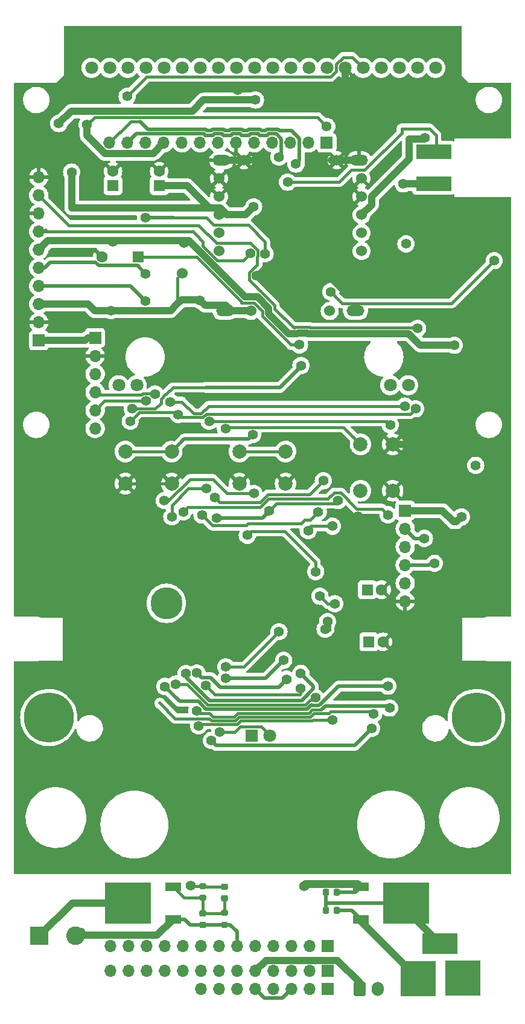
<source format=gbr>
G04 #@! TF.GenerationSoftware,KiCad,Pcbnew,7.0.7-7.0.7~ubuntu22.04.1*
G04 #@! TF.CreationDate,2023-10-20T14:45:35+09:00*
G04 #@! TF.ProjectId,ozone12864,6f7a6f6e-6531-4323-9836-342e6b696361,rev?*
G04 #@! TF.SameCoordinates,Original*
G04 #@! TF.FileFunction,Copper,L2,Bot*
G04 #@! TF.FilePolarity,Positive*
%FSLAX46Y46*%
G04 Gerber Fmt 4.6, Leading zero omitted, Abs format (unit mm)*
G04 Created by KiCad (PCBNEW 7.0.7-7.0.7~ubuntu22.04.1) date 2023-10-20 14:45:35*
%MOMM*%
%LPD*%
G01*
G04 APERTURE LIST*
G04 Aperture macros list*
%AMRoundRect*
0 Rectangle with rounded corners*
0 $1 Rounding radius*
0 $2 $3 $4 $5 $6 $7 $8 $9 X,Y pos of 4 corners*
0 Add a 4 corners polygon primitive as box body*
4,1,4,$2,$3,$4,$5,$6,$7,$8,$9,$2,$3,0*
0 Add four circle primitives for the rounded corners*
1,1,$1+$1,$2,$3*
1,1,$1+$1,$4,$5*
1,1,$1+$1,$6,$7*
1,1,$1+$1,$8,$9*
0 Add four rect primitives between the rounded corners*
20,1,$1+$1,$2,$3,$4,$5,0*
20,1,$1+$1,$4,$5,$6,$7,0*
20,1,$1+$1,$6,$7,$8,$9,0*
20,1,$1+$1,$8,$9,$2,$3,0*%
G04 Aperture macros list end*
G04 #@! TA.AperFunction,ComponentPad*
%ADD10R,1.800000X1.800000*%
G04 #@! TD*
G04 #@! TA.AperFunction,ComponentPad*
%ADD11C,1.800000*%
G04 #@! TD*
G04 #@! TA.AperFunction,ComponentPad*
%ADD12R,1.700000X1.700000*%
G04 #@! TD*
G04 #@! TA.AperFunction,SMDPad,CuDef*
%ADD13O,1.700000X1.700000*%
G04 #@! TD*
G04 #@! TA.AperFunction,ComponentPad*
%ADD14O,1.700000X1.700000*%
G04 #@! TD*
G04 #@! TA.AperFunction,ComponentPad*
%ADD15R,1.600000X1.600000*%
G04 #@! TD*
G04 #@! TA.AperFunction,ComponentPad*
%ADD16C,1.600000*%
G04 #@! TD*
G04 #@! TA.AperFunction,ComponentPad*
%ADD17RoundRect,0.250000X0.600000X0.750000X-0.600000X0.750000X-0.600000X-0.750000X0.600000X-0.750000X0*%
G04 #@! TD*
G04 #@! TA.AperFunction,ComponentPad*
%ADD18O,1.700000X2.000000*%
G04 #@! TD*
G04 #@! TA.AperFunction,WasherPad*
%ADD19C,7.000000*%
G04 #@! TD*
G04 #@! TA.AperFunction,SMDPad,CuDef*
%ADD20R,5.000000X2.000000*%
G04 #@! TD*
G04 #@! TA.AperFunction,ComponentPad*
%ADD21R,2.600000X2.600000*%
G04 #@! TD*
G04 #@! TA.AperFunction,ComponentPad*
%ADD22C,2.600000*%
G04 #@! TD*
G04 #@! TA.AperFunction,ComponentPad*
%ADD23C,2.000000*%
G04 #@! TD*
G04 #@! TA.AperFunction,ComponentPad*
%ADD24R,5.001260X5.001260*%
G04 #@! TD*
G04 #@! TA.AperFunction,ComponentPad*
%ADD25R,5.001260X2.999740*%
G04 #@! TD*
G04 #@! TA.AperFunction,ComponentPad*
%ADD26C,1.524000*%
G04 #@! TD*
G04 #@! TA.AperFunction,ComponentPad*
%ADD27O,2.500000X1.524000*%
G04 #@! TD*
G04 #@! TA.AperFunction,ComponentPad*
%ADD28C,4.500000*%
G04 #@! TD*
G04 #@! TA.AperFunction,SMDPad,CuDef*
%ADD29R,2.200000X1.200000*%
G04 #@! TD*
G04 #@! TA.AperFunction,SMDPad,CuDef*
%ADD30R,6.400000X5.800000*%
G04 #@! TD*
G04 #@! TA.AperFunction,SMDPad,CuDef*
%ADD31RoundRect,0.225000X0.250000X-0.225000X0.250000X0.225000X-0.250000X0.225000X-0.250000X-0.225000X0*%
G04 #@! TD*
G04 #@! TA.AperFunction,SMDPad,CuDef*
%ADD32RoundRect,0.200000X0.275000X-0.200000X0.275000X0.200000X-0.275000X0.200000X-0.275000X-0.200000X0*%
G04 #@! TD*
G04 #@! TA.AperFunction,SMDPad,CuDef*
%ADD33RoundRect,0.225000X0.225000X0.250000X-0.225000X0.250000X-0.225000X-0.250000X0.225000X-0.250000X0*%
G04 #@! TD*
G04 #@! TA.AperFunction,ViaPad*
%ADD34C,1.399540*%
G04 #@! TD*
G04 #@! TA.AperFunction,ViaPad*
%ADD35C,0.500000*%
G04 #@! TD*
G04 #@! TA.AperFunction,Conductor*
%ADD36C,1.016000*%
G04 #@! TD*
G04 #@! TA.AperFunction,Conductor*
%ADD37C,0.381000*%
G04 #@! TD*
G04 #@! TA.AperFunction,Conductor*
%ADD38C,0.508000*%
G04 #@! TD*
G04 #@! TA.AperFunction,Conductor*
%ADD39C,0.250000*%
G04 #@! TD*
G04 APERTURE END LIST*
D10*
X98500000Y-195500000D03*
D11*
X101040000Y-195500000D03*
D12*
X68600000Y-140180000D03*
D13*
X68600000Y-137640000D03*
D14*
X68600000Y-135100000D03*
X68600000Y-132560000D03*
X68600000Y-130020000D03*
X68600000Y-127480000D03*
X68600000Y-124940000D03*
X68600000Y-122400000D03*
X68600000Y-119860000D03*
X68600000Y-117320000D03*
D11*
X124250000Y-102000000D03*
X121710000Y-102000000D03*
X119170000Y-102000000D03*
X116630000Y-102000000D03*
X114090000Y-102000000D03*
X111550000Y-102000000D03*
X109010000Y-102000000D03*
X106470000Y-102000000D03*
X103930000Y-102000000D03*
X101390000Y-102000000D03*
X98850000Y-102000000D03*
X96310000Y-102000000D03*
X93770000Y-102000000D03*
X91230000Y-102000000D03*
X88690000Y-102000000D03*
X86150000Y-102000000D03*
X83610000Y-102000000D03*
X81070000Y-102000000D03*
X78530000Y-102000000D03*
X75990000Y-102000000D03*
X120440000Y-146450000D03*
X117900000Y-146450000D03*
X79800000Y-146450000D03*
X82340000Y-146450000D03*
D15*
X82560000Y-128500000D03*
D16*
X77500000Y-128500000D03*
D17*
X113620000Y-231000000D03*
D18*
X116120000Y-231000000D03*
D19*
X130000000Y-193000000D03*
X70000000Y-193000000D03*
D20*
X124000000Y-113750000D03*
X124000000Y-118250000D03*
D12*
X120000000Y-164000000D03*
D14*
X120000000Y-166540000D03*
X120000000Y-169080000D03*
X120000000Y-171620000D03*
X120000000Y-174160000D03*
X120000000Y-176700000D03*
D12*
X109120000Y-228500000D03*
D14*
X106580000Y-228500000D03*
X104040000Y-228500000D03*
X101500000Y-228500000D03*
X98960000Y-228500000D03*
X96420000Y-228500000D03*
X93880000Y-228500000D03*
X91340000Y-228500000D03*
X88800000Y-228500000D03*
X86260000Y-228500000D03*
X83720000Y-228500000D03*
X81180000Y-228500000D03*
X78640000Y-228500000D03*
D21*
X68700000Y-223600000D03*
D22*
X73780000Y-223600000D03*
D12*
X109000000Y-112500000D03*
D14*
X106460000Y-112500000D03*
X103920000Y-112500000D03*
X101380000Y-112500000D03*
X98840000Y-112500000D03*
X96300000Y-112500000D03*
X93760000Y-112500000D03*
X91220000Y-112500000D03*
X88680000Y-112500000D03*
X86140000Y-112500000D03*
X83600000Y-112500000D03*
X81060000Y-112500000D03*
X78520000Y-112500000D03*
D12*
X109120000Y-225000000D03*
D14*
X106580000Y-225000000D03*
X104040000Y-225000000D03*
X101500000Y-225000000D03*
X98960000Y-225000000D03*
X96420000Y-225000000D03*
X93880000Y-225000000D03*
X91340000Y-225000000D03*
X88800000Y-225000000D03*
X86260000Y-225000000D03*
X83720000Y-225000000D03*
X81180000Y-225000000D03*
X78640000Y-225000000D03*
D23*
X103230000Y-160240000D03*
X96730000Y-160240000D03*
X103230000Y-155740000D03*
X96730000Y-155740000D03*
X118240000Y-154730000D03*
X118240000Y-161230000D03*
X113740000Y-154730000D03*
X113740000Y-161230000D03*
X87250000Y-160240000D03*
X80750000Y-160240000D03*
X87250000Y-155740000D03*
X80750000Y-155740000D03*
D24*
X121869060Y-229550800D03*
X128120000Y-229500000D03*
D25*
X124868800Y-224699400D03*
D26*
X93890000Y-122580000D03*
X93890000Y-125120000D03*
D27*
X94744000Y-136050000D03*
D26*
X98365000Y-136050000D03*
X93890000Y-117500000D03*
X93890000Y-120040000D03*
D27*
X94244000Y-114960000D03*
D26*
X97365000Y-114960000D03*
X110415000Y-114960000D03*
D27*
X113536000Y-114960000D03*
D26*
X113890000Y-117500000D03*
X113890000Y-120040000D03*
X88690000Y-130770000D03*
X93890000Y-127660000D03*
X109415000Y-136050000D03*
D27*
X113036000Y-136050000D03*
D26*
X113890000Y-122580000D03*
X113890000Y-125120000D03*
X113890000Y-127660000D03*
D28*
X86500000Y-177000000D03*
D15*
X114900000Y-182400000D03*
D16*
X116900000Y-182400000D03*
D15*
X114700000Y-175100000D03*
D16*
X116700000Y-175100000D03*
D12*
X109120000Y-231000000D03*
D14*
X106580000Y-231000000D03*
X104040000Y-231000000D03*
X101500000Y-231000000D03*
X98960000Y-231000000D03*
X96420000Y-231000000D03*
X93880000Y-231000000D03*
X91340000Y-231000000D03*
D29*
X87420000Y-216720000D03*
D30*
X81120000Y-219000000D03*
D29*
X87420000Y-221280000D03*
D31*
X94620000Y-218275000D03*
X94620000Y-216725000D03*
D32*
X91620000Y-218250000D03*
X91620000Y-216600000D03*
D31*
X91620000Y-222000000D03*
X91620000Y-220450000D03*
D32*
X94620000Y-222000000D03*
X94620000Y-220350000D03*
D15*
X85500000Y-118500000D03*
D16*
X85500000Y-116500000D03*
D33*
X110395000Y-217500000D03*
X108845000Y-217500000D03*
D12*
X76500000Y-139800000D03*
D14*
X76500000Y-142340000D03*
X76500000Y-144880000D03*
X76500000Y-147420000D03*
X76500000Y-149960000D03*
X76500000Y-152500000D03*
D29*
X113820000Y-221280000D03*
D30*
X120120000Y-219000000D03*
D29*
X113820000Y-216720000D03*
D33*
X110395000Y-220010000D03*
X108845000Y-220010000D03*
D15*
X79000000Y-118500000D03*
D16*
X79000000Y-116500000D03*
D34*
X105175315Y-140799559D03*
X128700000Y-148400000D03*
X99145228Y-131136478D03*
X114113375Y-107032845D03*
X80500000Y-191000000D03*
X129500000Y-122500000D03*
X110450000Y-168770000D03*
X113400000Y-164800000D03*
X96476569Y-105142730D03*
X83750000Y-190750000D03*
X115617141Y-133257270D03*
X117591446Y-188605060D03*
X86273342Y-188645438D03*
X79000000Y-126405384D03*
X126883768Y-140854655D03*
X127891884Y-164891884D03*
X89000000Y-126500000D03*
X119750000Y-118250000D03*
X120115991Y-126660352D03*
X129903270Y-157683586D03*
D35*
X85600000Y-191000000D03*
D34*
X121749926Y-138470017D03*
X115578058Y-192456302D03*
X117807588Y-191653705D03*
X90780496Y-192098291D03*
X89870000Y-216500000D03*
X105820000Y-216600000D03*
X98742920Y-121469040D03*
X73200000Y-116600000D03*
X78700000Y-136000000D03*
X91209691Y-134568196D03*
X75382025Y-109945770D03*
X109000000Y-110200000D03*
X83559730Y-134642230D03*
X84924311Y-147669525D03*
X83616469Y-148658210D03*
X83559730Y-130842230D03*
X98269611Y-128004208D03*
X94792230Y-152539770D03*
X108758273Y-180600000D03*
X109119310Y-179559209D03*
X110140270Y-177050724D03*
X108040270Y-176000439D03*
X81695425Y-149753693D03*
X105382224Y-143688679D03*
X92500000Y-151500000D03*
X99000000Y-106500000D03*
X71400000Y-109800000D03*
X117900000Y-152000000D03*
X87259720Y-164868836D03*
X92070329Y-160941493D03*
X121455752Y-149741898D03*
X88144396Y-150538822D03*
X81431232Y-151488344D03*
X124100000Y-171400000D03*
X119953193Y-149365270D03*
X87040270Y-148771013D03*
X117600000Y-164600000D03*
X88887677Y-164171270D03*
X107440270Y-172555237D03*
X97852784Y-167467004D03*
X109819543Y-193306755D03*
X91011775Y-194178842D03*
X81000000Y-106000000D03*
X98627471Y-153372527D03*
X102296687Y-180975301D03*
X94848291Y-185912977D03*
X93328914Y-162200079D03*
X108518983Y-159836794D03*
X107807977Y-164196269D03*
X91499217Y-164647788D03*
X103352070Y-187624103D03*
X90796489Y-186766946D03*
X102305691Y-114495233D03*
X89248951Y-186835196D03*
X105359730Y-186810690D03*
X104678228Y-115468460D03*
X115300000Y-194500000D03*
X122700000Y-167900000D03*
X92800000Y-196200000D03*
X102952752Y-184972014D03*
X100349151Y-128051441D03*
X94859563Y-187485231D03*
X83559730Y-123000000D03*
X132500000Y-129000000D03*
X109570760Y-133358076D03*
X100898270Y-164067630D03*
X93579757Y-165031792D03*
X110593927Y-162606073D03*
X105359730Y-188946222D03*
X103500000Y-118000000D03*
X92000000Y-188500000D03*
X94000000Y-195000000D03*
X122800000Y-111800000D03*
X107400000Y-190200000D03*
X87786420Y-188313580D03*
X106400000Y-166800000D03*
X109800000Y-166200000D03*
X86200000Y-162600000D03*
X98762569Y-161600000D03*
D36*
X113620000Y-230115598D02*
X113620000Y-231000000D01*
X98960000Y-228500000D02*
X100468001Y-226991999D01*
X100468001Y-226991999D02*
X110496401Y-226991999D01*
X110496401Y-226991999D02*
X113620000Y-230115598D01*
D37*
X97000000Y-134729171D02*
X97000000Y-134947500D01*
X98821671Y-134947500D02*
X100000000Y-136125829D01*
X103983730Y-140799559D02*
X105175315Y-140799559D01*
X97000000Y-134947500D02*
X98821671Y-134947500D01*
X100000000Y-136815829D02*
X103983730Y-140799559D01*
X90770829Y-128500000D02*
X97000000Y-134729171D01*
X82560000Y-128500000D02*
X90770829Y-128500000D01*
X100000000Y-136125829D02*
X100000000Y-136815829D01*
X113400000Y-165820000D02*
X110450000Y-168770000D01*
D36*
X109605000Y-114960000D02*
X112526000Y-114960000D01*
D38*
X96819299Y-104800000D02*
X96476569Y-105142730D01*
D36*
X111550000Y-104800000D02*
X113782845Y-107032845D01*
X111390131Y-133257270D02*
X109269339Y-131136478D01*
D37*
X102230000Y-159240000D02*
X97730000Y-159240000D01*
D38*
X116800000Y-168631370D02*
X116800000Y-167500000D01*
D36*
X115617141Y-133257270D02*
X111390131Y-133257270D01*
D37*
X103230000Y-160240000D02*
X102230000Y-159240000D01*
D36*
X128700000Y-148400000D02*
X122370000Y-154730000D01*
X122370000Y-154730000D02*
X118240000Y-154730000D01*
D37*
X80750000Y-190750000D02*
X80500000Y-191000000D01*
X97730000Y-159240000D02*
X96730000Y-160240000D01*
D36*
X113782845Y-107032845D02*
X114113375Y-107032845D01*
X111550000Y-104800000D02*
X97489778Y-104800000D01*
D38*
X116661370Y-168770000D02*
X116800000Y-168631370D01*
X97489778Y-104800000D02*
X96819299Y-104800000D01*
D37*
X83750000Y-190750000D02*
X80750000Y-190750000D01*
D36*
X111550000Y-102000000D02*
X111550000Y-104800000D01*
X109269339Y-131136478D02*
X99145228Y-131136478D01*
D37*
X87250000Y-160240000D02*
X80750000Y-160240000D01*
D36*
X95254000Y-114960000D02*
X98175000Y-114960000D01*
D37*
X113400000Y-164800000D02*
X113400000Y-165820000D01*
D38*
X88350467Y-190722563D02*
X86273342Y-188645438D01*
X90982215Y-190722563D02*
X88350467Y-190722563D01*
X110626798Y-188605060D02*
X108042789Y-191189069D01*
X92041655Y-191782003D02*
X90982215Y-190722563D01*
X107971898Y-191189069D02*
X107857197Y-191303770D01*
X117591446Y-188605060D02*
X110626798Y-188605060D01*
X107857197Y-191303770D02*
X106942803Y-191303770D01*
X106942803Y-191303770D02*
X106829582Y-191190550D01*
X106238129Y-191782003D02*
X92041655Y-191782003D01*
X106829582Y-191190550D02*
X106238129Y-191782003D01*
X108042789Y-191189069D02*
X107971898Y-191189069D01*
D36*
X125200000Y-164000000D02*
X126800000Y-165600000D01*
X120512405Y-139242000D02*
X122125060Y-140854655D01*
X122125060Y-140854655D02*
X126883768Y-140854655D01*
X120000000Y-164000000D02*
X125200000Y-164000000D01*
X99298960Y-134099000D02*
X100848500Y-135648540D01*
X68600000Y-127480000D02*
X69866385Y-126213615D01*
X100848500Y-135648540D02*
X100848500Y-136464369D01*
X106067137Y-139142275D02*
X106067592Y-139142730D01*
X89684484Y-126213615D02*
X97569869Y-134099000D01*
X68600000Y-140180000D02*
X75120000Y-140180000D01*
X126800000Y-165600000D02*
X127183768Y-165600000D01*
X69866385Y-126213615D02*
X89684484Y-126213615D01*
X104942323Y-139142275D02*
X106067137Y-139142275D01*
X75500000Y-139800000D02*
X75120000Y-140180000D01*
X76500000Y-139800000D02*
X75500000Y-139800000D01*
X104842598Y-139242000D02*
X104942323Y-139142275D01*
X97569869Y-134099000D02*
X99298960Y-134099000D01*
X127183768Y-165600000D02*
X127891884Y-164891884D01*
X106319921Y-139242000D02*
X120512405Y-139242000D01*
X106067592Y-139142730D02*
X106220651Y-139142730D01*
X124000000Y-118250000D02*
X119750000Y-118250000D01*
X100848500Y-136464369D02*
X103626131Y-139242000D01*
X103626131Y-139242000D02*
X104842598Y-139242000D01*
X106220651Y-139142730D02*
X106319921Y-139242000D01*
D37*
X106671381Y-138393500D02*
X120863865Y-138393500D01*
X98105458Y-130705791D02*
X98105458Y-131705538D01*
X96703621Y-192907503D02*
X106704327Y-192907503D01*
X81000000Y-124040271D02*
X91000000Y-124040271D01*
X99262959Y-129548290D02*
X98105458Y-130705791D01*
X99309381Y-127573521D02*
X99309381Y-128434895D01*
X72780271Y-124040271D02*
X81000000Y-124040271D01*
X68600000Y-119860000D02*
X72780271Y-124040271D01*
X92795881Y-193407004D02*
X96204120Y-193407004D01*
X106418597Y-138293775D02*
X106419052Y-138294230D01*
X115292869Y-192171113D02*
X115578058Y-192456302D01*
X87738562Y-193138562D02*
X92527439Y-193138562D01*
X101697000Y-135297080D02*
X101697000Y-135736604D01*
X109291368Y-192410533D02*
X109530788Y-192171113D01*
X85600000Y-191000000D02*
X87738562Y-193138562D01*
X92527439Y-193138562D02*
X92795881Y-193407004D01*
X96204120Y-193407004D02*
X96703621Y-192907503D01*
X121673908Y-138393999D02*
X121749926Y-138470017D01*
X106419052Y-138294230D02*
X106572111Y-138294230D01*
X120863865Y-138393500D02*
X120864364Y-138393999D01*
X98105458Y-131705538D02*
X101697000Y-135297080D01*
X99309381Y-128434895D02*
X99262959Y-128481317D01*
X93517229Y-126557500D02*
X98293360Y-126557500D01*
X106704327Y-192907503D02*
X107182560Y-192429270D01*
X91000000Y-124040271D02*
X93517229Y-126557500D01*
X107182560Y-192429270D02*
X108323395Y-192429270D01*
X101697000Y-135736604D02*
X104353896Y-138393500D01*
X106572111Y-138294230D02*
X106671381Y-138393500D01*
X108342132Y-192410533D02*
X109291368Y-192410533D01*
X108323395Y-192429270D02*
X108342132Y-192410533D01*
X98293360Y-126557500D02*
X99309381Y-127573521D01*
X80559284Y-124040271D02*
X81000000Y-124040271D01*
X104491138Y-138393500D02*
X104590863Y-138293775D01*
X120864364Y-138393999D02*
X121673908Y-138393999D01*
X104353896Y-138393500D02*
X104491138Y-138393500D01*
X109530788Y-192171113D02*
X115292869Y-192171113D01*
X99262959Y-128481317D02*
X99262959Y-129548290D01*
X104590863Y-138293775D02*
X106418597Y-138293775D01*
X91795405Y-192376503D02*
X91794906Y-192376004D01*
X96483673Y-192376503D02*
X95984172Y-192876004D01*
X106962612Y-191898270D02*
X106484379Y-192376503D01*
X91058209Y-192376004D02*
X90780496Y-192098291D01*
D38*
X108809182Y-191352522D02*
X117506405Y-191352522D01*
X108345682Y-191816022D02*
X108809182Y-191352522D01*
D37*
X93015828Y-192876004D02*
X92516327Y-192376503D01*
X91794906Y-192376004D02*
X91058209Y-192376004D01*
D38*
X117506405Y-191352522D02*
X117807588Y-191653705D01*
D37*
X95984172Y-192876004D02*
X93015828Y-192876004D01*
X108201730Y-191898270D02*
X106962612Y-191898270D01*
X92516327Y-192376503D02*
X91795405Y-192376503D01*
D38*
X108283978Y-191816022D02*
X108345682Y-191816022D01*
D37*
X108283978Y-191816022D02*
X108201730Y-191898270D01*
X106484379Y-192376503D02*
X96483673Y-192376503D01*
X94520000Y-220450000D02*
X94620000Y-220350000D01*
X88950000Y-218250000D02*
X87420000Y-216720000D01*
X91620000Y-218250000D02*
X88950000Y-218250000D01*
X94620000Y-218275000D02*
X94620000Y-220350000D01*
X91620000Y-220450000D02*
X94520000Y-220450000D01*
X91620000Y-218250000D02*
X91620000Y-220450000D01*
X89970000Y-216600000D02*
X89870000Y-216500000D01*
X91620000Y-216600000D02*
X90220000Y-216600000D01*
X90220000Y-216600000D02*
X89970000Y-216600000D01*
X91745000Y-216725000D02*
X91620000Y-216600000D01*
X94620000Y-216725000D02*
X91745000Y-216725000D01*
D38*
X113040000Y-217500000D02*
X113820000Y-216720000D01*
X113700000Y-216600000D02*
X113820000Y-216720000D01*
X105586576Y-216600000D02*
X113700000Y-216600000D01*
X110395000Y-217500000D02*
X113040000Y-217500000D01*
D36*
X113400000Y-216300000D02*
X106020000Y-216300000D01*
X113820000Y-216720000D02*
X113400000Y-216300000D01*
D38*
X112550000Y-220010000D02*
X113820000Y-221280000D01*
D36*
X113820000Y-221501740D02*
X121869060Y-229550800D01*
X113820000Y-221280000D02*
X113820000Y-221501740D01*
D38*
X110395000Y-220010000D02*
X112550000Y-220010000D01*
D36*
X95000000Y-122580000D02*
X97631960Y-122580000D01*
X85500000Y-118500000D02*
X89400000Y-118500000D01*
X69400000Y-135100000D02*
X75548725Y-135100000D01*
X91141495Y-134500000D02*
X91209691Y-134568196D01*
X98175000Y-136050000D02*
X95635000Y-136050000D01*
X95000000Y-122580000D02*
X94020000Y-121600000D01*
X88000000Y-135100000D02*
X88600000Y-134500000D01*
D37*
X88015000Y-135085000D02*
X88000000Y-135100000D01*
D36*
X88600000Y-134500000D02*
X91141495Y-134500000D01*
X94020000Y-121600000D02*
X73200000Y-121600000D01*
X95635000Y-136050000D02*
X94850557Y-135265557D01*
X91907052Y-135265557D02*
X91209691Y-134568196D01*
X94850557Y-135265557D02*
X91907052Y-135265557D01*
X89400000Y-118500000D02*
X92500000Y-121600000D01*
D39*
X88015000Y-131470000D02*
X88015000Y-131445000D01*
D36*
X97631960Y-122580000D02*
X98742920Y-121469040D01*
X87100000Y-136000000D02*
X88000000Y-135100000D01*
X73200000Y-121600000D02*
X73200000Y-116600000D01*
X76448725Y-136000000D02*
X87100000Y-136000000D01*
D39*
X88015000Y-131445000D02*
X88690000Y-130770000D01*
D36*
X75548725Y-135100000D02*
X76448725Y-136000000D01*
D37*
X88015000Y-131470000D02*
X88015000Y-135085000D01*
X109000000Y-110200000D02*
X107705500Y-108905500D01*
D36*
X75382025Y-111494660D02*
X75382025Y-109945770D01*
D37*
X107705500Y-108905500D02*
X76422295Y-108905500D01*
D36*
X86140000Y-112500000D02*
X84632000Y-114008000D01*
X77895365Y-114008000D02*
X75382025Y-111494660D01*
X84632000Y-114008000D02*
X77895365Y-114008000D01*
D37*
X76422295Y-108905500D02*
X75382025Y-109945770D01*
X84924311Y-147669525D02*
X84873226Y-147618440D01*
X84873226Y-147618440D02*
X83185782Y-147618440D01*
D38*
X81477500Y-132560000D02*
X83559730Y-134642230D01*
D37*
X83185782Y-147618440D02*
X83001239Y-147802983D01*
X83001239Y-147802983D02*
X76882983Y-147802983D01*
X76882983Y-147802983D02*
X76500000Y-147420000D01*
D38*
X69400000Y-132560000D02*
X81477500Y-132560000D01*
X76543516Y-129246230D02*
X77001286Y-129704000D01*
X77001286Y-129704000D02*
X82421500Y-129704000D01*
D37*
X77801790Y-148658210D02*
X83616469Y-148658210D01*
D38*
X69400000Y-130020000D02*
X70173770Y-129246230D01*
X82421500Y-129704000D02*
X83559730Y-130842230D01*
D37*
X76500000Y-149960000D02*
X77801790Y-148658210D01*
D38*
X70173770Y-129246230D02*
X76543516Y-129246230D01*
D37*
X90208772Y-124940000D02*
X90634386Y-125365614D01*
D38*
X69400000Y-124940000D02*
X69608771Y-124731229D01*
D37*
X93670829Y-129000000D02*
X91634386Y-126963557D01*
X113740000Y-154730000D02*
X111342257Y-152332257D01*
X111342257Y-152332257D02*
X94999743Y-152332257D01*
X98269611Y-128004208D02*
X97273819Y-129000000D01*
X91634386Y-126963557D02*
X91634386Y-126365614D01*
X90634386Y-125365614D02*
X91634386Y-126365614D01*
X97273819Y-129000000D02*
X93670829Y-129000000D01*
X94999743Y-152332257D02*
X94792230Y-152539770D01*
X68600000Y-124940000D02*
X72191302Y-124940000D01*
X68600000Y-124940000D02*
X90208772Y-124940000D01*
D38*
X102785999Y-232254001D02*
X104040000Y-231000000D01*
X100214001Y-232254001D02*
X102785999Y-232254001D01*
X98960000Y-231000000D02*
X100214001Y-232254001D01*
D37*
X108858273Y-180700000D02*
X108758273Y-180600000D01*
X109119310Y-179559209D02*
X109159209Y-179559209D01*
X109400000Y-179800000D02*
X109400000Y-180700000D01*
X109159209Y-179559209D02*
X109400000Y-179800000D01*
X109400000Y-180700000D02*
X108858273Y-180700000D01*
X110140270Y-177050724D02*
X109090555Y-177050724D01*
X109090555Y-177050724D02*
X108040270Y-176000439D01*
X84951778Y-149697980D02*
X81751138Y-149697980D01*
X86432151Y-147731243D02*
X86327843Y-147731243D01*
X87413394Y-146750000D02*
X86432151Y-147731243D01*
X85718760Y-148930998D02*
X84951778Y-149697980D01*
D38*
X92000000Y-146750000D02*
X102455702Y-146750000D01*
D37*
X92000000Y-146750000D02*
X87413394Y-146750000D01*
D38*
X102455702Y-146750000D02*
X105382224Y-143823478D01*
D37*
X85718760Y-148340326D02*
X85718760Y-148930998D01*
X81751138Y-149697980D02*
X81695425Y-149753693D01*
X86327843Y-147731243D02*
X85718760Y-148340326D01*
D38*
X105382224Y-143823478D02*
X105382224Y-143688679D01*
D37*
X117400000Y-151500000D02*
X117900000Y-152000000D01*
D36*
X90143040Y-108057000D02*
X91700040Y-106500000D01*
X73143000Y-108057000D02*
X90143040Y-108057000D01*
D37*
X92500000Y-151500000D02*
X117400000Y-151500000D01*
D36*
X91700040Y-106500000D02*
X99000000Y-106500000D01*
X71400000Y-109800000D02*
X73143000Y-108057000D01*
D37*
X87259720Y-164868836D02*
X87259720Y-163291228D01*
X89609455Y-160941493D02*
X92070329Y-160941493D01*
X87259720Y-163291228D02*
X89609455Y-160941493D01*
D36*
X68700000Y-223600000D02*
X73300000Y-219000000D01*
X73300000Y-219000000D02*
X81120000Y-219000000D01*
D37*
X88558445Y-150952871D02*
X88144396Y-150538822D01*
X91576672Y-150952871D02*
X88558445Y-150952871D01*
X92069313Y-150460230D02*
X91576672Y-150952871D01*
X120737420Y-150460230D02*
X92069313Y-150460230D01*
X121455752Y-149741898D02*
X120737420Y-150460230D01*
X81431232Y-151488344D02*
X82691095Y-150228481D01*
X87834055Y-150228481D02*
X88144396Y-150538822D01*
X82691095Y-150228481D02*
X87834055Y-150228481D01*
D38*
X124000000Y-171500000D02*
X124100000Y-171400000D01*
D37*
X90322370Y-150422370D02*
X88671013Y-148771013D01*
D38*
X123380000Y-171620000D02*
X123500000Y-171500000D01*
D37*
X119953193Y-149365270D02*
X92414031Y-149365270D01*
D38*
X123500000Y-171500000D02*
X124000000Y-171500000D01*
X120000000Y-171620000D02*
X123380000Y-171620000D01*
D37*
X91356931Y-150422370D02*
X90322370Y-150422370D01*
X88671013Y-148771013D02*
X87040270Y-148771013D01*
X92414031Y-149365270D02*
X91356931Y-150422370D01*
X99650841Y-163571270D02*
X89487677Y-163571270D01*
X117600000Y-164600000D02*
X116759730Y-163759730D01*
X109150642Y-162390326D02*
X100831785Y-162390326D01*
X110031242Y-161509726D02*
X109150642Y-162390326D01*
X100831785Y-162390326D02*
X99650841Y-163571270D01*
X113218762Y-163759730D02*
X110968758Y-161509726D01*
X89487677Y-163571270D02*
X88887677Y-164171270D01*
X116759730Y-163759730D02*
X113218762Y-163759730D01*
X110968758Y-161509726D02*
X110031242Y-161509726D01*
X97852784Y-167467004D02*
X98385983Y-166933805D01*
X107440270Y-171235922D02*
X107440270Y-172555237D01*
X98385983Y-166933805D02*
X103138153Y-166933805D01*
X103138153Y-166933805D02*
X107440270Y-171235922D01*
X109819543Y-193306755D02*
X107056022Y-193306755D01*
X92575933Y-193938004D02*
X92574935Y-193937006D01*
X107056022Y-193306755D02*
X106924274Y-193438503D01*
X96424067Y-193938004D02*
X92575933Y-193938004D01*
X96923569Y-193438503D02*
X96424067Y-193938004D01*
X91253611Y-193937006D02*
X91011775Y-194178842D01*
X92574935Y-193937006D02*
X91253611Y-193937006D01*
X106924274Y-193438503D02*
X96923569Y-193438503D01*
X83759500Y-103240500D02*
X109523832Y-103240500D01*
X111295668Y-100500000D02*
X112590000Y-100500000D01*
X81000000Y-106000000D02*
X83759500Y-103240500D01*
X109523832Y-103240500D02*
X110295668Y-102468664D01*
X112590000Y-100500000D02*
X114090000Y-102000000D01*
X110295668Y-101500000D02*
X111295668Y-100500000D01*
X110295668Y-102468664D02*
X110295668Y-101500000D01*
D38*
X87250000Y-155740000D02*
X88990000Y-154000000D01*
X88990000Y-154000000D02*
X97999998Y-154000000D01*
X97999998Y-154000000D02*
X98627471Y-153372527D01*
D37*
X87250000Y-155740000D02*
X80750000Y-155740000D01*
X97359011Y-185912977D02*
X102296687Y-180975301D01*
X96730000Y-155740000D02*
X103230000Y-155740000D01*
X94848291Y-185912977D02*
X97359011Y-185912977D01*
X106598313Y-161757464D02*
X108518983Y-159836794D01*
X100713700Y-161757464D02*
X106598313Y-161757464D01*
X93969105Y-162840270D02*
X99630894Y-162840270D01*
X99630894Y-162840270D02*
X100713700Y-161757464D01*
X93328914Y-162200079D02*
X93969105Y-162840270D01*
X92955209Y-166103780D02*
X97686643Y-166103780D01*
X91499217Y-164647788D02*
X92955209Y-166103780D01*
X105935836Y-165326460D02*
X106677786Y-165326460D01*
X97686643Y-166103780D02*
X97971133Y-165819290D01*
X97971133Y-165819290D02*
X105443006Y-165819290D01*
X106677786Y-165326460D02*
X107807977Y-164196269D01*
X105443006Y-165819290D02*
X105935836Y-165326460D01*
D38*
X102634001Y-111980577D02*
X102634001Y-114166923D01*
X94279424Y-111246000D02*
X94485924Y-111452500D01*
X95780576Y-111246000D02*
X96819424Y-111246000D01*
X100860576Y-111246000D02*
X101899424Y-111246000D01*
X91426273Y-187396730D02*
X92736774Y-187396730D01*
X90796489Y-186766946D02*
X91426273Y-187396730D01*
X102634001Y-114166923D02*
X102305691Y-114495233D01*
X99565924Y-111452500D02*
X100654076Y-111452500D01*
X98114076Y-111452500D02*
X98320576Y-111246000D01*
X102228695Y-188747478D02*
X103352070Y-187624103D01*
X99359424Y-111246000D02*
X99565924Y-111452500D01*
X96819424Y-111246000D02*
X97025924Y-111452500D01*
X95574076Y-111452500D02*
X95780576Y-111246000D01*
X91945924Y-111452500D02*
X93034076Y-111452500D01*
X91739424Y-111246000D02*
X91945924Y-111452500D01*
X100654076Y-111452500D02*
X100860576Y-111246000D01*
X93034076Y-111452500D02*
X93240576Y-111246000D01*
X92736774Y-187396730D02*
X94087522Y-188747478D01*
X94485924Y-111452500D02*
X95574076Y-111452500D01*
X98320576Y-111246000D02*
X99359424Y-111246000D01*
X82314000Y-111246000D02*
X91739424Y-111246000D01*
X81060000Y-112500000D02*
X82314000Y-111246000D01*
X94087522Y-188747478D02*
X102228695Y-188747478D01*
X93240576Y-111246000D02*
X94279424Y-111246000D01*
X97025924Y-111452500D02*
X98114076Y-111452500D01*
X101899424Y-111246000D02*
X102634001Y-111980577D01*
X99631976Y-110588000D02*
X99838477Y-110794500D01*
X100381523Y-110794500D02*
X100588024Y-110588000D01*
X94758477Y-110794500D02*
X95301523Y-110794500D01*
X97841523Y-110794500D02*
X98048024Y-110588000D01*
X105174001Y-114972687D02*
X104678228Y-115468460D01*
X82800000Y-109500000D02*
X83888000Y-110588000D01*
D37*
X78520000Y-112500000D02*
X81520000Y-109500000D01*
D38*
X83888000Y-110588000D02*
X92011976Y-110588000D01*
X107103270Y-188935763D02*
X107103270Y-188554230D01*
X100588024Y-110588000D02*
X102171976Y-110588000D01*
X99838477Y-110794500D02*
X100381523Y-110794500D01*
X89248951Y-187309211D02*
X92533741Y-190594001D01*
X94551976Y-110588000D02*
X94758477Y-110794500D01*
X89248951Y-186835196D02*
X89248951Y-187309211D01*
X92968024Y-110588000D02*
X94551976Y-110588000D01*
X97298477Y-110794500D02*
X97841523Y-110794500D01*
X97091976Y-110588000D02*
X97298477Y-110794500D01*
X95301523Y-110794500D02*
X95508024Y-110588000D01*
X92533741Y-190594001D02*
X105517337Y-190594001D01*
X92011976Y-110588000D02*
X92218477Y-110794500D01*
D37*
X81520000Y-109500000D02*
X82800000Y-109500000D01*
D38*
X105517337Y-190594001D02*
X106296230Y-189815108D01*
X92761523Y-110794500D02*
X92968024Y-110588000D01*
X106296230Y-189815108D02*
X106296230Y-189742803D01*
X105174001Y-111898079D02*
X105174001Y-114972687D01*
X92218477Y-110794500D02*
X92761523Y-110794500D01*
X102378477Y-110794500D02*
X104070422Y-110794500D01*
X95508024Y-110588000D02*
X97091976Y-110588000D01*
X106296230Y-189742803D02*
X107103270Y-188935763D01*
X102171976Y-110588000D02*
X102378477Y-110794500D01*
X107103270Y-188554230D02*
X105359730Y-186810690D01*
X98048024Y-110588000D02*
X99631976Y-110588000D01*
X104070422Y-110794500D02*
X105174001Y-111898079D01*
X93499769Y-196899769D02*
X112900231Y-196899769D01*
X92800000Y-196200000D02*
X93499769Y-196899769D01*
X122700000Y-167900000D02*
X121360000Y-167900000D01*
X112900231Y-196899769D02*
X115300000Y-194500000D01*
X121360000Y-167900000D02*
X120000000Y-166540000D01*
D36*
X120120000Y-219950600D02*
X124868800Y-224699400D01*
X85208001Y-223491999D02*
X87420000Y-221280000D01*
X73888001Y-223491999D02*
X74128001Y-223491999D01*
D38*
X89100000Y-221280000D02*
X89820000Y-222000000D01*
D36*
X73888001Y-223491999D02*
X85208001Y-223491999D01*
D38*
X109045000Y-219000000D02*
X120120000Y-219000000D01*
X96420000Y-223000000D02*
X96420000Y-225000000D01*
X87420000Y-221280000D02*
X89100000Y-221280000D01*
D36*
X74128001Y-223491999D02*
X74620000Y-223000000D01*
D38*
X95420000Y-222000000D02*
X96420000Y-223000000D01*
X108845000Y-218800000D02*
X108845000Y-220010000D01*
X94620000Y-222000000D02*
X95420000Y-222000000D01*
X91620000Y-222000000D02*
X94620000Y-222000000D01*
X108845000Y-217500000D02*
X108845000Y-218800000D01*
X89820000Y-222000000D02*
X91620000Y-222000000D01*
D36*
X120120000Y-219000000D02*
X120120000Y-219950600D01*
X73780000Y-223600000D02*
X73888001Y-223491999D01*
D38*
X108845000Y-218800000D02*
X109045000Y-219000000D01*
D37*
X98017500Y-124017500D02*
X100349151Y-126349151D01*
D38*
X102952752Y-184972014D02*
X100439535Y-187485231D01*
D37*
X100349151Y-126349151D02*
X100349151Y-128051441D01*
X92100000Y-123000000D02*
X93117500Y-124017500D01*
D38*
X87500000Y-123000000D02*
X83559730Y-123000000D01*
D37*
X87500000Y-123000000D02*
X92100000Y-123000000D01*
D38*
X100439535Y-187485231D02*
X94859563Y-187485231D01*
D37*
X93117500Y-124017500D02*
X98017500Y-124017500D01*
X92000000Y-123000000D02*
X83559730Y-123000000D01*
X111201313Y-134988629D02*
X109570760Y-133358076D01*
D38*
X100898270Y-164101730D02*
X100898270Y-164067630D01*
D37*
X132500000Y-129000000D02*
X126511371Y-134988629D01*
D38*
X93579757Y-165031792D02*
X99968208Y-165031792D01*
D37*
X100898270Y-164067630D02*
X101965900Y-163000000D01*
D38*
X99968208Y-165031792D02*
X100898270Y-164101730D01*
D37*
X126511371Y-134988629D02*
X111201313Y-134988629D01*
X101965900Y-163000000D02*
X110200000Y-163000000D01*
X110200000Y-163000000D02*
X110593927Y-162606073D01*
X103500000Y-118000000D02*
X110720829Y-118000000D01*
X112410414Y-116310415D02*
X114332755Y-116310415D01*
X93271087Y-189771087D02*
X105228913Y-189771087D01*
X105228913Y-189771087D02*
X105359730Y-189640270D01*
X124389255Y-111469543D02*
X124389255Y-113360745D01*
X110720829Y-118000000D02*
X112410414Y-116310415D01*
X123418712Y-110499000D02*
X124389255Y-111469543D01*
X105359730Y-189640270D02*
X105359730Y-188946222D01*
X119501000Y-110499000D02*
X123418712Y-110499000D01*
X119501000Y-111142170D02*
X119501000Y-110499000D01*
X92000000Y-188500000D02*
X93271087Y-189771087D01*
X114332755Y-116310415D02*
X119501000Y-111142170D01*
X124389255Y-113360745D02*
X124000000Y-113750000D01*
X96110902Y-195000000D02*
X94000000Y-195000000D01*
X99799499Y-194259499D02*
X96853519Y-194259499D01*
X96644014Y-194469004D02*
X96641898Y-194469004D01*
X96853519Y-194259499D02*
X96644014Y-194469004D01*
X101040000Y-195500000D02*
X99799499Y-194259499D01*
X96641898Y-194469004D02*
X96110902Y-195000000D01*
D36*
X120600000Y-114760000D02*
X120600000Y-112000000D01*
X115310000Y-121160000D02*
X115310000Y-120050000D01*
X122600000Y-112000000D02*
X122800000Y-111800000D01*
X113890000Y-122580000D02*
X115310000Y-121160000D01*
X115310000Y-120050000D02*
X120600000Y-114760000D01*
X120600000Y-112000000D02*
X122600000Y-112000000D01*
D37*
X89413276Y-188313580D02*
X87786420Y-188313580D01*
X106643047Y-190537041D02*
X105992086Y-191188002D01*
X105992086Y-191188002D02*
X92287698Y-191188002D01*
X106800000Y-166200000D02*
X106400000Y-166600000D01*
X92287698Y-191188002D02*
X89413276Y-188313580D01*
X109800000Y-166200000D02*
X106800000Y-166200000D01*
X107134556Y-190537041D02*
X106643047Y-190537041D01*
X106400000Y-166600000D02*
X106400000Y-166800000D01*
X89785754Y-159600000D02*
X93000000Y-159600000D01*
X95000000Y-161600000D02*
X98650000Y-161600000D01*
X86200000Y-162600000D02*
X86785754Y-162600000D01*
X86785754Y-162600000D02*
X89785754Y-159600000D01*
X93000000Y-159600000D02*
X95000000Y-161600000D01*
G04 #@! TA.AperFunction,Conductor*
G36*
X127841621Y-96120502D02*
G01*
X127888114Y-96174158D01*
X127899500Y-96226500D01*
X127899500Y-100984083D01*
X127899499Y-102982181D01*
X127897949Y-103001884D01*
X127895630Y-103016530D01*
X127895630Y-103016531D01*
X127902362Y-103029744D01*
X127909925Y-103048004D01*
X127914510Y-103062112D01*
X127926516Y-103070835D01*
X127941535Y-103083663D01*
X128916335Y-104058464D01*
X128929168Y-104073489D01*
X128937887Y-104085489D01*
X128937888Y-104085490D01*
X128951988Y-104090071D01*
X128970257Y-104097638D01*
X128983469Y-104104370D01*
X128983470Y-104104371D01*
X128998117Y-104102051D01*
X129017829Y-104100500D01*
X134773500Y-104100500D01*
X134841621Y-104120502D01*
X134888114Y-104174158D01*
X134899500Y-104226500D01*
X134899500Y-111773500D01*
X134879498Y-111841621D01*
X134825842Y-111888114D01*
X134773500Y-111899500D01*
X127032654Y-111899500D01*
X126967346Y-111899500D01*
X126967344Y-111899501D01*
X126964284Y-111900495D01*
X126940492Y-111912617D01*
X126935288Y-111916398D01*
X126916398Y-111935288D01*
X126912617Y-111940492D01*
X126900495Y-111964284D01*
X126899500Y-111967347D01*
X126899500Y-111984083D01*
X126899499Y-112174814D01*
X126879497Y-112242934D01*
X126825841Y-112289427D01*
X126755567Y-112299530D01*
X126729466Y-112292868D01*
X126609204Y-112248011D01*
X126609196Y-112248009D01*
X126548649Y-112241500D01*
X126548638Y-112241500D01*
X125214255Y-112241500D01*
X125146134Y-112221498D01*
X125099641Y-112167842D01*
X125088255Y-112115500D01*
X125088255Y-111492562D01*
X125088370Y-111488757D01*
X125092104Y-111427028D01*
X125092104Y-111427027D01*
X125080949Y-111366161D01*
X125080385Y-111362459D01*
X125072928Y-111301033D01*
X125069416Y-111291773D01*
X125063290Y-111269796D01*
X125061506Y-111260060D01*
X125036118Y-111203651D01*
X125034666Y-111200145D01*
X125012735Y-111142316D01*
X125007105Y-111134160D01*
X124995900Y-111114293D01*
X124991839Y-111105268D01*
X124967038Y-111073612D01*
X124953692Y-111056577D01*
X124951452Y-111053534D01*
X124923395Y-111012885D01*
X124916309Y-111002618D01*
X124916305Y-111002614D01*
X124870007Y-110961597D01*
X124867235Y-110958988D01*
X123929257Y-110021009D01*
X123926657Y-110018247D01*
X123885639Y-109971948D01*
X123875651Y-109965053D01*
X123834734Y-109936809D01*
X123831670Y-109934555D01*
X123782987Y-109896416D01*
X123773959Y-109892353D01*
X123754092Y-109881147D01*
X123745945Y-109875523D01*
X123745940Y-109875520D01*
X123745939Y-109875520D01*
X123722438Y-109866607D01*
X123688109Y-109853587D01*
X123684594Y-109852131D01*
X123628194Y-109826748D01*
X123628190Y-109826747D01*
X123618444Y-109824961D01*
X123596486Y-109818840D01*
X123587222Y-109815327D01*
X123587216Y-109815325D01*
X123536364Y-109809151D01*
X123525815Y-109807870D01*
X123522061Y-109807299D01*
X123461228Y-109796151D01*
X123461227Y-109796151D01*
X123399493Y-109799885D01*
X123395692Y-109800000D01*
X119416122Y-109800000D01*
X119378468Y-109809280D01*
X119370981Y-109810652D01*
X119332491Y-109815326D01*
X119296228Y-109829077D01*
X119288964Y-109831341D01*
X119251313Y-109840622D01*
X119216974Y-109858644D01*
X119210032Y-109861768D01*
X119173771Y-109875520D01*
X119173770Y-109875520D01*
X119141859Y-109897547D01*
X119135345Y-109901485D01*
X119101004Y-109919509D01*
X119071975Y-109945225D01*
X119065986Y-109949917D01*
X119034075Y-109971945D01*
X119034067Y-109971953D01*
X119008354Y-110000975D01*
X119002975Y-110006354D01*
X118973953Y-110032067D01*
X118973945Y-110032075D01*
X118951917Y-110063986D01*
X118947225Y-110069975D01*
X118921509Y-110099004D01*
X118903485Y-110133345D01*
X118899547Y-110139859D01*
X118877520Y-110171770D01*
X118877520Y-110171771D01*
X118863768Y-110208032D01*
X118860644Y-110214974D01*
X118842622Y-110249313D01*
X118833341Y-110286964D01*
X118831077Y-110294228D01*
X118817326Y-110330491D01*
X118812652Y-110368981D01*
X118811280Y-110376468D01*
X118802000Y-110414122D01*
X118802000Y-110800443D01*
X118781998Y-110868564D01*
X118765095Y-110889538D01*
X115316045Y-114338587D01*
X115253733Y-114372613D01*
X115182917Y-114367548D01*
X115126082Y-114325001D01*
X115115995Y-114309199D01*
X115088193Y-114257535D01*
X115088193Y-114257534D01*
X114945663Y-114078806D01*
X114773505Y-113928396D01*
X114577266Y-113811148D01*
X114577255Y-113811143D01*
X114363232Y-113730818D01*
X114138306Y-113690000D01*
X113790000Y-113690000D01*
X113790000Y-114453000D01*
X113769998Y-114521121D01*
X113716342Y-114567614D01*
X113664000Y-114579000D01*
X113408000Y-114579000D01*
X113339879Y-114558998D01*
X113293386Y-114505342D01*
X113282000Y-114453000D01*
X113282000Y-113690000D01*
X112990971Y-113690000D01*
X112820315Y-113705358D01*
X112820313Y-113705359D01*
X112599958Y-113766173D01*
X112599944Y-113766178D01*
X112393991Y-113865360D01*
X112393987Y-113865363D01*
X112209040Y-113999734D01*
X112209039Y-113999735D01*
X112051060Y-114164968D01*
X111925126Y-114355749D01*
X111925122Y-114355757D01*
X111848722Y-114534503D01*
X111803556Y-114589280D01*
X111735946Y-114610943D01*
X111667356Y-114592614D01*
X111619564Y-114540112D01*
X111614461Y-114528075D01*
X111612971Y-114523982D01*
X111519051Y-114322571D01*
X111474815Y-114259395D01*
X111474813Y-114259395D01*
X110941925Y-114792283D01*
X110879613Y-114826308D01*
X110808797Y-114821243D01*
X110751962Y-114778696D01*
X110747347Y-114772102D01*
X110699189Y-114698390D01*
X110699188Y-114698389D01*
X110693363Y-114693855D01*
X110598843Y-114620287D01*
X110598842Y-114620286D01*
X110597094Y-114618926D01*
X110555623Y-114561301D01*
X110551889Y-114490402D01*
X110585390Y-114430398D01*
X111115603Y-113900185D01*
X111115603Y-113900184D01*
X111052425Y-113855946D01*
X110851027Y-113762033D01*
X110851023Y-113762031D01*
X110636371Y-113704516D01*
X110636365Y-113704515D01*
X110437300Y-113687099D01*
X110371182Y-113661236D01*
X110329542Y-113603732D01*
X110325602Y-113532845D01*
X110330224Y-113517553D01*
X110351989Y-113459201D01*
X110353800Y-113442362D01*
X110358499Y-113398649D01*
X110358500Y-113398632D01*
X110358500Y-111601367D01*
X110358499Y-111601350D01*
X110351990Y-111540803D01*
X110351988Y-111540795D01*
X110300889Y-111403797D01*
X110300887Y-111403792D01*
X110213261Y-111286738D01*
X110096207Y-111199112D01*
X110096202Y-111199110D01*
X109994459Y-111161161D01*
X109937623Y-111118614D01*
X109912813Y-111052094D01*
X109927905Y-110982720D01*
X109935269Y-110970850D01*
X110050389Y-110806443D01*
X110139739Y-110614831D01*
X110194459Y-110410615D01*
X110212885Y-110200000D01*
X110194459Y-109989385D01*
X110139739Y-109785169D01*
X110050389Y-109593558D01*
X110050388Y-109593557D01*
X110050387Y-109593554D01*
X109929130Y-109420381D01*
X109929127Y-109420377D01*
X109929124Y-109420373D01*
X109779627Y-109270876D01*
X109606443Y-109149611D01*
X109601183Y-109147158D01*
X109414834Y-109060262D01*
X109414828Y-109060260D01*
X109265957Y-109020370D01*
X109210615Y-109005541D01*
X109000000Y-108987115D01*
X108999999Y-108987115D01*
X108852227Y-109000042D01*
X108782622Y-108986052D01*
X108752152Y-108963616D01*
X108538147Y-108749611D01*
X108216035Y-108427499D01*
X108213451Y-108424755D01*
X108172427Y-108378448D01*
X108162439Y-108371553D01*
X108121522Y-108343309D01*
X108118458Y-108341055D01*
X108069775Y-108302916D01*
X108060747Y-108298853D01*
X108040880Y-108287647D01*
X108032733Y-108282023D01*
X108032728Y-108282020D01*
X108032727Y-108282020D01*
X108018916Y-108276782D01*
X107974897Y-108260087D01*
X107971382Y-108258631D01*
X107914982Y-108233248D01*
X107914978Y-108233247D01*
X107905232Y-108231461D01*
X107883274Y-108225340D01*
X107874010Y-108221827D01*
X107874004Y-108221825D01*
X107823152Y-108215651D01*
X107812603Y-108214370D01*
X107808849Y-108213799D01*
X107748016Y-108202651D01*
X107748015Y-108202651D01*
X107686281Y-108206385D01*
X107682480Y-108206500D01*
X91735278Y-108206500D01*
X91667157Y-108186498D01*
X91620664Y-108132842D01*
X91610560Y-108062568D01*
X91640054Y-107997988D01*
X91646183Y-107991405D01*
X92084183Y-107553405D01*
X92146495Y-107519379D01*
X92173278Y-107516500D01*
X98305431Y-107516500D01*
X98373552Y-107536502D01*
X98377698Y-107539284D01*
X98393557Y-107550389D01*
X98585169Y-107639739D01*
X98789385Y-107694459D01*
X99000000Y-107712885D01*
X99210615Y-107694459D01*
X99414831Y-107639739D01*
X99606443Y-107550389D01*
X99779627Y-107429124D01*
X99929124Y-107279627D01*
X100050389Y-107106443D01*
X100139739Y-106914831D01*
X100194459Y-106710615D01*
X100206956Y-106567765D01*
X129895788Y-106567765D01*
X129925412Y-106837014D01*
X129993928Y-107099090D01*
X130099869Y-107348389D01*
X130099870Y-107348390D01*
X130240982Y-107579610D01*
X130414255Y-107787820D01*
X130615998Y-107968582D01*
X130841910Y-108118044D01*
X131087176Y-108233020D01*
X131346569Y-108311060D01*
X131346572Y-108311060D01*
X131346574Y-108311061D01*
X131614557Y-108350500D01*
X131614561Y-108350500D01*
X131817633Y-108350500D01*
X131852363Y-108347957D01*
X132020156Y-108335677D01*
X132020160Y-108335676D01*
X132020161Y-108335676D01*
X132130665Y-108311060D01*
X132284553Y-108276780D01*
X132537558Y-108180014D01*
X132773777Y-108047441D01*
X132988177Y-107881888D01*
X133176186Y-107686881D01*
X133333799Y-107466579D01*
X133353058Y-107429121D01*
X133457656Y-107225675D01*
X133457657Y-107225672D01*
X133495982Y-107113332D01*
X133545118Y-106969305D01*
X133580154Y-106779623D01*
X133594318Y-106702941D01*
X133594319Y-106702930D01*
X133597845Y-106606443D01*
X133604212Y-106432235D01*
X133588494Y-106289385D01*
X133574587Y-106162985D01*
X133506071Y-105900909D01*
X133400130Y-105651610D01*
X133399586Y-105650719D01*
X133259018Y-105420390D01*
X133085745Y-105212180D01*
X133085741Y-105212177D01*
X133085740Y-105212175D01*
X132884012Y-105031427D01*
X132884002Y-105031418D01*
X132658090Y-104881956D01*
X132412824Y-104766980D01*
X132255392Y-104719615D01*
X132153425Y-104688938D01*
X131885442Y-104649500D01*
X131885439Y-104649500D01*
X131682369Y-104649500D01*
X131682367Y-104649500D01*
X131479839Y-104664323D01*
X131479838Y-104664323D01*
X131215456Y-104723217D01*
X131215441Y-104723222D01*
X130962441Y-104819986D01*
X130726229Y-104952555D01*
X130726225Y-104952557D01*
X130511818Y-105118116D01*
X130323815Y-105313117D01*
X130323810Y-105313123D01*
X130166203Y-105533417D01*
X130166196Y-105533427D01*
X130042343Y-105774324D01*
X130042342Y-105774327D01*
X129954883Y-106030689D01*
X129954880Y-106030702D01*
X129905681Y-106297058D01*
X129905680Y-106297069D01*
X129895788Y-106567765D01*
X100206956Y-106567765D01*
X100212885Y-106500000D01*
X100194459Y-106289385D01*
X100139739Y-106085169D01*
X100050389Y-105893558D01*
X100050388Y-105893557D01*
X100050387Y-105893554D01*
X99929130Y-105720381D01*
X99929127Y-105720377D01*
X99929124Y-105720373D01*
X99779627Y-105570876D01*
X99726144Y-105533427D01*
X99606443Y-105449611D01*
X99414834Y-105360262D01*
X99414828Y-105360260D01*
X99328519Y-105337133D01*
X99210615Y-105305541D01*
X99000000Y-105287115D01*
X98789385Y-105305541D01*
X98585171Y-105360260D01*
X98585166Y-105360262D01*
X98393558Y-105449610D01*
X98377701Y-105460714D01*
X98310426Y-105483401D01*
X98305431Y-105483500D01*
X91753077Y-105483500D01*
X91746897Y-105483196D01*
X91700042Y-105478581D01*
X91700037Y-105478581D01*
X91500778Y-105498206D01*
X91309160Y-105556332D01*
X91132573Y-105650719D01*
X91076787Y-105696500D01*
X91048896Y-105719391D01*
X91047690Y-105720381D01*
X90977789Y-105777746D01*
X90947914Y-105814148D01*
X90943759Y-105818731D01*
X89758895Y-107003596D01*
X89696585Y-107037620D01*
X89669802Y-107040500D01*
X81972441Y-107040500D01*
X81904320Y-107020498D01*
X81857827Y-106966842D01*
X81847723Y-106896568D01*
X81877217Y-106831988D01*
X81883346Y-106825405D01*
X81883345Y-106825405D01*
X81929124Y-106779627D01*
X82050389Y-106606443D01*
X82139739Y-106414831D01*
X82194459Y-106210615D01*
X82212885Y-106000000D01*
X82199956Y-105852226D01*
X82213945Y-105782624D01*
X82236379Y-105752155D01*
X84012129Y-103976405D01*
X84074442Y-103942379D01*
X84101225Y-103939500D01*
X109500812Y-103939500D01*
X109504613Y-103939614D01*
X109566347Y-103943349D01*
X109627184Y-103932199D01*
X109630939Y-103931628D01*
X109636496Y-103930953D01*
X109692342Y-103924173D01*
X109701597Y-103920662D01*
X109723573Y-103914536D01*
X109723715Y-103914510D01*
X109733315Y-103912751D01*
X109789732Y-103887358D01*
X109793190Y-103885926D01*
X109851059Y-103863980D01*
X109859214Y-103858349D01*
X109879084Y-103847144D01*
X109888107Y-103843084D01*
X109936830Y-103804911D01*
X109939826Y-103802707D01*
X109990759Y-103767552D01*
X110031791Y-103721234D01*
X110034360Y-103718506D01*
X110582089Y-103170777D01*
X110644398Y-103136755D01*
X110715213Y-103141819D01*
X110748572Y-103160444D01*
X110777250Y-103182765D01*
X110777260Y-103182771D01*
X110982474Y-103293827D01*
X110982477Y-103293829D01*
X111203167Y-103369592D01*
X111203176Y-103369594D01*
X111433334Y-103408000D01*
X111666666Y-103408000D01*
X111896823Y-103369594D01*
X111896832Y-103369592D01*
X112117522Y-103293829D01*
X112117525Y-103293827D01*
X112322738Y-103182772D01*
X112351317Y-103160528D01*
X111770231Y-102579443D01*
X111736206Y-102517130D01*
X111741270Y-102446315D01*
X111783817Y-102389479D01*
X111804658Y-102376825D01*
X111806357Y-102376007D01*
X111905798Y-102283740D01*
X111928800Y-102243898D01*
X111980179Y-102194907D01*
X112049893Y-102181469D01*
X112115804Y-102207855D01*
X112127013Y-102217803D01*
X112709203Y-102799991D01*
X112714218Y-102792315D01*
X112768221Y-102746227D01*
X112838569Y-102736651D01*
X112902926Y-102766628D01*
X112925184Y-102792315D01*
X112974685Y-102868083D01*
X113132774Y-103039813D01*
X113132778Y-103039817D01*
X113161423Y-103062112D01*
X113316983Y-103183190D01*
X113522273Y-103294287D01*
X113743049Y-103370080D01*
X113973288Y-103408500D01*
X113973292Y-103408500D01*
X114206708Y-103408500D01*
X114206712Y-103408500D01*
X114436951Y-103370080D01*
X114657727Y-103294287D01*
X114863017Y-103183190D01*
X115047220Y-103039818D01*
X115048364Y-103038576D01*
X115205314Y-102868083D01*
X115254517Y-102792772D01*
X115308520Y-102746683D01*
X115378868Y-102737108D01*
X115443225Y-102767085D01*
X115465483Y-102792772D01*
X115514685Y-102868083D01*
X115672774Y-103039813D01*
X115672778Y-103039817D01*
X115701423Y-103062112D01*
X115856983Y-103183190D01*
X116062273Y-103294287D01*
X116283049Y-103370080D01*
X116513288Y-103408500D01*
X116513292Y-103408500D01*
X116746708Y-103408500D01*
X116746712Y-103408500D01*
X116976951Y-103370080D01*
X117197727Y-103294287D01*
X117403017Y-103183190D01*
X117587220Y-103039818D01*
X117588364Y-103038576D01*
X117745314Y-102868083D01*
X117794517Y-102792772D01*
X117848520Y-102746683D01*
X117918868Y-102737108D01*
X117983225Y-102767085D01*
X118005483Y-102792772D01*
X118054685Y-102868083D01*
X118212774Y-103039813D01*
X118212778Y-103039817D01*
X118241423Y-103062112D01*
X118396983Y-103183190D01*
X118602273Y-103294287D01*
X118823049Y-103370080D01*
X119053288Y-103408500D01*
X119053292Y-103408500D01*
X119286708Y-103408500D01*
X119286712Y-103408500D01*
X119516951Y-103370080D01*
X119737727Y-103294287D01*
X119943017Y-103183190D01*
X120127220Y-103039818D01*
X120128364Y-103038576D01*
X120285314Y-102868083D01*
X120334517Y-102792772D01*
X120388520Y-102746683D01*
X120458868Y-102737108D01*
X120523225Y-102767085D01*
X120545483Y-102792772D01*
X120594685Y-102868083D01*
X120752774Y-103039813D01*
X120752778Y-103039817D01*
X120781423Y-103062112D01*
X120936983Y-103183190D01*
X121142273Y-103294287D01*
X121363049Y-103370080D01*
X121593288Y-103408500D01*
X121593292Y-103408500D01*
X121826708Y-103408500D01*
X121826712Y-103408500D01*
X122056951Y-103370080D01*
X122277727Y-103294287D01*
X122483017Y-103183190D01*
X122667220Y-103039818D01*
X122668364Y-103038576D01*
X122724255Y-102977862D01*
X122825314Y-102868083D01*
X122874518Y-102792770D01*
X122928518Y-102746684D01*
X122998866Y-102737108D01*
X123063223Y-102767084D01*
X123085482Y-102792771D01*
X123134687Y-102868085D01*
X123292774Y-103039813D01*
X123292778Y-103039817D01*
X123321423Y-103062112D01*
X123476983Y-103183190D01*
X123682273Y-103294287D01*
X123903049Y-103370080D01*
X124133288Y-103408500D01*
X124133292Y-103408500D01*
X124366708Y-103408500D01*
X124366712Y-103408500D01*
X124596951Y-103370080D01*
X124817727Y-103294287D01*
X125023017Y-103183190D01*
X125207220Y-103039818D01*
X125208364Y-103038576D01*
X125365314Y-102868083D01*
X125388275Y-102832939D01*
X125492984Y-102672669D01*
X125586749Y-102458907D01*
X125644051Y-102232626D01*
X125663327Y-102000000D01*
X125644051Y-101767374D01*
X125586749Y-101541093D01*
X125492984Y-101327331D01*
X125492984Y-101327330D01*
X125365314Y-101131916D01*
X125207225Y-100960186D01*
X125207221Y-100960182D01*
X125115118Y-100888496D01*
X125023017Y-100816810D01*
X124817727Y-100705713D01*
X124817724Y-100705712D01*
X124817723Y-100705711D01*
X124596955Y-100629921D01*
X124596948Y-100629919D01*
X124498411Y-100613476D01*
X124366712Y-100591500D01*
X124133288Y-100591500D01*
X124018066Y-100610727D01*
X123903051Y-100629919D01*
X123903044Y-100629921D01*
X123682276Y-100705711D01*
X123682273Y-100705713D01*
X123476985Y-100816809D01*
X123476983Y-100816810D01*
X123292778Y-100960182D01*
X123292774Y-100960186D01*
X123134685Y-101131916D01*
X123085483Y-101207227D01*
X123031479Y-101253316D01*
X122961131Y-101262891D01*
X122896774Y-101232914D01*
X122874517Y-101207227D01*
X122825314Y-101131916D01*
X122667225Y-100960186D01*
X122667221Y-100960182D01*
X122575118Y-100888496D01*
X122483017Y-100816810D01*
X122277727Y-100705713D01*
X122277724Y-100705712D01*
X122277723Y-100705711D01*
X122056955Y-100629921D01*
X122056948Y-100629919D01*
X121958411Y-100613476D01*
X121826712Y-100591500D01*
X121593288Y-100591500D01*
X121478066Y-100610727D01*
X121363051Y-100629919D01*
X121363044Y-100629921D01*
X121142276Y-100705711D01*
X121142273Y-100705713D01*
X120936985Y-100816809D01*
X120936983Y-100816810D01*
X120752778Y-100960182D01*
X120752774Y-100960186D01*
X120594685Y-101131916D01*
X120545483Y-101207227D01*
X120491479Y-101253316D01*
X120421131Y-101262891D01*
X120356774Y-101232914D01*
X120334517Y-101207227D01*
X120285314Y-101131916D01*
X120127225Y-100960186D01*
X120127221Y-100960182D01*
X120035118Y-100888496D01*
X119943017Y-100816810D01*
X119737727Y-100705713D01*
X119737724Y-100705712D01*
X119737723Y-100705711D01*
X119516955Y-100629921D01*
X119516948Y-100629919D01*
X119418411Y-100613476D01*
X119286712Y-100591500D01*
X119053288Y-100591500D01*
X118938066Y-100610727D01*
X118823051Y-100629919D01*
X118823044Y-100629921D01*
X118602276Y-100705711D01*
X118602273Y-100705713D01*
X118396985Y-100816809D01*
X118396983Y-100816810D01*
X118212778Y-100960182D01*
X118212774Y-100960186D01*
X118054685Y-101131916D01*
X118005483Y-101207227D01*
X117951479Y-101253316D01*
X117881131Y-101262891D01*
X117816774Y-101232914D01*
X117794517Y-101207227D01*
X117745314Y-101131916D01*
X117587225Y-100960186D01*
X117587221Y-100960182D01*
X117495118Y-100888496D01*
X117403017Y-100816810D01*
X117197727Y-100705713D01*
X117197724Y-100705712D01*
X117197723Y-100705711D01*
X116976955Y-100629921D01*
X116976948Y-100629919D01*
X116878411Y-100613476D01*
X116746712Y-100591500D01*
X116513288Y-100591500D01*
X116398066Y-100610727D01*
X116283051Y-100629919D01*
X116283044Y-100629921D01*
X116062276Y-100705711D01*
X116062273Y-100705713D01*
X115856985Y-100816809D01*
X115856983Y-100816810D01*
X115672778Y-100960182D01*
X115672774Y-100960186D01*
X115514685Y-101131916D01*
X115465483Y-101207227D01*
X115411479Y-101253316D01*
X115341131Y-101262891D01*
X115276774Y-101232914D01*
X115254517Y-101207227D01*
X115205314Y-101131916D01*
X115047225Y-100960186D01*
X115047221Y-100960182D01*
X114955118Y-100888496D01*
X114863017Y-100816810D01*
X114657727Y-100705713D01*
X114657724Y-100705712D01*
X114657723Y-100705711D01*
X114436955Y-100629921D01*
X114436948Y-100629919D01*
X114338411Y-100613476D01*
X114206712Y-100591500D01*
X113973288Y-100591500D01*
X113830146Y-100615386D01*
X113777374Y-100624192D01*
X113706891Y-100615674D01*
X113667541Y-100589005D01*
X113667540Y-100589004D01*
X113100535Y-100021999D01*
X113097951Y-100019255D01*
X113056927Y-99972948D01*
X113046939Y-99966053D01*
X113006022Y-99937809D01*
X113002958Y-99935555D01*
X112954275Y-99897416D01*
X112945247Y-99893353D01*
X112925380Y-99882147D01*
X112917233Y-99876523D01*
X112917228Y-99876520D01*
X112917227Y-99876520D01*
X112906332Y-99872388D01*
X112859397Y-99854587D01*
X112855882Y-99853131D01*
X112799482Y-99827748D01*
X112799478Y-99827747D01*
X112789732Y-99825961D01*
X112767774Y-99819840D01*
X112758510Y-99816327D01*
X112758504Y-99816325D01*
X112707652Y-99810151D01*
X112697103Y-99808870D01*
X112693349Y-99808299D01*
X112632516Y-99797151D01*
X112632515Y-99797151D01*
X112570781Y-99800885D01*
X112566980Y-99801000D01*
X111318705Y-99801000D01*
X111314903Y-99800885D01*
X111253154Y-99797150D01*
X111253153Y-99797150D01*
X111253152Y-99797150D01*
X111192311Y-99808299D01*
X111188556Y-99808870D01*
X111159785Y-99812364D01*
X111127156Y-99816327D01*
X111127146Y-99816330D01*
X111117890Y-99819840D01*
X111095940Y-99825959D01*
X111086190Y-99827746D01*
X111086186Y-99827747D01*
X111029776Y-99853134D01*
X111026262Y-99854589D01*
X110968441Y-99876519D01*
X110968439Y-99876520D01*
X110960285Y-99882149D01*
X110940429Y-99893348D01*
X110931394Y-99897414D01*
X110931390Y-99897417D01*
X110882711Y-99935553D01*
X110879648Y-99937807D01*
X110828741Y-99972946D01*
X110828741Y-99972947D01*
X110787723Y-100019245D01*
X110785115Y-100022016D01*
X109978268Y-100828862D01*
X109915956Y-100862888D01*
X109845141Y-100857823D01*
X109811782Y-100839199D01*
X109783017Y-100816810D01*
X109783016Y-100816809D01*
X109688823Y-100765834D01*
X109577727Y-100705713D01*
X109577724Y-100705712D01*
X109577723Y-100705711D01*
X109356955Y-100629921D01*
X109356948Y-100629919D01*
X109258411Y-100613476D01*
X109126712Y-100591500D01*
X108893288Y-100591500D01*
X108778066Y-100610727D01*
X108663051Y-100629919D01*
X108663044Y-100629921D01*
X108442276Y-100705711D01*
X108442273Y-100705713D01*
X108236985Y-100816809D01*
X108236983Y-100816810D01*
X108052778Y-100960182D01*
X108052774Y-100960186D01*
X107894685Y-101131916D01*
X107845483Y-101207227D01*
X107791479Y-101253316D01*
X107721131Y-101262891D01*
X107656774Y-101232914D01*
X107634517Y-101207227D01*
X107585314Y-101131916D01*
X107427225Y-100960186D01*
X107427221Y-100960182D01*
X107335118Y-100888496D01*
X107243017Y-100816810D01*
X107037727Y-100705713D01*
X107037724Y-100705712D01*
X107037723Y-100705711D01*
X106816955Y-100629921D01*
X106816948Y-100629919D01*
X106718411Y-100613476D01*
X106586712Y-100591500D01*
X106353288Y-100591500D01*
X106238066Y-100610727D01*
X106123051Y-100629919D01*
X106123044Y-100629921D01*
X105902276Y-100705711D01*
X105902273Y-100705713D01*
X105696985Y-100816809D01*
X105696983Y-100816810D01*
X105512778Y-100960182D01*
X105512774Y-100960186D01*
X105354685Y-101131916D01*
X105305483Y-101207227D01*
X105251479Y-101253316D01*
X105181131Y-101262891D01*
X105116774Y-101232914D01*
X105094517Y-101207227D01*
X105045314Y-101131916D01*
X104887225Y-100960186D01*
X104887221Y-100960182D01*
X104795118Y-100888496D01*
X104703017Y-100816810D01*
X104497727Y-100705713D01*
X104497724Y-100705712D01*
X104497723Y-100705711D01*
X104276955Y-100629921D01*
X104276948Y-100629919D01*
X104178411Y-100613476D01*
X104046712Y-100591500D01*
X103813288Y-100591500D01*
X103698066Y-100610727D01*
X103583051Y-100629919D01*
X103583044Y-100629921D01*
X103362276Y-100705711D01*
X103362273Y-100705713D01*
X103156985Y-100816809D01*
X103156983Y-100816810D01*
X102972778Y-100960182D01*
X102972774Y-100960186D01*
X102814685Y-101131916D01*
X102765483Y-101207227D01*
X102711479Y-101253316D01*
X102641131Y-101262891D01*
X102576774Y-101232914D01*
X102554517Y-101207227D01*
X102505314Y-101131916D01*
X102347225Y-100960186D01*
X102347221Y-100960182D01*
X102255118Y-100888496D01*
X102163017Y-100816810D01*
X101957727Y-100705713D01*
X101957724Y-100705712D01*
X101957723Y-100705711D01*
X101736955Y-100629921D01*
X101736948Y-100629919D01*
X101638411Y-100613476D01*
X101506712Y-100591500D01*
X101273288Y-100591500D01*
X101158066Y-100610727D01*
X101043051Y-100629919D01*
X101043044Y-100629921D01*
X100822276Y-100705711D01*
X100822273Y-100705713D01*
X100616985Y-100816809D01*
X100616983Y-100816810D01*
X100432778Y-100960182D01*
X100432774Y-100960186D01*
X100274685Y-101131916D01*
X100225483Y-101207227D01*
X100171479Y-101253316D01*
X100101131Y-101262891D01*
X100036774Y-101232914D01*
X100014517Y-101207227D01*
X99965314Y-101131916D01*
X99807225Y-100960186D01*
X99807221Y-100960182D01*
X99715118Y-100888496D01*
X99623017Y-100816810D01*
X99417727Y-100705713D01*
X99417724Y-100705712D01*
X99417723Y-100705711D01*
X99196955Y-100629921D01*
X99196948Y-100629919D01*
X99098411Y-100613476D01*
X98966712Y-100591500D01*
X98733288Y-100591500D01*
X98618066Y-100610727D01*
X98503051Y-100629919D01*
X98503044Y-100629921D01*
X98282276Y-100705711D01*
X98282273Y-100705713D01*
X98076985Y-100816809D01*
X98076983Y-100816810D01*
X97892778Y-100960182D01*
X97892774Y-100960186D01*
X97734685Y-101131916D01*
X97685483Y-101207227D01*
X97631479Y-101253316D01*
X97561131Y-101262891D01*
X97496774Y-101232914D01*
X97474517Y-101207227D01*
X97425314Y-101131916D01*
X97267225Y-100960186D01*
X97267221Y-100960182D01*
X97175118Y-100888496D01*
X97083017Y-100816810D01*
X96877727Y-100705713D01*
X96877724Y-100705712D01*
X96877723Y-100705711D01*
X96656955Y-100629921D01*
X96656948Y-100629919D01*
X96558411Y-100613476D01*
X96426712Y-100591500D01*
X96193288Y-100591500D01*
X96078066Y-100610727D01*
X95963051Y-100629919D01*
X95963044Y-100629921D01*
X95742276Y-100705711D01*
X95742273Y-100705713D01*
X95536985Y-100816809D01*
X95536983Y-100816810D01*
X95352778Y-100960182D01*
X95352774Y-100960186D01*
X95194685Y-101131916D01*
X95145483Y-101207227D01*
X95091479Y-101253316D01*
X95021131Y-101262891D01*
X94956774Y-101232914D01*
X94934517Y-101207227D01*
X94885314Y-101131916D01*
X94727225Y-100960186D01*
X94727221Y-100960182D01*
X94635118Y-100888496D01*
X94543017Y-100816810D01*
X94337727Y-100705713D01*
X94337724Y-100705712D01*
X94337723Y-100705711D01*
X94116955Y-100629921D01*
X94116948Y-100629919D01*
X94018411Y-100613476D01*
X93886712Y-100591500D01*
X93653288Y-100591500D01*
X93538066Y-100610727D01*
X93423051Y-100629919D01*
X93423044Y-100629921D01*
X93202276Y-100705711D01*
X93202273Y-100705713D01*
X92996985Y-100816809D01*
X92996983Y-100816810D01*
X92812778Y-100960182D01*
X92812774Y-100960186D01*
X92654685Y-101131916D01*
X92605483Y-101207227D01*
X92551479Y-101253316D01*
X92481131Y-101262891D01*
X92416774Y-101232914D01*
X92394517Y-101207227D01*
X92345314Y-101131916D01*
X92187225Y-100960186D01*
X92187221Y-100960182D01*
X92095118Y-100888496D01*
X92003017Y-100816810D01*
X91797727Y-100705713D01*
X91797724Y-100705712D01*
X91797723Y-100705711D01*
X91576955Y-100629921D01*
X91576948Y-100629919D01*
X91478411Y-100613476D01*
X91346712Y-100591500D01*
X91113288Y-100591500D01*
X90998066Y-100610727D01*
X90883051Y-100629919D01*
X90883044Y-100629921D01*
X90662276Y-100705711D01*
X90662273Y-100705713D01*
X90456985Y-100816809D01*
X90456983Y-100816810D01*
X90272778Y-100960182D01*
X90272774Y-100960186D01*
X90114685Y-101131916D01*
X90065483Y-101207227D01*
X90011479Y-101253316D01*
X89941131Y-101262891D01*
X89876774Y-101232914D01*
X89854517Y-101207227D01*
X89805314Y-101131916D01*
X89647225Y-100960186D01*
X89647221Y-100960182D01*
X89555118Y-100888496D01*
X89463017Y-100816810D01*
X89257727Y-100705713D01*
X89257724Y-100705712D01*
X89257723Y-100705711D01*
X89036955Y-100629921D01*
X89036948Y-100629919D01*
X88938411Y-100613476D01*
X88806712Y-100591500D01*
X88573288Y-100591500D01*
X88458066Y-100610727D01*
X88343051Y-100629919D01*
X88343044Y-100629921D01*
X88122276Y-100705711D01*
X88122273Y-100705713D01*
X87916985Y-100816809D01*
X87916983Y-100816810D01*
X87732778Y-100960182D01*
X87732774Y-100960186D01*
X87574685Y-101131916D01*
X87525483Y-101207227D01*
X87471479Y-101253316D01*
X87401131Y-101262891D01*
X87336774Y-101232914D01*
X87314517Y-101207227D01*
X87265314Y-101131916D01*
X87107225Y-100960186D01*
X87107221Y-100960182D01*
X87015118Y-100888496D01*
X86923017Y-100816810D01*
X86717727Y-100705713D01*
X86717724Y-100705712D01*
X86717723Y-100705711D01*
X86496955Y-100629921D01*
X86496948Y-100629919D01*
X86398411Y-100613476D01*
X86266712Y-100591500D01*
X86033288Y-100591500D01*
X85918066Y-100610727D01*
X85803051Y-100629919D01*
X85803044Y-100629921D01*
X85582276Y-100705711D01*
X85582273Y-100705713D01*
X85376985Y-100816809D01*
X85376983Y-100816810D01*
X85192778Y-100960182D01*
X85192774Y-100960186D01*
X85034685Y-101131916D01*
X84985483Y-101207227D01*
X84931479Y-101253316D01*
X84861131Y-101262891D01*
X84796774Y-101232914D01*
X84774517Y-101207227D01*
X84725314Y-101131916D01*
X84567225Y-100960186D01*
X84567221Y-100960182D01*
X84475118Y-100888496D01*
X84383017Y-100816810D01*
X84177727Y-100705713D01*
X84177724Y-100705712D01*
X84177723Y-100705711D01*
X83956955Y-100629921D01*
X83956948Y-100629919D01*
X83858411Y-100613476D01*
X83726712Y-100591500D01*
X83493288Y-100591500D01*
X83378066Y-100610727D01*
X83263051Y-100629919D01*
X83263044Y-100629921D01*
X83042276Y-100705711D01*
X83042273Y-100705713D01*
X82836985Y-100816809D01*
X82836983Y-100816810D01*
X82652778Y-100960182D01*
X82652774Y-100960186D01*
X82494685Y-101131916D01*
X82445483Y-101207227D01*
X82391479Y-101253316D01*
X82321131Y-101262891D01*
X82256774Y-101232914D01*
X82234517Y-101207227D01*
X82185314Y-101131916D01*
X82027225Y-100960186D01*
X82027221Y-100960182D01*
X81935118Y-100888496D01*
X81843017Y-100816810D01*
X81637727Y-100705713D01*
X81637724Y-100705712D01*
X81637723Y-100705711D01*
X81416955Y-100629921D01*
X81416948Y-100629919D01*
X81318411Y-100613476D01*
X81186712Y-100591500D01*
X80953288Y-100591500D01*
X80838066Y-100610727D01*
X80723051Y-100629919D01*
X80723044Y-100629921D01*
X80502276Y-100705711D01*
X80502273Y-100705713D01*
X80296985Y-100816809D01*
X80296983Y-100816810D01*
X80112778Y-100960182D01*
X80112774Y-100960186D01*
X79954685Y-101131916D01*
X79905483Y-101207227D01*
X79851479Y-101253316D01*
X79781131Y-101262891D01*
X79716774Y-101232914D01*
X79694517Y-101207227D01*
X79645314Y-101131916D01*
X79487225Y-100960186D01*
X79487221Y-100960182D01*
X79395118Y-100888496D01*
X79303017Y-100816810D01*
X79097727Y-100705713D01*
X79097724Y-100705712D01*
X79097723Y-100705711D01*
X78876955Y-100629921D01*
X78876948Y-100629919D01*
X78778411Y-100613476D01*
X78646712Y-100591500D01*
X78413288Y-100591500D01*
X78298066Y-100610727D01*
X78183051Y-100629919D01*
X78183044Y-100629921D01*
X77962276Y-100705711D01*
X77962273Y-100705713D01*
X77756985Y-100816809D01*
X77756983Y-100816810D01*
X77572778Y-100960182D01*
X77572774Y-100960186D01*
X77414685Y-101131916D01*
X77365483Y-101207227D01*
X77311479Y-101253316D01*
X77241131Y-101262891D01*
X77176774Y-101232914D01*
X77154517Y-101207227D01*
X77105314Y-101131916D01*
X76947225Y-100960186D01*
X76947221Y-100960182D01*
X76855118Y-100888496D01*
X76763017Y-100816810D01*
X76557727Y-100705713D01*
X76557724Y-100705712D01*
X76557723Y-100705711D01*
X76336955Y-100629921D01*
X76336948Y-100629919D01*
X76238411Y-100613476D01*
X76106712Y-100591500D01*
X75873288Y-100591500D01*
X75758066Y-100610727D01*
X75643051Y-100629919D01*
X75643044Y-100629921D01*
X75422276Y-100705711D01*
X75422273Y-100705713D01*
X75216985Y-100816809D01*
X75216983Y-100816810D01*
X75032778Y-100960182D01*
X75032774Y-100960186D01*
X74874685Y-101131916D01*
X74747015Y-101327331D01*
X74653252Y-101541089D01*
X74653249Y-101541096D01*
X74595950Y-101767366D01*
X74595949Y-101767372D01*
X74595949Y-101767374D01*
X74576673Y-102000000D01*
X74593896Y-102207855D01*
X74595950Y-102232633D01*
X74653249Y-102458903D01*
X74653252Y-102458910D01*
X74747015Y-102672668D01*
X74874685Y-102868083D01*
X75032774Y-103039813D01*
X75032778Y-103039817D01*
X75061423Y-103062112D01*
X75216983Y-103183190D01*
X75422273Y-103294287D01*
X75643049Y-103370080D01*
X75873288Y-103408500D01*
X75873292Y-103408500D01*
X76106708Y-103408500D01*
X76106712Y-103408500D01*
X76336951Y-103370080D01*
X76557727Y-103294287D01*
X76763017Y-103183190D01*
X76947220Y-103039818D01*
X76948364Y-103038576D01*
X77105314Y-102868083D01*
X77154517Y-102792772D01*
X77208520Y-102746683D01*
X77278868Y-102737108D01*
X77343225Y-102767085D01*
X77365483Y-102792772D01*
X77414685Y-102868083D01*
X77572774Y-103039813D01*
X77572778Y-103039817D01*
X77601423Y-103062112D01*
X77756983Y-103183190D01*
X77962273Y-103294287D01*
X78183049Y-103370080D01*
X78413288Y-103408500D01*
X78413292Y-103408500D01*
X78646708Y-103408500D01*
X78646712Y-103408500D01*
X78876951Y-103370080D01*
X79097727Y-103294287D01*
X79303017Y-103183190D01*
X79487220Y-103039818D01*
X79488364Y-103038576D01*
X79645314Y-102868083D01*
X79694517Y-102792772D01*
X79748520Y-102746683D01*
X79818868Y-102737108D01*
X79883225Y-102767085D01*
X79905483Y-102792772D01*
X79954685Y-102868083D01*
X80112774Y-103039813D01*
X80112778Y-103039817D01*
X80141423Y-103062112D01*
X80296983Y-103183190D01*
X80502273Y-103294287D01*
X80723049Y-103370080D01*
X80953288Y-103408500D01*
X80953292Y-103408500D01*
X81186708Y-103408500D01*
X81186712Y-103408500D01*
X81416951Y-103370080D01*
X81637727Y-103294287D01*
X81843017Y-103183190D01*
X82027220Y-103039818D01*
X82028364Y-103038576D01*
X82185314Y-102868083D01*
X82234517Y-102792772D01*
X82288520Y-102746683D01*
X82358868Y-102737108D01*
X82423225Y-102767085D01*
X82445482Y-102792771D01*
X82494686Y-102868083D01*
X82652780Y-103039818D01*
X82719491Y-103091742D01*
X82760962Y-103149367D01*
X82764695Y-103220265D01*
X82731195Y-103280268D01*
X81247846Y-104763616D01*
X81185534Y-104797642D01*
X81147771Y-104800042D01*
X81000000Y-104787115D01*
X80789385Y-104805541D01*
X80585171Y-104860260D01*
X80585166Y-104860262D01*
X80393554Y-104949612D01*
X80220381Y-105070869D01*
X80220370Y-105070878D01*
X80070878Y-105220370D01*
X80070869Y-105220381D01*
X79949612Y-105393554D01*
X79860262Y-105585166D01*
X79860260Y-105585171D01*
X79842696Y-105650721D01*
X79805541Y-105789385D01*
X79787115Y-106000000D01*
X79805541Y-106210615D01*
X79837133Y-106328519D01*
X79860260Y-106414828D01*
X79860262Y-106414834D01*
X79949611Y-106606443D01*
X80070873Y-106779623D01*
X80070878Y-106779629D01*
X80116654Y-106825405D01*
X80150680Y-106887717D01*
X80145615Y-106958532D01*
X80103068Y-107015368D01*
X80036548Y-107040179D01*
X80027559Y-107040500D01*
X73196026Y-107040500D01*
X73189846Y-107040196D01*
X73143002Y-107035582D01*
X73142995Y-107035582D01*
X73096148Y-107040195D01*
X73096143Y-107040197D01*
X72943738Y-107055206D01*
X72943731Y-107055207D01*
X72943731Y-107055208D01*
X72752119Y-107113332D01*
X72729910Y-107120069D01*
X72729728Y-107120380D01*
X72702862Y-107139661D01*
X72575531Y-107207721D01*
X72461951Y-107300932D01*
X72420747Y-107334748D01*
X72390878Y-107371143D01*
X72386724Y-107375726D01*
X71168897Y-108593553D01*
X71112414Y-108626164D01*
X70985173Y-108660258D01*
X70793554Y-108749612D01*
X70620381Y-108870869D01*
X70620370Y-108870878D01*
X70470878Y-109020370D01*
X70470869Y-109020381D01*
X70349612Y-109193554D01*
X70260262Y-109385166D01*
X70260260Y-109385171D01*
X70221202Y-109530939D01*
X70205541Y-109589385D01*
X70187115Y-109800000D01*
X70205541Y-110010615D01*
X70208326Y-110021009D01*
X70260260Y-110214828D01*
X70260262Y-110214834D01*
X70349611Y-110406443D01*
X70452427Y-110553280D01*
X70470876Y-110579627D01*
X70620373Y-110729124D01*
X70793557Y-110850389D01*
X70985169Y-110939739D01*
X71189385Y-110994459D01*
X71400000Y-111012885D01*
X71610615Y-110994459D01*
X71814831Y-110939739D01*
X72006443Y-110850389D01*
X72179627Y-110729124D01*
X72329124Y-110579627D01*
X72450389Y-110406443D01*
X72539739Y-110214831D01*
X72573834Y-110087584D01*
X72606443Y-110031103D01*
X73527144Y-109110404D01*
X73589457Y-109076379D01*
X73616240Y-109073500D01*
X74275727Y-109073500D01*
X74343848Y-109093502D01*
X74390341Y-109147158D01*
X74400445Y-109217432D01*
X74378940Y-109271771D01*
X74331636Y-109339327D01*
X74242287Y-109530936D01*
X74242285Y-109530941D01*
X74215625Y-109630437D01*
X74187566Y-109735155D01*
X74169140Y-109945770D01*
X74187566Y-110156385D01*
X74200125Y-110203254D01*
X74242285Y-110360598D01*
X74242287Y-110360604D01*
X74331635Y-110552212D01*
X74331637Y-110552215D01*
X74342736Y-110568065D01*
X74365426Y-110635338D01*
X74365525Y-110640338D01*
X74365525Y-111441624D01*
X74365221Y-111447804D01*
X74360606Y-111494658D01*
X74360606Y-111494661D01*
X74369584Y-111585809D01*
X74380231Y-111693921D01*
X74380231Y-111693923D01*
X74438357Y-111885537D01*
X74438359Y-111885543D01*
X74532738Y-112062112D01*
X74532747Y-112062129D01*
X74619503Y-112167842D01*
X74659773Y-112216912D01*
X74696174Y-112246786D01*
X74700747Y-112250930D01*
X77139098Y-114689281D01*
X77143232Y-114693841D01*
X77165884Y-114721444D01*
X77170542Y-114727120D01*
X77173113Y-114730252D01*
X77211900Y-114762083D01*
X77327896Y-114857279D01*
X77504486Y-114951668D01*
X77696096Y-115009792D01*
X77696101Y-115009792D01*
X77696103Y-115009793D01*
X77696102Y-115009793D01*
X77895362Y-115029419D01*
X77895365Y-115029419D01*
X77895367Y-115029419D01*
X77942222Y-115024804D01*
X77948402Y-115024500D01*
X78500879Y-115024500D01*
X78569000Y-115044502D01*
X78615493Y-115098158D01*
X78625597Y-115168432D01*
X78596103Y-115233012D01*
X78554129Y-115264695D01*
X78343500Y-115362913D01*
X78272109Y-115412899D01*
X78817934Y-115958723D01*
X78851959Y-116021036D01*
X78846895Y-116091851D01*
X78804348Y-116148687D01*
X78786043Y-116160085D01*
X78761956Y-116172358D01*
X78761951Y-116172361D01*
X78672361Y-116261951D01*
X78672358Y-116261956D01*
X78660085Y-116286043D01*
X78611337Y-116337658D01*
X78542422Y-116354723D01*
X78475220Y-116331822D01*
X78458723Y-116317934D01*
X77912899Y-115772109D01*
X77862913Y-115843500D01*
X77766188Y-116050926D01*
X77766186Y-116050931D01*
X77706951Y-116271997D01*
X77687004Y-116500000D01*
X77706951Y-116728002D01*
X77766186Y-116949068D01*
X77766188Y-116949073D01*
X77862913Y-117156500D01*
X77866699Y-117161907D01*
X77889389Y-117229180D01*
X77872105Y-117298041D01*
X77839006Y-117335041D01*
X77836743Y-117336735D01*
X77836736Y-117336742D01*
X77749112Y-117453792D01*
X77749110Y-117453797D01*
X77698011Y-117590795D01*
X77698009Y-117590803D01*
X77691500Y-117651350D01*
X77691500Y-119348649D01*
X77698009Y-119409196D01*
X77698011Y-119409204D01*
X77749110Y-119546202D01*
X77749112Y-119546207D01*
X77836738Y-119663261D01*
X77953792Y-119750887D01*
X77953794Y-119750888D01*
X77953796Y-119750889D01*
X77974202Y-119758500D01*
X78090795Y-119801988D01*
X78090803Y-119801990D01*
X78151350Y-119808499D01*
X78151355Y-119808499D01*
X78151362Y-119808500D01*
X78151368Y-119808500D01*
X79848632Y-119808500D01*
X79848638Y-119808500D01*
X79848645Y-119808499D01*
X79848649Y-119808499D01*
X79909196Y-119801990D01*
X79909199Y-119801989D01*
X79909201Y-119801989D01*
X80046204Y-119750889D01*
X80065975Y-119736089D01*
X80163261Y-119663261D01*
X80250887Y-119546207D01*
X80250887Y-119546206D01*
X80250889Y-119546204D01*
X80301989Y-119409201D01*
X80302702Y-119402575D01*
X80308499Y-119348649D01*
X80308500Y-119348632D01*
X80308500Y-117651367D01*
X80308499Y-117651350D01*
X80301990Y-117590803D01*
X80301988Y-117590795D01*
X80256225Y-117468102D01*
X80250889Y-117453796D01*
X80250888Y-117453794D01*
X80250887Y-117453792D01*
X80163261Y-117336738D01*
X80161005Y-117335050D01*
X80159313Y-117332790D01*
X80156889Y-117330366D01*
X80157237Y-117330017D01*
X80118457Y-117278216D01*
X80113390Y-117207400D01*
X80133303Y-117161902D01*
X80137089Y-117156495D01*
X80233811Y-116949073D01*
X80233813Y-116949068D01*
X80293048Y-116728002D01*
X80312995Y-116500000D01*
X80293048Y-116271997D01*
X80233813Y-116050931D01*
X80233811Y-116050926D01*
X80137086Y-115843498D01*
X80087100Y-115772110D01*
X80087097Y-115772110D01*
X79541275Y-116317933D01*
X79478963Y-116351959D01*
X79408148Y-116346894D01*
X79351312Y-116304347D01*
X79339913Y-116286041D01*
X79327641Y-116261955D01*
X79327639Y-116261953D01*
X79327638Y-116261951D01*
X79238048Y-116172361D01*
X79238045Y-116172359D01*
X79213955Y-116160084D01*
X79162341Y-116111334D01*
X79145276Y-116042419D01*
X79168178Y-115975218D01*
X79182065Y-115958722D01*
X79727888Y-115412899D01*
X79727888Y-115412898D01*
X79656501Y-115362913D01*
X79445871Y-115264695D01*
X79392586Y-115217778D01*
X79373125Y-115149500D01*
X79393667Y-115081540D01*
X79447690Y-115035475D01*
X79499121Y-115024500D01*
X84578965Y-115024500D01*
X84585145Y-115024804D01*
X84631998Y-115029419D01*
X84632000Y-115029419D01*
X84632001Y-115029419D01*
X84731721Y-115019596D01*
X84831260Y-115009793D01*
X84831260Y-115009792D01*
X84831269Y-115009792D01*
X85022880Y-114951667D01*
X85199469Y-114857278D01*
X85354252Y-114730252D01*
X85384131Y-114693842D01*
X85388266Y-114689280D01*
X86183794Y-113893753D01*
X86246104Y-113859730D01*
X86252149Y-113858569D01*
X86252563Y-113858500D01*
X86252569Y-113858500D01*
X86474635Y-113821444D01*
X86687574Y-113748342D01*
X86885576Y-113641189D01*
X87063240Y-113502906D01*
X87215722Y-113337268D01*
X87215927Y-113336955D01*
X87304517Y-113201357D01*
X87358520Y-113155268D01*
X87428868Y-113145693D01*
X87493226Y-113175670D01*
X87515483Y-113201357D01*
X87604275Y-113337265D01*
X87604279Y-113337270D01*
X87756762Y-113502908D01*
X87756766Y-113502911D01*
X87934424Y-113641189D01*
X88132426Y-113748342D01*
X88132427Y-113748342D01*
X88132428Y-113748343D01*
X88244227Y-113786723D01*
X88345365Y-113821444D01*
X88567431Y-113858500D01*
X88567435Y-113858500D01*
X88792565Y-113858500D01*
X88792569Y-113858500D01*
X89014635Y-113821444D01*
X89227574Y-113748342D01*
X89425576Y-113641189D01*
X89603240Y-113502906D01*
X89755722Y-113337268D01*
X89755927Y-113336955D01*
X89761115Y-113329012D01*
X89844518Y-113201354D01*
X89898520Y-113155268D01*
X89968868Y-113145692D01*
X90033225Y-113175669D01*
X90055480Y-113201353D01*
X90088607Y-113252058D01*
X90144275Y-113337265D01*
X90144279Y-113337270D01*
X90296762Y-113502908D01*
X90296766Y-113502911D01*
X90474424Y-113641189D01*
X90672426Y-113748342D01*
X90672427Y-113748342D01*
X90672428Y-113748343D01*
X90784227Y-113786723D01*
X90885365Y-113821444D01*
X91107431Y-113858500D01*
X91107435Y-113858500D01*
X91332565Y-113858500D01*
X91332569Y-113858500D01*
X91554635Y-113821444D01*
X91767574Y-113748342D01*
X91965576Y-113641189D01*
X92143240Y-113502906D01*
X92295722Y-113337268D01*
X92384519Y-113201353D01*
X92438518Y-113155268D01*
X92508866Y-113145692D01*
X92573224Y-113175668D01*
X92595482Y-113201356D01*
X92684275Y-113337265D01*
X92684279Y-113337270D01*
X92836762Y-113502908D01*
X92836766Y-113502911D01*
X93014424Y-113641189D01*
X93065543Y-113668853D01*
X93115933Y-113718865D01*
X93131285Y-113788182D01*
X93106725Y-113854795D01*
X93079634Y-113881602D01*
X92917040Y-113999734D01*
X92917039Y-113999735D01*
X92759060Y-114164968D01*
X92633126Y-114355749D01*
X92633120Y-114355761D01*
X92543275Y-114565962D01*
X92511313Y-114705999D01*
X92511314Y-114706000D01*
X93328976Y-114706000D01*
X93397097Y-114726002D01*
X93443590Y-114779658D01*
X93453694Y-114849932D01*
X93451122Y-114862924D01*
X93450553Y-114865169D01*
X93450552Y-114865176D01*
X93450552Y-114865177D01*
X93440051Y-114991898D01*
X93456554Y-115057069D01*
X93453888Y-115128015D01*
X93413288Y-115186257D01*
X93347645Y-115213303D01*
X93334411Y-115214000D01*
X92508808Y-115214000D01*
X92512837Y-115243747D01*
X92583482Y-115461164D01*
X92691806Y-115662464D01*
X92691806Y-115662465D01*
X92834336Y-115841193D01*
X93006494Y-115991603D01*
X93202733Y-116108851D01*
X93202738Y-116108853D01*
X93290647Y-116141846D01*
X93347396Y-116184509D01*
X93372071Y-116251080D01*
X93356838Y-116320423D01*
X93306534Y-116370522D01*
X93299625Y-116374006D01*
X93252577Y-116395945D01*
X93189395Y-116440184D01*
X93722497Y-116973286D01*
X93756522Y-117035599D01*
X93751458Y-117106414D01*
X93708911Y-117163250D01*
X93693372Y-117173195D01*
X93652750Y-117195178D01*
X93566630Y-117288729D01*
X93566626Y-117288735D01*
X93565364Y-117291613D01*
X93562591Y-117294911D01*
X93560920Y-117297470D01*
X93560610Y-117297267D01*
X93519682Y-117345961D01*
X93451869Y-117366983D01*
X93383456Y-117348006D01*
X93360883Y-117330092D01*
X92830185Y-116799394D01*
X92785946Y-116862575D01*
X92692033Y-117063972D01*
X92692031Y-117063976D01*
X92634517Y-117278625D01*
X92615149Y-117500000D01*
X92634517Y-117721374D01*
X92692031Y-117936023D01*
X92692033Y-117936027D01*
X92785946Y-118137425D01*
X92830184Y-118200603D01*
X92830185Y-118200603D01*
X93363072Y-117667715D01*
X93425385Y-117633690D01*
X93496200Y-117638754D01*
X93553036Y-117681301D01*
X93557651Y-117687895D01*
X93605810Y-117761609D01*
X93605811Y-117761610D01*
X93605812Y-117761611D01*
X93605813Y-117761612D01*
X93706157Y-117839713D01*
X93706158Y-117839713D01*
X93707904Y-117841072D01*
X93749375Y-117898697D01*
X93753109Y-117969596D01*
X93719609Y-118029599D01*
X93189395Y-118559813D01*
X93189395Y-118559814D01*
X93252575Y-118604053D01*
X93252574Y-118604053D01*
X93363556Y-118655805D01*
X93416841Y-118702722D01*
X93436302Y-118771000D01*
X93415760Y-118838960D01*
X93363556Y-118884195D01*
X93252575Y-118935946D01*
X93189395Y-118980184D01*
X93722497Y-119513286D01*
X93756522Y-119575599D01*
X93751458Y-119646414D01*
X93708911Y-119703250D01*
X93693372Y-119713195D01*
X93652750Y-119735178D01*
X93566630Y-119828729D01*
X93566626Y-119828735D01*
X93565364Y-119831613D01*
X93562591Y-119834911D01*
X93560920Y-119837470D01*
X93560610Y-119837267D01*
X93519682Y-119885961D01*
X93451869Y-119906983D01*
X93383456Y-119888006D01*
X93360883Y-119870092D01*
X92830185Y-119339394D01*
X92785946Y-119402575D01*
X92692033Y-119603972D01*
X92692031Y-119603976D01*
X92634516Y-119818628D01*
X92634515Y-119818634D01*
X92619583Y-119989307D01*
X92593720Y-120055425D01*
X92536216Y-120097065D01*
X92465329Y-120101005D01*
X92404968Y-120067420D01*
X91317732Y-118980184D01*
X90156270Y-117818722D01*
X90152126Y-117814149D01*
X90122252Y-117777748D01*
X90102586Y-117761609D01*
X89967469Y-117650722D01*
X89967467Y-117650721D01*
X89967466Y-117650720D01*
X89790883Y-117556334D01*
X89790877Y-117556332D01*
X89703558Y-117529844D01*
X89599269Y-117498208D01*
X89599266Y-117498207D01*
X89599261Y-117498206D01*
X89499721Y-117488403D01*
X89400002Y-117478581D01*
X89399998Y-117478581D01*
X89353145Y-117483196D01*
X89346966Y-117483500D01*
X86836197Y-117483500D01*
X86768076Y-117463498D01*
X86735329Y-117433010D01*
X86685396Y-117366308D01*
X86663261Y-117336739D01*
X86663259Y-117336738D01*
X86663259Y-117336737D01*
X86661005Y-117335050D01*
X86659313Y-117332790D01*
X86656889Y-117330366D01*
X86657237Y-117330017D01*
X86618457Y-117278216D01*
X86613390Y-117207400D01*
X86633303Y-117161902D01*
X86637089Y-117156495D01*
X86733811Y-116949073D01*
X86733813Y-116949068D01*
X86793048Y-116728002D01*
X86812995Y-116500000D01*
X86793048Y-116271997D01*
X86733813Y-116050931D01*
X86733811Y-116050926D01*
X86637086Y-115843498D01*
X86587100Y-115772110D01*
X86587097Y-115772110D01*
X86041275Y-116317933D01*
X85978963Y-116351959D01*
X85908148Y-116346894D01*
X85851312Y-116304347D01*
X85839913Y-116286041D01*
X85827641Y-116261955D01*
X85827639Y-116261953D01*
X85827638Y-116261951D01*
X85738048Y-116172361D01*
X85738045Y-116172359D01*
X85713955Y-116160084D01*
X85662341Y-116111334D01*
X85645276Y-116042419D01*
X85668178Y-115975218D01*
X85682065Y-115958722D01*
X86227888Y-115412899D01*
X86227888Y-115412898D01*
X86156501Y-115362913D01*
X85949073Y-115266188D01*
X85949068Y-115266186D01*
X85728000Y-115206951D01*
X85728004Y-115206951D01*
X85500000Y-115187004D01*
X85271997Y-115206951D01*
X85050931Y-115266186D01*
X85050926Y-115266188D01*
X84843500Y-115362913D01*
X84772109Y-115412899D01*
X85317934Y-115958723D01*
X85351959Y-116021036D01*
X85346895Y-116091851D01*
X85304348Y-116148687D01*
X85286043Y-116160085D01*
X85261956Y-116172358D01*
X85261951Y-116172361D01*
X85172361Y-116261951D01*
X85172358Y-116261956D01*
X85160085Y-116286043D01*
X85111337Y-116337658D01*
X85042422Y-116354723D01*
X84975220Y-116331822D01*
X84958723Y-116317934D01*
X84412899Y-115772109D01*
X84362913Y-115843500D01*
X84266188Y-116050926D01*
X84266186Y-116050931D01*
X84206951Y-116271997D01*
X84187004Y-116500000D01*
X84206951Y-116728002D01*
X84266186Y-116949068D01*
X84266188Y-116949073D01*
X84362913Y-117156500D01*
X84366699Y-117161907D01*
X84389389Y-117229180D01*
X84372105Y-117298041D01*
X84339006Y-117335041D01*
X84336743Y-117336735D01*
X84336736Y-117336742D01*
X84249112Y-117453792D01*
X84249110Y-117453797D01*
X84198011Y-117590795D01*
X84198009Y-117590803D01*
X84191500Y-117651350D01*
X84191500Y-119348649D01*
X84198009Y-119409196D01*
X84198011Y-119409204D01*
X84249110Y-119546202D01*
X84249112Y-119546207D01*
X84336738Y-119663261D01*
X84453792Y-119750887D01*
X84453794Y-119750888D01*
X84453796Y-119750889D01*
X84474202Y-119758500D01*
X84590795Y-119801988D01*
X84590803Y-119801990D01*
X84651350Y-119808499D01*
X84651355Y-119808499D01*
X84651362Y-119808500D01*
X84651368Y-119808500D01*
X86348632Y-119808500D01*
X86348638Y-119808500D01*
X86348645Y-119808499D01*
X86348649Y-119808499D01*
X86409196Y-119801990D01*
X86409199Y-119801989D01*
X86409201Y-119801989D01*
X86546204Y-119750889D01*
X86565975Y-119736089D01*
X86612996Y-119700889D01*
X86663261Y-119663261D01*
X86735328Y-119566990D01*
X86792165Y-119524444D01*
X86836197Y-119516500D01*
X88926762Y-119516500D01*
X88994883Y-119536502D01*
X89015857Y-119553405D01*
X89830857Y-120368405D01*
X89864883Y-120430717D01*
X89859818Y-120501532D01*
X89817271Y-120558368D01*
X89750751Y-120583179D01*
X89741762Y-120583500D01*
X74342500Y-120583500D01*
X74274379Y-120563498D01*
X74227886Y-120509842D01*
X74216500Y-120457500D01*
X74216500Y-117294568D01*
X74236502Y-117226447D01*
X74239289Y-117222295D01*
X74240635Y-117220373D01*
X74250389Y-117206443D01*
X74339739Y-117014831D01*
X74394459Y-116810615D01*
X74412885Y-116600000D01*
X74394459Y-116389385D01*
X74339739Y-116185169D01*
X74250389Y-115993558D01*
X74250388Y-115993557D01*
X74250387Y-115993554D01*
X74129130Y-115820381D01*
X74129127Y-115820377D01*
X74129124Y-115820373D01*
X73979627Y-115670876D01*
X73967613Y-115662464D01*
X73806443Y-115549611D01*
X73614834Y-115460262D01*
X73614828Y-115460260D01*
X73528519Y-115437133D01*
X73410615Y-115405541D01*
X73200000Y-115387115D01*
X72989385Y-115405541D01*
X72785171Y-115460260D01*
X72785166Y-115460262D01*
X72593554Y-115549612D01*
X72420381Y-115670869D01*
X72420370Y-115670878D01*
X72270878Y-115820370D01*
X72270869Y-115820381D01*
X72149612Y-115993554D01*
X72060262Y-116185166D01*
X72060260Y-116185171D01*
X72015569Y-116351959D01*
X72005541Y-116389385D01*
X71987115Y-116600000D01*
X72005541Y-116810615D01*
X72023476Y-116877550D01*
X72060260Y-117014828D01*
X72060262Y-117014834D01*
X72149610Y-117206442D01*
X72149612Y-117206445D01*
X72160711Y-117222295D01*
X72183401Y-117289568D01*
X72183500Y-117294568D01*
X72183500Y-121546970D01*
X72183196Y-121553149D01*
X72178582Y-121599996D01*
X72178582Y-121600001D01*
X72183500Y-121649934D01*
X72198206Y-121799260D01*
X72198206Y-121799263D01*
X72256332Y-121990877D01*
X72256334Y-121990883D01*
X72350720Y-122167466D01*
X72350722Y-122167469D01*
X72477748Y-122322252D01*
X72632531Y-122449278D01*
X72809120Y-122543667D01*
X73000731Y-122601792D01*
X73000735Y-122601792D01*
X73000737Y-122601793D01*
X73199997Y-122621418D01*
X73200000Y-122621418D01*
X73200002Y-122621418D01*
X73246849Y-122616804D01*
X73253028Y-122616500D01*
X82247389Y-122616500D01*
X82315510Y-122636502D01*
X82362003Y-122690158D01*
X82372107Y-122760432D01*
X82369096Y-122775109D01*
X82365271Y-122789382D01*
X82346845Y-123000000D01*
X82364718Y-123204290D01*
X82350729Y-123273894D01*
X82301329Y-123324887D01*
X82239197Y-123341271D01*
X73121997Y-123341271D01*
X73053876Y-123321269D01*
X73032902Y-123304366D01*
X69968584Y-120240048D01*
X69934558Y-120177736D01*
X69935534Y-120120022D01*
X69944564Y-120084368D01*
X69963156Y-119860000D01*
X69944564Y-119635632D01*
X69929362Y-119575599D01*
X69889297Y-119417387D01*
X69889296Y-119417386D01*
X69889296Y-119417384D01*
X69798860Y-119211209D01*
X69777896Y-119179121D01*
X69675724Y-119022734D01*
X69675720Y-119022729D01*
X69523237Y-118857091D01*
X69423714Y-118779629D01*
X69345576Y-118718811D01*
X69311792Y-118700528D01*
X69261402Y-118650516D01*
X69246050Y-118581199D01*
X69270610Y-118514586D01*
X69311793Y-118478901D01*
X69345300Y-118460767D01*
X69345301Y-118460767D01*
X69522902Y-118322534D01*
X69675325Y-118156958D01*
X69798419Y-117968548D01*
X69888820Y-117762456D01*
X69888823Y-117762449D01*
X69936544Y-117574000D01*
X69214844Y-117574000D01*
X69146723Y-117553998D01*
X69100230Y-117500342D01*
X69090126Y-117430068D01*
X69093947Y-117412504D01*
X69096098Y-117405177D01*
X69100000Y-117391889D01*
X69100000Y-117248111D01*
X69093946Y-117227496D01*
X69093948Y-117156500D01*
X69132333Y-117096774D01*
X69196914Y-117067282D01*
X69214844Y-117066000D01*
X69936544Y-117066000D01*
X69936544Y-117065999D01*
X69888823Y-116877550D01*
X69888820Y-116877543D01*
X69798419Y-116671451D01*
X69675325Y-116483041D01*
X69522902Y-116317465D01*
X69345301Y-116179232D01*
X69345300Y-116179231D01*
X69147371Y-116072117D01*
X69147369Y-116072116D01*
X68934512Y-115999043D01*
X68934501Y-115999040D01*
X68854000Y-115985606D01*
X68854000Y-116705966D01*
X68833998Y-116774087D01*
X68780342Y-116820580D01*
X68710069Y-116830683D01*
X68710068Y-116830683D01*
X68635768Y-116820000D01*
X68635763Y-116820000D01*
X68564237Y-116820000D01*
X68564231Y-116820000D01*
X68489932Y-116830683D01*
X68419658Y-116820580D01*
X68366002Y-116774087D01*
X68346000Y-116705966D01*
X68346000Y-115985607D01*
X68345999Y-115985606D01*
X68265498Y-115999040D01*
X68265487Y-115999043D01*
X68052630Y-116072116D01*
X68052628Y-116072117D01*
X67854699Y-116179231D01*
X67854698Y-116179232D01*
X67677097Y-116317465D01*
X67524674Y-116483041D01*
X67401580Y-116671451D01*
X67311179Y-116877543D01*
X67311176Y-116877550D01*
X67263455Y-117065999D01*
X67263456Y-117066000D01*
X67985156Y-117066000D01*
X68053277Y-117086002D01*
X68099770Y-117139658D01*
X68109874Y-117209932D01*
X68106052Y-117227496D01*
X68100000Y-117248111D01*
X68100000Y-117391889D01*
X68103902Y-117405177D01*
X68106053Y-117412504D01*
X68106052Y-117483500D01*
X68067667Y-117543226D01*
X68003086Y-117572718D01*
X67985156Y-117574000D01*
X67263455Y-117574000D01*
X67311176Y-117762449D01*
X67311179Y-117762456D01*
X67401580Y-117968548D01*
X67524674Y-118156958D01*
X67677097Y-118322534D01*
X67854698Y-118460767D01*
X67854704Y-118460771D01*
X67888207Y-118478902D01*
X67938597Y-118528915D01*
X67953949Y-118598232D01*
X67929388Y-118664845D01*
X67888207Y-118700528D01*
X67854430Y-118718807D01*
X67854424Y-118718811D01*
X67676762Y-118857091D01*
X67524279Y-119022729D01*
X67524275Y-119022734D01*
X67401141Y-119211206D01*
X67310703Y-119417386D01*
X67310702Y-119417387D01*
X67255437Y-119635624D01*
X67255436Y-119635630D01*
X67255436Y-119635632D01*
X67236844Y-119860000D01*
X67255372Y-120083598D01*
X67255437Y-120084375D01*
X67310702Y-120302612D01*
X67310703Y-120302613D01*
X67310704Y-120302616D01*
X67397956Y-120501532D01*
X67401141Y-120508793D01*
X67524275Y-120697265D01*
X67524279Y-120697270D01*
X67573486Y-120750722D01*
X67676476Y-120862598D01*
X67676762Y-120862908D01*
X67731331Y-120905381D01*
X67854424Y-121001189D01*
X67888205Y-121019470D01*
X67938596Y-121069482D01*
X67953949Y-121138799D01*
X67929389Y-121205412D01*
X67888209Y-121241096D01*
X67854704Y-121259228D01*
X67854698Y-121259232D01*
X67677097Y-121397465D01*
X67524674Y-121563041D01*
X67401580Y-121751451D01*
X67311179Y-121957543D01*
X67311176Y-121957550D01*
X67263455Y-122145999D01*
X67263456Y-122146000D01*
X67985156Y-122146000D01*
X68053277Y-122166002D01*
X68099770Y-122219658D01*
X68109874Y-122289932D01*
X68106053Y-122307496D01*
X68100000Y-122328111D01*
X68100000Y-122471888D01*
X68106053Y-122492504D01*
X68106052Y-122563500D01*
X68067667Y-122623226D01*
X68003086Y-122652718D01*
X67985156Y-122654000D01*
X67263455Y-122654000D01*
X67311176Y-122842449D01*
X67311179Y-122842456D01*
X67401580Y-123048548D01*
X67524674Y-123236958D01*
X67677097Y-123402534D01*
X67854698Y-123540767D01*
X67854704Y-123540771D01*
X67888207Y-123558902D01*
X67938597Y-123608915D01*
X67953949Y-123678232D01*
X67929388Y-123744845D01*
X67888207Y-123780528D01*
X67854430Y-123798807D01*
X67854424Y-123798811D01*
X67676762Y-123937091D01*
X67524279Y-124102729D01*
X67524275Y-124102734D01*
X67401141Y-124291206D01*
X67310703Y-124497386D01*
X67310702Y-124497387D01*
X67255437Y-124715624D01*
X67255436Y-124715630D01*
X67255436Y-124715632D01*
X67236844Y-124940000D01*
X67251759Y-125120000D01*
X67255437Y-125164375D01*
X67310702Y-125382612D01*
X67310703Y-125382613D01*
X67310704Y-125382616D01*
X67371234Y-125520612D01*
X67401141Y-125588793D01*
X67524275Y-125777265D01*
X67524279Y-125777270D01*
X67676762Y-125942908D01*
X67692190Y-125954916D01*
X67854424Y-126081189D01*
X67883598Y-126096977D01*
X67887680Y-126099186D01*
X67938071Y-126149200D01*
X67953423Y-126218516D01*
X67928862Y-126285129D01*
X67887680Y-126320813D01*
X67884154Y-126322722D01*
X67854426Y-126338810D01*
X67854424Y-126338811D01*
X67676762Y-126477091D01*
X67524279Y-126642729D01*
X67524275Y-126642734D01*
X67401141Y-126831206D01*
X67310703Y-127037386D01*
X67310702Y-127037387D01*
X67255437Y-127255624D01*
X67255436Y-127255630D01*
X67255436Y-127255632D01*
X67236844Y-127480000D01*
X67253085Y-127676000D01*
X67255437Y-127704375D01*
X67310702Y-127922612D01*
X67310703Y-127922613D01*
X67310704Y-127922616D01*
X67386841Y-128096193D01*
X67401141Y-128128793D01*
X67524275Y-128317265D01*
X67524279Y-128317270D01*
X67676762Y-128482908D01*
X67696060Y-128497928D01*
X67854424Y-128621189D01*
X67883598Y-128636977D01*
X67887680Y-128639186D01*
X67938071Y-128689200D01*
X67953423Y-128758516D01*
X67928862Y-128825129D01*
X67887680Y-128860814D01*
X67854426Y-128878810D01*
X67854424Y-128878811D01*
X67676762Y-129017091D01*
X67524279Y-129182729D01*
X67524275Y-129182734D01*
X67401141Y-129371206D01*
X67310703Y-129577386D01*
X67310702Y-129577387D01*
X67255437Y-129795624D01*
X67255436Y-129795630D01*
X67255436Y-129795632D01*
X67236844Y-130020000D01*
X67254774Y-130236382D01*
X67255437Y-130244375D01*
X67310702Y-130462612D01*
X67310703Y-130462613D01*
X67310704Y-130462616D01*
X67371216Y-130600570D01*
X67401141Y-130668793D01*
X67524275Y-130857265D01*
X67524279Y-130857270D01*
X67676762Y-131022908D01*
X67715224Y-131052844D01*
X67854424Y-131161189D01*
X67887680Y-131179186D01*
X67938071Y-131229200D01*
X67953423Y-131298516D01*
X67928862Y-131365129D01*
X67887680Y-131400813D01*
X67854426Y-131418810D01*
X67854424Y-131418811D01*
X67676762Y-131557091D01*
X67524279Y-131722729D01*
X67524275Y-131722734D01*
X67401141Y-131911206D01*
X67310703Y-132117386D01*
X67310702Y-132117387D01*
X67255437Y-132335624D01*
X67255436Y-132335630D01*
X67255436Y-132335632D01*
X67236844Y-132560000D01*
X67252723Y-132751630D01*
X67255437Y-132784375D01*
X67310702Y-133002612D01*
X67310703Y-133002613D01*
X67310704Y-133002616D01*
X67401140Y-133208791D01*
X67401141Y-133208793D01*
X67524275Y-133397265D01*
X67524279Y-133397270D01*
X67676762Y-133562908D01*
X67684191Y-133568690D01*
X67854424Y-133701189D01*
X67887680Y-133719186D01*
X67938071Y-133769200D01*
X67953423Y-133838516D01*
X67928862Y-133905129D01*
X67887680Y-133940813D01*
X67854426Y-133958810D01*
X67854424Y-133958811D01*
X67676762Y-134097091D01*
X67524279Y-134262729D01*
X67524275Y-134262734D01*
X67401141Y-134451206D01*
X67310703Y-134657386D01*
X67310702Y-134657387D01*
X67255437Y-134875624D01*
X67255436Y-134875630D01*
X67255436Y-134875632D01*
X67236844Y-135100000D01*
X67255082Y-135320099D01*
X67255437Y-135324375D01*
X67310702Y-135542612D01*
X67310703Y-135542613D01*
X67310704Y-135542616D01*
X67401140Y-135748791D01*
X67401141Y-135748793D01*
X67524275Y-135937265D01*
X67524279Y-135937270D01*
X67676762Y-136102908D01*
X67692085Y-136114834D01*
X67854424Y-136241189D01*
X67888205Y-136259470D01*
X67938596Y-136309482D01*
X67953949Y-136378799D01*
X67929389Y-136445412D01*
X67888209Y-136481096D01*
X67854704Y-136499228D01*
X67854698Y-136499232D01*
X67677097Y-136637465D01*
X67524674Y-136803041D01*
X67401580Y-136991451D01*
X67311179Y-137197543D01*
X67311176Y-137197550D01*
X67263455Y-137385999D01*
X67263456Y-137386000D01*
X69936544Y-137386000D01*
X69936544Y-137385999D01*
X69888823Y-137197550D01*
X69888820Y-137197543D01*
X69798419Y-136991451D01*
X69675325Y-136803041D01*
X69522902Y-136637465D01*
X69345301Y-136499232D01*
X69345300Y-136499231D01*
X69311791Y-136481097D01*
X69261401Y-136431083D01*
X69246050Y-136361766D01*
X69270612Y-136295153D01*
X69311790Y-136259472D01*
X69345576Y-136241189D01*
X69458360Y-136153405D01*
X69471640Y-136143069D01*
X69537682Y-136117012D01*
X69549031Y-136116500D01*
X75075486Y-136116500D01*
X75143607Y-136136502D01*
X75164582Y-136153405D01*
X75692453Y-136681277D01*
X75696607Y-136685860D01*
X75726473Y-136722252D01*
X75765256Y-136754080D01*
X75765259Y-136754083D01*
X75881255Y-136849278D01*
X76044612Y-136936594D01*
X76057845Y-136943667D01*
X76057853Y-136943669D01*
X76057857Y-136943671D01*
X76249452Y-137001791D01*
X76249453Y-137001791D01*
X76249456Y-137001792D01*
X76249460Y-137001792D01*
X76249464Y-137001793D01*
X76338208Y-137010533D01*
X76398791Y-137016500D01*
X76398792Y-137016500D01*
X76401869Y-137016803D01*
X76448723Y-137021418D01*
X76448725Y-137021418D01*
X76448727Y-137021418D01*
X76495571Y-137016804D01*
X76501751Y-137016500D01*
X78005431Y-137016500D01*
X78073552Y-137036502D01*
X78077698Y-137039284D01*
X78093557Y-137050389D01*
X78285169Y-137139739D01*
X78489385Y-137194459D01*
X78700000Y-137212885D01*
X78910615Y-137194459D01*
X79114831Y-137139739D01*
X79306443Y-137050389D01*
X79322298Y-137039286D01*
X79389572Y-137016599D01*
X79394569Y-137016500D01*
X87046965Y-137016500D01*
X87053145Y-137016804D01*
X87099998Y-137021419D01*
X87100000Y-137021419D01*
X87100001Y-137021419D01*
X87199721Y-137011596D01*
X87299260Y-137001793D01*
X87299260Y-137001792D01*
X87299269Y-137001792D01*
X87490880Y-136943667D01*
X87667469Y-136849278D01*
X87822252Y-136722252D01*
X87852122Y-136685853D01*
X87856270Y-136681277D01*
X88754083Y-135783466D01*
X88754085Y-135783462D01*
X88758473Y-135779075D01*
X88758482Y-135779064D01*
X88984143Y-135553404D01*
X89046456Y-135519379D01*
X89073239Y-135516500D01*
X90417728Y-135516500D01*
X90485849Y-135536502D01*
X90489998Y-135539287D01*
X90558873Y-135587513D01*
X90603248Y-135618585D01*
X90794860Y-135707935D01*
X90922105Y-135742030D01*
X90978588Y-135774641D01*
X91150785Y-135946838D01*
X91154920Y-135951399D01*
X91184800Y-135987809D01*
X91243815Y-136036241D01*
X91339582Y-136114835D01*
X91500737Y-136200974D01*
X91516172Y-136209224D01*
X91516180Y-136209226D01*
X91516184Y-136209228D01*
X91707779Y-136267348D01*
X91707780Y-136267348D01*
X91707783Y-136267349D01*
X91707787Y-136267349D01*
X91707791Y-136267350D01*
X91796535Y-136276090D01*
X91857118Y-136282057D01*
X91857119Y-136282057D01*
X91860196Y-136282360D01*
X91907050Y-136286975D01*
X91907052Y-136286975D01*
X91907054Y-136286975D01*
X91953898Y-136282361D01*
X91960078Y-136282057D01*
X92903973Y-136282057D01*
X92972094Y-136302059D01*
X93018587Y-136355715D01*
X93023806Y-136369121D01*
X93083017Y-136551355D01*
X93191385Y-136752737D01*
X93191389Y-136752744D01*
X93333979Y-136931545D01*
X93506199Y-137082009D01*
X93702515Y-137199303D01*
X93702520Y-137199305D01*
X93702523Y-137199307D01*
X93738701Y-137212885D01*
X93916633Y-137279665D01*
X94141650Y-137320500D01*
X94141653Y-137320500D01*
X95289048Y-137320500D01*
X95289054Y-137320500D01*
X95459773Y-137305135D01*
X95680226Y-137244294D01*
X95886272Y-137145067D01*
X95961289Y-137090563D01*
X96028157Y-137066705D01*
X96035350Y-137066500D01*
X97561936Y-137066500D01*
X97630057Y-137086502D01*
X97634206Y-137089286D01*
X97727323Y-137154488D01*
X97928804Y-137248440D01*
X98143537Y-137305978D01*
X98365000Y-137325353D01*
X98586463Y-137305978D01*
X98801196Y-137248440D01*
X99002677Y-137154488D01*
X99168844Y-137038135D01*
X99236118Y-137015448D01*
X99304979Y-137032733D01*
X99353563Y-137084503D01*
X99358927Y-137096668D01*
X99376519Y-137143054D01*
X99376523Y-137143062D01*
X99382147Y-137151209D01*
X99393353Y-137171076D01*
X99397416Y-137180104D01*
X99435555Y-137228787D01*
X99437809Y-137231851D01*
X99466053Y-137272768D01*
X99472948Y-137282756D01*
X99519255Y-137323780D01*
X99521999Y-137326364D01*
X103473192Y-141277557D01*
X103475777Y-141280303D01*
X103516803Y-141326611D01*
X103555124Y-141353062D01*
X103567698Y-141361741D01*
X103570764Y-141363997D01*
X103619453Y-141402142D01*
X103619456Y-141402144D01*
X103628478Y-141406204D01*
X103648349Y-141417411D01*
X103656498Y-141423036D01*
X103656499Y-141423037D01*
X103656501Y-141423037D01*
X103656503Y-141423039D01*
X103714344Y-141444975D01*
X103717838Y-141446422D01*
X103774247Y-141471810D01*
X103783983Y-141473594D01*
X103805960Y-141479720D01*
X103815220Y-141483232D01*
X103876646Y-141490689D01*
X103880348Y-141491253D01*
X103941215Y-141502408D01*
X104002948Y-141498673D01*
X104006750Y-141498559D01*
X104124144Y-141498559D01*
X104192265Y-141518561D01*
X104227356Y-141552287D01*
X104246191Y-141579186D01*
X104395688Y-141728683D01*
X104568872Y-141849948D01*
X104760484Y-141939298D01*
X104964700Y-141994018D01*
X105175315Y-142012444D01*
X105385930Y-141994018D01*
X105590146Y-141939298D01*
X105781758Y-141849948D01*
X105954942Y-141728683D01*
X106104439Y-141579186D01*
X106225704Y-141406002D01*
X106315054Y-141214390D01*
X106369774Y-141010174D01*
X106388200Y-140799559D01*
X106369774Y-140588944D01*
X106323731Y-140417110D01*
X106325421Y-140346135D01*
X106365215Y-140287339D01*
X106430479Y-140259391D01*
X106445438Y-140258500D01*
X115047515Y-140258500D01*
X115115636Y-140278502D01*
X115162129Y-140332158D01*
X115172233Y-140402432D01*
X115142739Y-140467012D01*
X115136610Y-140473595D01*
X114937464Y-140672740D01*
X114937452Y-140672753D01*
X114732245Y-140934682D01*
X114560099Y-141219447D01*
X114560096Y-141219453D01*
X114423538Y-141522872D01*
X114324543Y-141840559D01*
X114264564Y-142167857D01*
X114264563Y-142167860D01*
X114244473Y-142499998D01*
X114244473Y-142500001D01*
X114264563Y-142832139D01*
X114264564Y-142832142D01*
X114324543Y-143159440D01*
X114423538Y-143477127D01*
X114560096Y-143780546D01*
X114560099Y-143780552D01*
X114732245Y-144065317D01*
X114937452Y-144327246D01*
X114937464Y-144327259D01*
X115172740Y-144562535D01*
X115172753Y-144562547D01*
X115398066Y-144739067D01*
X115434682Y-144767754D01*
X115719443Y-144939898D01*
X115719445Y-144939899D01*
X115719447Y-144939900D01*
X115719453Y-144939903D01*
X116022872Y-145076461D01*
X116022873Y-145076461D01*
X116022877Y-145076463D01*
X116340559Y-145175456D01*
X116667858Y-145235436D01*
X116815966Y-145244394D01*
X116882753Y-145268472D01*
X116925922Y-145324837D01*
X116931764Y-145395593D01*
X116901059Y-145455501D01*
X116784683Y-145581920D01*
X116657015Y-145777331D01*
X116563252Y-145991089D01*
X116563249Y-145991096D01*
X116505950Y-146217366D01*
X116505949Y-146217372D01*
X116505949Y-146217374D01*
X116486673Y-146450000D01*
X116497671Y-146582729D01*
X116505950Y-146682633D01*
X116563249Y-146908903D01*
X116563252Y-146908910D01*
X116657015Y-147122668D01*
X116784685Y-147318083D01*
X116942774Y-147489813D01*
X116942778Y-147489817D01*
X116972230Y-147512740D01*
X117126983Y-147633190D01*
X117332273Y-147744287D01*
X117553049Y-147820080D01*
X117783288Y-147858500D01*
X117783292Y-147858500D01*
X118016708Y-147858500D01*
X118016712Y-147858500D01*
X118246951Y-147820080D01*
X118467727Y-147744287D01*
X118673017Y-147633190D01*
X118857220Y-147489818D01*
X118874182Y-147471393D01*
X118921492Y-147420000D01*
X119015314Y-147318083D01*
X119064518Y-147242770D01*
X119118518Y-147196684D01*
X119188866Y-147187108D01*
X119253223Y-147217084D01*
X119275482Y-147242771D01*
X119324687Y-147318085D01*
X119482774Y-147489813D01*
X119482778Y-147489817D01*
X119512230Y-147512740D01*
X119666983Y-147633190D01*
X119872273Y-147744287D01*
X120093049Y-147820080D01*
X120323288Y-147858500D01*
X120323292Y-147858500D01*
X120556708Y-147858500D01*
X120556712Y-147858500D01*
X120786951Y-147820080D01*
X121007727Y-147744287D01*
X121213017Y-147633190D01*
X121397220Y-147489818D01*
X121414182Y-147471393D01*
X121555314Y-147318083D01*
X121604516Y-147242773D01*
X121682984Y-147122669D01*
X121776749Y-146908907D01*
X121834051Y-146682626D01*
X121853327Y-146450000D01*
X121834051Y-146217374D01*
X121793768Y-146058299D01*
X121776750Y-145991096D01*
X121776747Y-145991089D01*
X121773909Y-145984620D01*
X121682984Y-145777331D01*
X121643741Y-145717265D01*
X121555314Y-145581916D01*
X121397225Y-145410186D01*
X121397221Y-145410182D01*
X121291154Y-145327627D01*
X121213017Y-145266810D01*
X121007727Y-145155713D01*
X121007724Y-145155712D01*
X121007723Y-145155711D01*
X120786955Y-145079921D01*
X120786948Y-145079919D01*
X120688411Y-145063476D01*
X120556712Y-145041500D01*
X120323288Y-145041500D01*
X120208066Y-145060727D01*
X120093051Y-145079919D01*
X120093044Y-145079921D01*
X119872276Y-145155711D01*
X119872273Y-145155713D01*
X119666985Y-145266809D01*
X119666983Y-145266810D01*
X119482778Y-145410182D01*
X119482774Y-145410186D01*
X119324685Y-145581916D01*
X119275483Y-145657227D01*
X119221479Y-145703316D01*
X119151131Y-145712891D01*
X119086774Y-145682914D01*
X119064517Y-145657227D01*
X119015314Y-145581916D01*
X118857225Y-145410186D01*
X118857221Y-145410182D01*
X118751154Y-145327627D01*
X118673017Y-145266810D01*
X118467727Y-145155713D01*
X118375632Y-145124096D01*
X118317697Y-145083058D01*
X118291146Y-145017213D01*
X118304408Y-144947466D01*
X118351357Y-144897097D01*
X118565318Y-144767754D01*
X118827252Y-144562542D01*
X119062542Y-144327252D01*
X119267754Y-144065318D01*
X119439898Y-143780557D01*
X119576463Y-143477123D01*
X119675456Y-143159441D01*
X119735436Y-142832142D01*
X119755527Y-142500000D01*
X119735436Y-142167858D01*
X119675456Y-141840559D01*
X119576463Y-141522877D01*
X119565570Y-141498674D01*
X119439903Y-141219453D01*
X119439900Y-141219447D01*
X119436841Y-141214387D01*
X119267754Y-140934682D01*
X119237611Y-140896207D01*
X119062547Y-140672753D01*
X119062535Y-140672740D01*
X118863390Y-140473595D01*
X118829364Y-140411283D01*
X118834429Y-140340468D01*
X118876976Y-140283632D01*
X118943496Y-140258821D01*
X118952485Y-140258500D01*
X120039167Y-140258500D01*
X120107288Y-140278502D01*
X120128261Y-140295404D01*
X121368793Y-141535936D01*
X121372927Y-141540496D01*
X121402808Y-141576907D01*
X121441595Y-141608738D01*
X121557591Y-141703934D01*
X121734181Y-141798323D01*
X121925791Y-141856447D01*
X121925796Y-141856447D01*
X121925798Y-141856448D01*
X121925797Y-141856448D01*
X122125057Y-141876074D01*
X122125060Y-141876074D01*
X122125062Y-141876074D01*
X122171917Y-141871459D01*
X122178097Y-141871155D01*
X126189199Y-141871155D01*
X126257320Y-141891157D01*
X126261466Y-141893939D01*
X126277325Y-141905044D01*
X126468937Y-141994394D01*
X126673153Y-142049114D01*
X126883768Y-142067540D01*
X127094383Y-142049114D01*
X127298599Y-141994394D01*
X127490211Y-141905044D01*
X127663395Y-141783779D01*
X127812892Y-141634282D01*
X127934157Y-141461098D01*
X128023507Y-141269486D01*
X128078227Y-141065270D01*
X128096653Y-140854655D01*
X128078227Y-140644040D01*
X128023507Y-140439824D01*
X127934157Y-140248213D01*
X127934156Y-140248212D01*
X127934155Y-140248209D01*
X127812898Y-140075036D01*
X127812895Y-140075032D01*
X127812892Y-140075028D01*
X127663395Y-139925531D01*
X127660547Y-139923537D01*
X127490211Y-139804266D01*
X127298602Y-139714917D01*
X127298596Y-139714915D01*
X127165698Y-139679305D01*
X127094383Y-139660196D01*
X126883768Y-139641770D01*
X126673153Y-139660196D01*
X126468939Y-139714915D01*
X126468934Y-139714917D01*
X126277326Y-139804265D01*
X126261469Y-139815369D01*
X126194194Y-139838056D01*
X126189199Y-139838155D01*
X122598298Y-139838155D01*
X122530177Y-139818153D01*
X122509203Y-139801250D01*
X122387258Y-139679305D01*
X122353232Y-139616993D01*
X122358297Y-139546178D01*
X122400844Y-139489342D01*
X122404082Y-139486997D01*
X122414598Y-139479632D01*
X122529553Y-139399141D01*
X122679050Y-139249644D01*
X122800315Y-139076460D01*
X122889665Y-138884848D01*
X122944385Y-138680632D01*
X122962811Y-138470017D01*
X122944385Y-138259402D01*
X122889665Y-138055186D01*
X122800315Y-137863575D01*
X122800314Y-137863574D01*
X122800313Y-137863571D01*
X122679056Y-137690398D01*
X122679053Y-137690394D01*
X122679050Y-137690390D01*
X122529553Y-137540893D01*
X122356369Y-137419628D01*
X122164760Y-137330279D01*
X122164754Y-137330277D01*
X122070919Y-137305134D01*
X121960541Y-137275558D01*
X121749926Y-137257132D01*
X121749925Y-137257132D01*
X121539311Y-137275558D01*
X121335097Y-137330277D01*
X121335092Y-137330279D01*
X121143480Y-137419629D01*
X120970307Y-137540886D01*
X120970302Y-137540890D01*
X120853596Y-137657596D01*
X120791284Y-137691621D01*
X120764501Y-137694500D01*
X106973009Y-137694500D01*
X106904888Y-137674498D01*
X106901430Y-137672194D01*
X106899340Y-137670751D01*
X106899335Y-137670749D01*
X106841508Y-137648817D01*
X106837993Y-137647361D01*
X106781593Y-137621978D01*
X106781589Y-137621977D01*
X106771843Y-137620191D01*
X106749885Y-137614070D01*
X106740621Y-137610557D01*
X106740615Y-137610555D01*
X106689763Y-137604381D01*
X106679214Y-137603100D01*
X106675460Y-137602529D01*
X106614627Y-137591381D01*
X106614626Y-137591381D01*
X106552892Y-137595115D01*
X106549091Y-137595230D01*
X106496048Y-137595230D01*
X106473335Y-137593166D01*
X106461112Y-137590926D01*
X106399378Y-137594660D01*
X106395577Y-137594775D01*
X104613881Y-137594775D01*
X104610082Y-137594660D01*
X104600077Y-137594055D01*
X104587005Y-137593264D01*
X104520216Y-137569184D01*
X104505520Y-137556589D01*
X102998932Y-136050000D01*
X108139647Y-136050000D01*
X108159022Y-136271463D01*
X108183219Y-136361766D01*
X108216559Y-136486193D01*
X108216561Y-136486199D01*
X108310511Y-136687675D01*
X108310512Y-136687677D01*
X108438016Y-136869772D01*
X108438020Y-136869777D01*
X108438023Y-136869781D01*
X108595219Y-137026977D01*
X108595223Y-137026980D01*
X108595227Y-137026983D01*
X108673814Y-137082010D01*
X108777323Y-137154488D01*
X108978804Y-137248440D01*
X109193537Y-137305978D01*
X109415000Y-137325353D01*
X109636463Y-137305978D01*
X109851196Y-137248440D01*
X110052677Y-137154488D01*
X110234781Y-137026977D01*
X110391977Y-136869781D01*
X110519488Y-136687677D01*
X110613440Y-136486196D01*
X110670978Y-136271463D01*
X110690353Y-136050000D01*
X110670978Y-135828537D01*
X110644025Y-135727948D01*
X110645715Y-135656976D01*
X110685509Y-135598180D01*
X110750773Y-135570232D01*
X110820787Y-135582005D01*
X110830918Y-135587513D01*
X110837032Y-135591208D01*
X110837038Y-135591213D01*
X110846063Y-135595274D01*
X110865930Y-135606479D01*
X110874086Y-135612109D01*
X110931927Y-135634045D01*
X110935421Y-135635492D01*
X110991830Y-135660880D01*
X111001566Y-135662664D01*
X111023543Y-135668790D01*
X111032803Y-135672302D01*
X111094229Y-135679759D01*
X111097931Y-135680323D01*
X111158798Y-135691478D01*
X111161133Y-135691336D01*
X111162810Y-135691720D01*
X111166402Y-135691938D01*
X111166365Y-135692535D01*
X111230335Y-135707186D01*
X111279985Y-135757934D01*
X111294316Y-135827469D01*
X111291584Y-135845142D01*
X111283910Y-135878762D01*
X111283910Y-135878767D01*
X111279013Y-135987811D01*
X111273649Y-136107231D01*
X111304348Y-136333855D01*
X111304349Y-136333859D01*
X111375017Y-136551355D01*
X111483385Y-136752737D01*
X111483389Y-136752744D01*
X111625979Y-136931545D01*
X111798199Y-137082009D01*
X111994515Y-137199303D01*
X111994520Y-137199305D01*
X111994523Y-137199307D01*
X112030701Y-137212885D01*
X112208633Y-137279665D01*
X112433650Y-137320500D01*
X112433653Y-137320500D01*
X113581048Y-137320500D01*
X113581054Y-137320500D01*
X113751773Y-137305135D01*
X113972226Y-137244294D01*
X114178272Y-137145067D01*
X114363290Y-137010644D01*
X114521332Y-136845345D01*
X114647318Y-136654483D01*
X114737201Y-136444193D01*
X114788090Y-136221233D01*
X114798351Y-135992769D01*
X114776375Y-135830541D01*
X114787052Y-135760353D01*
X114833981Y-135707079D01*
X114901235Y-135687629D01*
X126488351Y-135687629D01*
X126492152Y-135687743D01*
X126553886Y-135691478D01*
X126614723Y-135680328D01*
X126618478Y-135679757D01*
X126624035Y-135679082D01*
X126679881Y-135672302D01*
X126689136Y-135668791D01*
X126711112Y-135662665D01*
X126720854Y-135660880D01*
X126777271Y-135635487D01*
X126780729Y-135634055D01*
X126838598Y-135612109D01*
X126846753Y-135606478D01*
X126866623Y-135595273D01*
X126875646Y-135591213D01*
X126924369Y-135553040D01*
X126927365Y-135550836D01*
X126978298Y-135515681D01*
X127019338Y-135469355D01*
X127021891Y-135466643D01*
X132252153Y-130236380D01*
X132314463Y-130202356D01*
X132352223Y-130199956D01*
X132500000Y-130212885D01*
X132710615Y-130194459D01*
X132914831Y-130139739D01*
X133106443Y-130050389D01*
X133279627Y-129929124D01*
X133429124Y-129779627D01*
X133550389Y-129606443D01*
X133639739Y-129414831D01*
X133694459Y-129210615D01*
X133712885Y-129000000D01*
X133694459Y-128789385D01*
X133639739Y-128585169D01*
X133550389Y-128393558D01*
X133550388Y-128393557D01*
X133550387Y-128393554D01*
X133429130Y-128220381D01*
X133429127Y-128220377D01*
X133429124Y-128220373D01*
X133279627Y-128070876D01*
X133201954Y-128016489D01*
X133106443Y-127949611D01*
X132914834Y-127860262D01*
X132914828Y-127860260D01*
X132828519Y-127837133D01*
X132710615Y-127805541D01*
X132500000Y-127787115D01*
X132499999Y-127787115D01*
X132289385Y-127805541D01*
X132085171Y-127860260D01*
X132085166Y-127860262D01*
X131893554Y-127949612D01*
X131720381Y-128070869D01*
X131720370Y-128070878D01*
X131570878Y-128220370D01*
X131570869Y-128220381D01*
X131449612Y-128393554D01*
X131360262Y-128585166D01*
X131360260Y-128585171D01*
X131305541Y-128789385D01*
X131287115Y-129000000D01*
X131300042Y-129147772D01*
X131286052Y-129217376D01*
X131263616Y-129247847D01*
X126258740Y-134252724D01*
X126196428Y-134286750D01*
X126169645Y-134289629D01*
X111543039Y-134289629D01*
X111474918Y-134269627D01*
X111453943Y-134252724D01*
X110807141Y-133605921D01*
X110773116Y-133543609D01*
X110770717Y-133505844D01*
X110783645Y-133358081D01*
X110783644Y-133358080D01*
X110783645Y-133358076D01*
X110765219Y-133147461D01*
X110710499Y-132943245D01*
X110621149Y-132751634D01*
X110621148Y-132751633D01*
X110621147Y-132751630D01*
X110499890Y-132578457D01*
X110499887Y-132578453D01*
X110499884Y-132578449D01*
X110350387Y-132428952D01*
X110177203Y-132307687D01*
X110177202Y-132307686D01*
X109985594Y-132218338D01*
X109985588Y-132218336D01*
X109899279Y-132195209D01*
X109781375Y-132163617D01*
X109570760Y-132145191D01*
X109570759Y-132145191D01*
X109360145Y-132163617D01*
X109155931Y-132218336D01*
X109155926Y-132218338D01*
X108964314Y-132307688D01*
X108791141Y-132428945D01*
X108791130Y-132428954D01*
X108641638Y-132578446D01*
X108641629Y-132578457D01*
X108520372Y-132751630D01*
X108431022Y-132943242D01*
X108431020Y-132943247D01*
X108376301Y-133147461D01*
X108359238Y-133342502D01*
X108357875Y-133358076D01*
X108375924Y-133564376D01*
X108376301Y-133568690D01*
X108431020Y-133772904D01*
X108431022Y-133772910D01*
X108520371Y-133964519D01*
X108603682Y-134083500D01*
X108641636Y-134137703D01*
X108791133Y-134287200D01*
X108964317Y-134408465D01*
X109155929Y-134497815D01*
X109308313Y-134538646D01*
X109368934Y-134575597D01*
X109399955Y-134639457D01*
X109391527Y-134709952D01*
X109346324Y-134764699D01*
X109286682Y-134785872D01*
X109193547Y-134794020D01*
X109193541Y-134794021D01*
X108978806Y-134851559D01*
X108978801Y-134851561D01*
X108777323Y-134945512D01*
X108595222Y-135073020D01*
X108595216Y-135073025D01*
X108438025Y-135230216D01*
X108438020Y-135230222D01*
X108310512Y-135412323D01*
X108216561Y-135613801D01*
X108216559Y-135613806D01*
X108198888Y-135679757D01*
X108159022Y-135828537D01*
X108139647Y-136050000D01*
X102998932Y-136050000D01*
X102432905Y-135483973D01*
X102398879Y-135421661D01*
X102396000Y-135394878D01*
X102396000Y-135320099D01*
X102396115Y-135316294D01*
X102399849Y-135254565D01*
X102399848Y-135254564D01*
X102388694Y-135193698D01*
X102388130Y-135189996D01*
X102380673Y-135128570D01*
X102377161Y-135119310D01*
X102371035Y-135097333D01*
X102369251Y-135087597D01*
X102343868Y-135031199D01*
X102342413Y-135027685D01*
X102320481Y-134969855D01*
X102320479Y-134969851D01*
X102314855Y-134961703D01*
X102303649Y-134941835D01*
X102299585Y-134932805D01*
X102261444Y-134884123D01*
X102259187Y-134881056D01*
X102244834Y-134860262D01*
X102224052Y-134830153D01*
X102183268Y-134794021D01*
X102177744Y-134789127D01*
X102174989Y-134786534D01*
X98841363Y-131452907D01*
X98807337Y-131390595D01*
X98804458Y-131363812D01*
X98804458Y-131047516D01*
X98824460Y-130979395D01*
X98841358Y-130958425D01*
X99740956Y-130058826D01*
X99743684Y-130056257D01*
X99790011Y-130015217D01*
X99825162Y-129964290D01*
X99827372Y-129961285D01*
X99865544Y-129912565D01*
X99869610Y-129903529D01*
X99880811Y-129883669D01*
X99886439Y-129875517D01*
X99908381Y-129817659D01*
X99909813Y-129814201D01*
X99935211Y-129757772D01*
X99936997Y-129748022D01*
X99943119Y-129726061D01*
X99946632Y-129716800D01*
X99954089Y-129655385D01*
X99954651Y-129651687D01*
X99965809Y-129590805D01*
X99962072Y-129529055D01*
X99961958Y-129525251D01*
X99961958Y-129371206D01*
X99961958Y-129362790D01*
X99981960Y-129294671D01*
X100035616Y-129248178D01*
X100105890Y-129238074D01*
X100120571Y-129241086D01*
X100138532Y-129245899D01*
X100138533Y-129245899D01*
X100138536Y-129245900D01*
X100349151Y-129264326D01*
X100559766Y-129245900D01*
X100763982Y-129191180D01*
X100955594Y-129101830D01*
X101128778Y-128980565D01*
X101278275Y-128831068D01*
X101399540Y-128657884D01*
X101488890Y-128466272D01*
X101543610Y-128262056D01*
X101562036Y-128051441D01*
X101543610Y-127840826D01*
X101488890Y-127636610D01*
X101399540Y-127444999D01*
X101399539Y-127444998D01*
X101399538Y-127444995D01*
X101278281Y-127271822D01*
X101278277Y-127271817D01*
X101278275Y-127271814D01*
X101128778Y-127122317D01*
X101128777Y-127122316D01*
X101128776Y-127122315D01*
X101128775Y-127122314D01*
X101101879Y-127103481D01*
X101057551Y-127048023D01*
X101048151Y-127000269D01*
X101048151Y-126372170D01*
X101048266Y-126368365D01*
X101052000Y-126306636D01*
X101048058Y-126285129D01*
X101040845Y-126245769D01*
X101040281Y-126242067D01*
X101032824Y-126180641D01*
X101029312Y-126171381D01*
X101023186Y-126149404D01*
X101021402Y-126139668D01*
X100996019Y-126083270D01*
X100994564Y-126079756D01*
X100972632Y-126021926D01*
X100972630Y-126021922D01*
X100967006Y-126013774D01*
X100955800Y-125993906D01*
X100951736Y-125984876D01*
X100913595Y-125936194D01*
X100911338Y-125933127D01*
X100905297Y-125924375D01*
X100876203Y-125882224D01*
X100858310Y-125866372D01*
X100829895Y-125841198D01*
X100827140Y-125838605D01*
X98528035Y-123539499D01*
X98525451Y-123536755D01*
X98484427Y-123490448D01*
X98463811Y-123476218D01*
X98433522Y-123455310D01*
X98430459Y-123453056D01*
X98411207Y-123437974D01*
X98369917Y-123380219D01*
X98366406Y-123309310D01*
X98399813Y-123249693D01*
X98974022Y-122675484D01*
X99030502Y-122642874D01*
X99157751Y-122608779D01*
X99349363Y-122519429D01*
X99522547Y-122398164D01*
X99672044Y-122248667D01*
X99793309Y-122075483D01*
X99882659Y-121883871D01*
X99937379Y-121679655D01*
X99955805Y-121469040D01*
X99937379Y-121258425D01*
X99882659Y-121054209D01*
X99793309Y-120862598D01*
X99793308Y-120862597D01*
X99793307Y-120862594D01*
X99672050Y-120689421D01*
X99672047Y-120689417D01*
X99672044Y-120689413D01*
X99522547Y-120539916D01*
X99349363Y-120418651D01*
X99320815Y-120405339D01*
X99157754Y-120329302D01*
X99157748Y-120329300D01*
X99054404Y-120301609D01*
X98953535Y-120274581D01*
X98742920Y-120256155D01*
X98742919Y-120256155D01*
X98532305Y-120274581D01*
X98328091Y-120329300D01*
X98328086Y-120329302D01*
X98136474Y-120418652D01*
X97963301Y-120539909D01*
X97963290Y-120539918D01*
X97813798Y-120689410D01*
X97813789Y-120689421D01*
X97692532Y-120862594D01*
X97603181Y-121054208D01*
X97590961Y-121099813D01*
X97574834Y-121160001D01*
X97569086Y-121181452D01*
X97536475Y-121237935D01*
X97247817Y-121526595D01*
X97185505Y-121560620D01*
X97158721Y-121563500D01*
X95473240Y-121563500D01*
X95405119Y-121543498D01*
X95384145Y-121526596D01*
X95168273Y-121310724D01*
X94879747Y-121022199D01*
X94845723Y-120959887D01*
X94850787Y-120889072D01*
X94865630Y-120860833D01*
X94994052Y-120677426D01*
X95087966Y-120476027D01*
X95087968Y-120476023D01*
X95145482Y-120261374D01*
X95164850Y-120039999D01*
X95145482Y-119818625D01*
X95087968Y-119603976D01*
X95087966Y-119603972D01*
X94994051Y-119402571D01*
X94949815Y-119339395D01*
X94949813Y-119339395D01*
X94416925Y-119872283D01*
X94354613Y-119906308D01*
X94283797Y-119901243D01*
X94226962Y-119858696D01*
X94222347Y-119852102D01*
X94174189Y-119778390D01*
X94174188Y-119778389D01*
X94148635Y-119758500D01*
X94073843Y-119700287D01*
X94073842Y-119700286D01*
X94072094Y-119698926D01*
X94030623Y-119641301D01*
X94026889Y-119570402D01*
X94060390Y-119510398D01*
X94590603Y-118980185D01*
X94590603Y-118980184D01*
X94527425Y-118935946D01*
X94416443Y-118884195D01*
X94363158Y-118837278D01*
X94343697Y-118769001D01*
X94364239Y-118701041D01*
X94416443Y-118655805D01*
X94527425Y-118604053D01*
X94527426Y-118604052D01*
X94590603Y-118559814D01*
X94590603Y-118559813D01*
X94057502Y-118026713D01*
X94023477Y-117964400D01*
X94028541Y-117893585D01*
X94071088Y-117836749D01*
X94086621Y-117826807D01*
X94127251Y-117804820D01*
X94213371Y-117711269D01*
X94214631Y-117708395D01*
X94217401Y-117705098D01*
X94219080Y-117702530D01*
X94219390Y-117702732D01*
X94260307Y-117654045D01*
X94328118Y-117633016D01*
X94396533Y-117651987D01*
X94419116Y-117669907D01*
X94949812Y-118200603D01*
X94949814Y-118200603D01*
X94994052Y-118137426D01*
X94994053Y-118137425D01*
X95087966Y-117936027D01*
X95087968Y-117936023D01*
X95145482Y-117721374D01*
X95164850Y-117499999D01*
X95145482Y-117278625D01*
X95087968Y-117063976D01*
X95087966Y-117063972D01*
X94994051Y-116862571D01*
X94949815Y-116799395D01*
X94949813Y-116799395D01*
X94416925Y-117332283D01*
X94354613Y-117366308D01*
X94283797Y-117361243D01*
X94226962Y-117318696D01*
X94222347Y-117312102D01*
X94174189Y-117238390D01*
X94174188Y-117238389D01*
X94167907Y-117233500D01*
X94073843Y-117160287D01*
X94073842Y-117160286D01*
X94072094Y-117158926D01*
X94030623Y-117101301D01*
X94026889Y-117030402D01*
X94060390Y-116970398D01*
X94590603Y-116440185D01*
X94589133Y-116423375D01*
X94573451Y-116403757D01*
X94566142Y-116333137D01*
X94598172Y-116269777D01*
X94659373Y-116233791D01*
X94690050Y-116230000D01*
X94789026Y-116230000D01*
X94789028Y-116229999D01*
X94959684Y-116214641D01*
X94959686Y-116214640D01*
X95180041Y-116153826D01*
X95180055Y-116153821D01*
X95386008Y-116054639D01*
X95386015Y-116054635D01*
X95570959Y-115920265D01*
X95570960Y-115920264D01*
X95728939Y-115755031D01*
X95854873Y-115564250D01*
X95854874Y-115564247D01*
X95931276Y-115385497D01*
X95976442Y-115330719D01*
X96044053Y-115309056D01*
X96112643Y-115327384D01*
X96160435Y-115379886D01*
X96165536Y-115391916D01*
X96167031Y-115396023D01*
X96260946Y-115597425D01*
X96305184Y-115660603D01*
X96305185Y-115660603D01*
X96838072Y-115127715D01*
X96900385Y-115093690D01*
X96971200Y-115098754D01*
X97028036Y-115141301D01*
X97032651Y-115147895D01*
X97080810Y-115221609D01*
X97080811Y-115221610D01*
X97080812Y-115221611D01*
X97080813Y-115221612D01*
X97181157Y-115299713D01*
X97181158Y-115299713D01*
X97182904Y-115301072D01*
X97224375Y-115358697D01*
X97228109Y-115429596D01*
X97194609Y-115489599D01*
X96664395Y-116019813D01*
X96664395Y-116019814D01*
X96727575Y-116064053D01*
X96727574Y-116064053D01*
X96928972Y-116157966D01*
X96928976Y-116157968D01*
X97143625Y-116215482D01*
X97365000Y-116234850D01*
X97586374Y-116215482D01*
X97801023Y-116157968D01*
X97801027Y-116157966D01*
X98002425Y-116064053D01*
X98002426Y-116064052D01*
X98065603Y-116019814D01*
X98065603Y-116019813D01*
X97532502Y-115486713D01*
X97498477Y-115424400D01*
X97503541Y-115353585D01*
X97546088Y-115296749D01*
X97561621Y-115286807D01*
X97602251Y-115264820D01*
X97688371Y-115171269D01*
X97689631Y-115168395D01*
X97692401Y-115165098D01*
X97694080Y-115162530D01*
X97694390Y-115162732D01*
X97735307Y-115114045D01*
X97803118Y-115093016D01*
X97871533Y-115111987D01*
X97894116Y-115129907D01*
X98424812Y-115660603D01*
X98424814Y-115660603D01*
X98469052Y-115597426D01*
X98469053Y-115597425D01*
X98562966Y-115396027D01*
X98562968Y-115396023D01*
X98620482Y-115181374D01*
X98639850Y-114960000D01*
X98620482Y-114738625D01*
X98562968Y-114523976D01*
X98562966Y-114523972D01*
X98469051Y-114322571D01*
X98424815Y-114259395D01*
X98424813Y-114259395D01*
X97891925Y-114792283D01*
X97829613Y-114826308D01*
X97758797Y-114821243D01*
X97701962Y-114778696D01*
X97697347Y-114772102D01*
X97649189Y-114698390D01*
X97649188Y-114698389D01*
X97643363Y-114693855D01*
X97548843Y-114620287D01*
X97548842Y-114620286D01*
X97547094Y-114618926D01*
X97505623Y-114561301D01*
X97501889Y-114490402D01*
X97535390Y-114430398D01*
X98065603Y-113900185D01*
X98060790Y-113845163D01*
X98074780Y-113775558D01*
X98124179Y-113724566D01*
X98193305Y-113708376D01*
X98246277Y-113723367D01*
X98292426Y-113748342D01*
X98292427Y-113748342D01*
X98292428Y-113748343D01*
X98404227Y-113786723D01*
X98505365Y-113821444D01*
X98727431Y-113858500D01*
X98727435Y-113858500D01*
X98952565Y-113858500D01*
X98952569Y-113858500D01*
X99174635Y-113821444D01*
X99387574Y-113748342D01*
X99585576Y-113641189D01*
X99763240Y-113502906D01*
X99915722Y-113337268D01*
X99915927Y-113336955D01*
X99921115Y-113329012D01*
X100004518Y-113201354D01*
X100058520Y-113155268D01*
X100128868Y-113145692D01*
X100193225Y-113175669D01*
X100215480Y-113201353D01*
X100248607Y-113252058D01*
X100304275Y-113337265D01*
X100304279Y-113337270D01*
X100456762Y-113502908D01*
X100456766Y-113502911D01*
X100634424Y-113641189D01*
X100832426Y-113748342D01*
X100832427Y-113748342D01*
X100832428Y-113748343D01*
X100944227Y-113786723D01*
X101045365Y-113821444D01*
X101105766Y-113831523D01*
X101169663Y-113862463D01*
X101206691Y-113923039D01*
X101205091Y-113994018D01*
X101199221Y-114009053D01*
X101165955Y-114080393D01*
X101165951Y-114080404D01*
X101117702Y-114260473D01*
X101111232Y-114284618D01*
X101092806Y-114495233D01*
X101111232Y-114705848D01*
X101126300Y-114762083D01*
X101165951Y-114910061D01*
X101165953Y-114910067D01*
X101255302Y-115101676D01*
X101365111Y-115258500D01*
X101376567Y-115274860D01*
X101526064Y-115424357D01*
X101699248Y-115545622D01*
X101890860Y-115634972D01*
X102095076Y-115689692D01*
X102305691Y-115708118D01*
X102516306Y-115689692D01*
X102720522Y-115634972D01*
X102912134Y-115545622D01*
X103085318Y-115424357D01*
X103234815Y-115274860D01*
X103247897Y-115256176D01*
X103303353Y-115211848D01*
X103373973Y-115204537D01*
X103437333Y-115236567D01*
X103473319Y-115297768D01*
X103476631Y-115339424D01*
X103465343Y-115468460D01*
X103483052Y-115670873D01*
X103483769Y-115679074D01*
X103538488Y-115883288D01*
X103538490Y-115883294D01*
X103627839Y-116074903D01*
X103736438Y-116229999D01*
X103749104Y-116248087D01*
X103898601Y-116397584D01*
X104071785Y-116518849D01*
X104263397Y-116608199D01*
X104467613Y-116662919D01*
X104678228Y-116681345D01*
X104888843Y-116662919D01*
X105093059Y-116608199D01*
X105284671Y-116518849D01*
X105457855Y-116397584D01*
X105607352Y-116248087D01*
X105728617Y-116074903D01*
X105817967Y-115883291D01*
X105872687Y-115679075D01*
X105891113Y-115468460D01*
X105877486Y-115312708D01*
X105890412Y-115245174D01*
X105891129Y-115243747D01*
X105895395Y-115235253D01*
X105895395Y-115235249D01*
X105895397Y-115235247D01*
X105897907Y-115228353D01*
X105897965Y-115228374D01*
X105900478Y-115221142D01*
X105900418Y-115221122D01*
X105902723Y-115214164D01*
X105902726Y-115214160D01*
X105918501Y-115137755D01*
X105936501Y-115061810D01*
X105936500Y-115061804D01*
X105937353Y-115054519D01*
X105937415Y-115054526D01*
X105938192Y-115046915D01*
X105938130Y-115046910D01*
X105938769Y-115039600D01*
X105938768Y-115039599D01*
X105938770Y-115039595D01*
X105936501Y-114961610D01*
X105936501Y-113933080D01*
X105956503Y-113864959D01*
X106010159Y-113818466D01*
X106080433Y-113808362D01*
X106103408Y-113813906D01*
X106125365Y-113821444D01*
X106347431Y-113858500D01*
X106347435Y-113858500D01*
X106572565Y-113858500D01*
X106572569Y-113858500D01*
X106794635Y-113821444D01*
X107007574Y-113748342D01*
X107205576Y-113641189D01*
X107383240Y-113502906D01*
X107444245Y-113436637D01*
X107505096Y-113400067D01*
X107576061Y-113402200D01*
X107634606Y-113442362D01*
X107655000Y-113477941D01*
X107699111Y-113596204D01*
X107699112Y-113596207D01*
X107786738Y-113713261D01*
X107903792Y-113800887D01*
X107903794Y-113800888D01*
X107903796Y-113800889D01*
X107957600Y-113820957D01*
X108040795Y-113851988D01*
X108040803Y-113851990D01*
X108101350Y-113858499D01*
X108101355Y-113858499D01*
X108101362Y-113858500D01*
X108101368Y-113858500D01*
X109620519Y-113858500D01*
X109688640Y-113878502D01*
X109709614Y-113895404D01*
X110247497Y-114433286D01*
X110281522Y-114495599D01*
X110276458Y-114566414D01*
X110233911Y-114623250D01*
X110218372Y-114633195D01*
X110177750Y-114655178D01*
X110091630Y-114748729D01*
X110091626Y-114748735D01*
X110090364Y-114751613D01*
X110087591Y-114754911D01*
X110085920Y-114757470D01*
X110085610Y-114757267D01*
X110044682Y-114805961D01*
X109976869Y-114826983D01*
X109908456Y-114808006D01*
X109885883Y-114790092D01*
X109355185Y-114259394D01*
X109310946Y-114322575D01*
X109217033Y-114523972D01*
X109217031Y-114523976D01*
X109159517Y-114738625D01*
X109140149Y-114960000D01*
X109159517Y-115181374D01*
X109217031Y-115396023D01*
X109217033Y-115396027D01*
X109310946Y-115597425D01*
X109355184Y-115660603D01*
X109355185Y-115660603D01*
X109888072Y-115127715D01*
X109950385Y-115093690D01*
X110021200Y-115098754D01*
X110078036Y-115141301D01*
X110082651Y-115147895D01*
X110130810Y-115221609D01*
X110130811Y-115221610D01*
X110130812Y-115221611D01*
X110130813Y-115221612D01*
X110231157Y-115299713D01*
X110231158Y-115299713D01*
X110232904Y-115301072D01*
X110274375Y-115358697D01*
X110278109Y-115429596D01*
X110244609Y-115489599D01*
X109714395Y-116019813D01*
X109714395Y-116019814D01*
X109777575Y-116064053D01*
X109777574Y-116064053D01*
X109978972Y-116157966D01*
X109978976Y-116157968D01*
X110193625Y-116215482D01*
X110415000Y-116234850D01*
X110636374Y-116215482D01*
X110851023Y-116157968D01*
X110851027Y-116157966D01*
X111052425Y-116064053D01*
X111052426Y-116064052D01*
X111115603Y-116019814D01*
X111115603Y-116019813D01*
X110582502Y-115486713D01*
X110548477Y-115424400D01*
X110553541Y-115353585D01*
X110596088Y-115296749D01*
X110611621Y-115286807D01*
X110652251Y-115264820D01*
X110738371Y-115171269D01*
X110739631Y-115168395D01*
X110742401Y-115165098D01*
X110744080Y-115162530D01*
X110744390Y-115162732D01*
X110785307Y-115114045D01*
X110853118Y-115093016D01*
X110921533Y-115111987D01*
X110944116Y-115129907D01*
X111474812Y-115660603D01*
X111474814Y-115660603D01*
X111519052Y-115597426D01*
X111519053Y-115597425D01*
X111612966Y-115396027D01*
X111614849Y-115390856D01*
X111616956Y-115391622D01*
X111648868Y-115339223D01*
X111712717Y-115308178D01*
X111783215Y-115316579D01*
X111837979Y-115361761D01*
X111853492Y-115393487D01*
X111875483Y-115461165D01*
X111967566Y-115632286D01*
X111982233Y-115701751D01*
X111957015Y-115768118D01*
X111948340Y-115777482D01*
X111948540Y-115777659D01*
X111902469Y-115829660D01*
X111899860Y-115832431D01*
X110468196Y-117264096D01*
X110405886Y-117298120D01*
X110379103Y-117301000D01*
X104551171Y-117301000D01*
X104483050Y-117280998D01*
X104447957Y-117247270D01*
X104441738Y-117238388D01*
X104429124Y-117220373D01*
X104279627Y-117070876D01*
X104274494Y-117067282D01*
X104106443Y-116949611D01*
X103914834Y-116860262D01*
X103914828Y-116860260D01*
X103804445Y-116830683D01*
X103710615Y-116805541D01*
X103500000Y-116787115D01*
X103289385Y-116805541D01*
X103085171Y-116860260D01*
X103085166Y-116860262D01*
X102893554Y-116949612D01*
X102720381Y-117070869D01*
X102720370Y-117070878D01*
X102570878Y-117220370D01*
X102570869Y-117220381D01*
X102449612Y-117393554D01*
X102360262Y-117585166D01*
X102360260Y-117585171D01*
X102305541Y-117789385D01*
X102287115Y-118000000D01*
X102305541Y-118210614D01*
X102360260Y-118414828D01*
X102360262Y-118414834D01*
X102449611Y-118606443D01*
X102563435Y-118769001D01*
X102570876Y-118779627D01*
X102720373Y-118929124D01*
X102893557Y-119050389D01*
X103085169Y-119139739D01*
X103289385Y-119194459D01*
X103500000Y-119212885D01*
X103710615Y-119194459D01*
X103914831Y-119139739D01*
X104106443Y-119050389D01*
X104279627Y-118929124D01*
X104429124Y-118779627D01*
X104447958Y-118752728D01*
X104503414Y-118708401D01*
X104551171Y-118699000D01*
X110697809Y-118699000D01*
X110701610Y-118699114D01*
X110763344Y-118702849D01*
X110824181Y-118691699D01*
X110827936Y-118691128D01*
X110833493Y-118690453D01*
X110889339Y-118683673D01*
X110898594Y-118680162D01*
X110920570Y-118674036D01*
X110930312Y-118672251D01*
X110986729Y-118646858D01*
X110990187Y-118645426D01*
X111048056Y-118623480D01*
X111056211Y-118617849D01*
X111076081Y-118606644D01*
X111085104Y-118602584D01*
X111133827Y-118564411D01*
X111136823Y-118562207D01*
X111187756Y-118527052D01*
X111228796Y-118480726D01*
X111231349Y-118478014D01*
X112409268Y-117300096D01*
X112471579Y-117266071D01*
X112542395Y-117271136D01*
X112599230Y-117313683D01*
X112624041Y-117380203D01*
X112623883Y-117400173D01*
X112615149Y-117499999D01*
X112634517Y-117721374D01*
X112692031Y-117936023D01*
X112692033Y-117936027D01*
X112785946Y-118137425D01*
X112830184Y-118200603D01*
X112830185Y-118200603D01*
X113363072Y-117667715D01*
X113425385Y-117633690D01*
X113496200Y-117638754D01*
X113553036Y-117681301D01*
X113557651Y-117687895D01*
X113605810Y-117761609D01*
X113605811Y-117761610D01*
X113605812Y-117761611D01*
X113605813Y-117761612D01*
X113706157Y-117839713D01*
X113706158Y-117839713D01*
X113707904Y-117841072D01*
X113749375Y-117898697D01*
X113753109Y-117969596D01*
X113719609Y-118029599D01*
X113189395Y-118559813D01*
X113189395Y-118559814D01*
X113252575Y-118604053D01*
X113252574Y-118604053D01*
X113363556Y-118655805D01*
X113416841Y-118702722D01*
X113436302Y-118771000D01*
X113415760Y-118838960D01*
X113363556Y-118884195D01*
X113252575Y-118935946D01*
X113189395Y-118980184D01*
X113722497Y-119513286D01*
X113756522Y-119575599D01*
X113751458Y-119646414D01*
X113708911Y-119703250D01*
X113693372Y-119713195D01*
X113652750Y-119735178D01*
X113566630Y-119828729D01*
X113566626Y-119828735D01*
X113565364Y-119831613D01*
X113562591Y-119834911D01*
X113560920Y-119837470D01*
X113560610Y-119837267D01*
X113519682Y-119885961D01*
X113451869Y-119906983D01*
X113383456Y-119888006D01*
X113360883Y-119870092D01*
X112830185Y-119339394D01*
X112785946Y-119402575D01*
X112692033Y-119603972D01*
X112692031Y-119603976D01*
X112634517Y-119818625D01*
X112615149Y-120040000D01*
X112634517Y-120261374D01*
X112692031Y-120476023D01*
X112692033Y-120476027D01*
X112785946Y-120677425D01*
X112830184Y-120740603D01*
X112830185Y-120740603D01*
X113363072Y-120207715D01*
X113425385Y-120173690D01*
X113496200Y-120178754D01*
X113553036Y-120221301D01*
X113557651Y-120227895D01*
X113605810Y-120301609D01*
X113605811Y-120301610D01*
X113605812Y-120301611D01*
X113605813Y-120301612D01*
X113706157Y-120379713D01*
X113706158Y-120379713D01*
X113707904Y-120381072D01*
X113749375Y-120438697D01*
X113753109Y-120509596D01*
X113719609Y-120569599D01*
X113189395Y-121099813D01*
X113189395Y-121099814D01*
X113252575Y-121144053D01*
X113252574Y-121144053D01*
X113362964Y-121195529D01*
X113416249Y-121242447D01*
X113435710Y-121310724D01*
X113415168Y-121378684D01*
X113362964Y-121423919D01*
X113252323Y-121475512D01*
X113070222Y-121603020D01*
X113070216Y-121603025D01*
X112913025Y-121760216D01*
X112913020Y-121760222D01*
X112785512Y-121942323D01*
X112691561Y-122143801D01*
X112691559Y-122143806D01*
X112685219Y-122167469D01*
X112634022Y-122358537D01*
X112614647Y-122580000D01*
X112634022Y-122801463D01*
X112660425Y-122900000D01*
X112691559Y-123016193D01*
X112691561Y-123016199D01*
X112785511Y-123217675D01*
X112785512Y-123217677D01*
X112913016Y-123399772D01*
X112913020Y-123399777D01*
X112913023Y-123399781D01*
X113070219Y-123556977D01*
X113070223Y-123556980D01*
X113070227Y-123556983D01*
X113072968Y-123558902D01*
X113252323Y-123684488D01*
X113351031Y-123730516D01*
X113362373Y-123735805D01*
X113415658Y-123782722D01*
X113435119Y-123850999D01*
X113414577Y-123918959D01*
X113362373Y-123964195D01*
X113252323Y-124015512D01*
X113070222Y-124143020D01*
X113070216Y-124143025D01*
X112913025Y-124300216D01*
X112913020Y-124300222D01*
X112785512Y-124482323D01*
X112691561Y-124683801D01*
X112691559Y-124683806D01*
X112664856Y-124783463D01*
X112634022Y-124898537D01*
X112614647Y-125120000D01*
X112634022Y-125341463D01*
X112662426Y-125447467D01*
X112691559Y-125556193D01*
X112691561Y-125556199D01*
X112785511Y-125757675D01*
X112785512Y-125757677D01*
X112913016Y-125939772D01*
X112913020Y-125939777D01*
X112913023Y-125939781D01*
X113070219Y-126096977D01*
X113070223Y-126096980D01*
X113070227Y-126096983D01*
X113131186Y-126139667D01*
X113252323Y-126224488D01*
X113362373Y-126275805D01*
X113415658Y-126322722D01*
X113435119Y-126390999D01*
X113414577Y-126458959D01*
X113362373Y-126504195D01*
X113252323Y-126555512D01*
X113070222Y-126683020D01*
X113070216Y-126683025D01*
X112913025Y-126840216D01*
X112913020Y-126840222D01*
X112785512Y-127022323D01*
X112691561Y-127223801D01*
X112691559Y-127223806D01*
X112670132Y-127303773D01*
X112634022Y-127438537D01*
X112614647Y-127660000D01*
X112634022Y-127881463D01*
X112679430Y-128050926D01*
X112691559Y-128096193D01*
X112691561Y-128096199D01*
X112785511Y-128297675D01*
X112785512Y-128297677D01*
X112913016Y-128479772D01*
X112913020Y-128479777D01*
X112913023Y-128479781D01*
X113070219Y-128636977D01*
X113070223Y-128636980D01*
X113070227Y-128636983D01*
X113144801Y-128689200D01*
X113252323Y-128764488D01*
X113453804Y-128858440D01*
X113668537Y-128915978D01*
X113890000Y-128935353D01*
X114111463Y-128915978D01*
X114326196Y-128858440D01*
X114527677Y-128764488D01*
X114709781Y-128636977D01*
X114866977Y-128479781D01*
X114994488Y-128297677D01*
X115088440Y-128096196D01*
X115145978Y-127881463D01*
X115165353Y-127660000D01*
X115145978Y-127438537D01*
X115088440Y-127223804D01*
X114994488Y-127022324D01*
X114866977Y-126840219D01*
X114709781Y-126683023D01*
X114709777Y-126683020D01*
X114709772Y-126683016D01*
X114677404Y-126660352D01*
X118903106Y-126660352D01*
X118918053Y-126831206D01*
X118921532Y-126870966D01*
X118976251Y-127075180D01*
X118976253Y-127075186D01*
X119065602Y-127266795D01*
X119179267Y-127429126D01*
X119186867Y-127439979D01*
X119336364Y-127589476D01*
X119509548Y-127710741D01*
X119701160Y-127800091D01*
X119905376Y-127854811D01*
X120115991Y-127873237D01*
X120326606Y-127854811D01*
X120530822Y-127800091D01*
X120722434Y-127710741D01*
X120895618Y-127589476D01*
X121045115Y-127439979D01*
X121166380Y-127266795D01*
X121255730Y-127075183D01*
X121310450Y-126870967D01*
X121328876Y-126660352D01*
X121310450Y-126449737D01*
X121255730Y-126245521D01*
X121166380Y-126053910D01*
X121166379Y-126053909D01*
X121166378Y-126053906D01*
X121045121Y-125880733D01*
X121045118Y-125880729D01*
X121045115Y-125880725D01*
X120895618Y-125731228D01*
X120875965Y-125717467D01*
X120722434Y-125609963D01*
X120530825Y-125520614D01*
X120530819Y-125520612D01*
X120444510Y-125497485D01*
X120326606Y-125465893D01*
X120115991Y-125447467D01*
X119905376Y-125465893D01*
X119701162Y-125520612D01*
X119701157Y-125520614D01*
X119509545Y-125609964D01*
X119336372Y-125731221D01*
X119336361Y-125731230D01*
X119186869Y-125880722D01*
X119186860Y-125880733D01*
X119065603Y-126053906D01*
X118976253Y-126245518D01*
X118976251Y-126245523D01*
X118937271Y-126390999D01*
X118921532Y-126449737D01*
X118903106Y-126660352D01*
X114677404Y-126660352D01*
X114527677Y-126555512D01*
X114527675Y-126555511D01*
X114417627Y-126504195D01*
X114364342Y-126457278D01*
X114344881Y-126389001D01*
X114365423Y-126321041D01*
X114417627Y-126275805D01*
X114527677Y-126224488D01*
X114709781Y-126096977D01*
X114866977Y-125939781D01*
X114994488Y-125757677D01*
X115088440Y-125556196D01*
X115145978Y-125341463D01*
X115165353Y-125120000D01*
X115145978Y-124898537D01*
X115088440Y-124683804D01*
X114994488Y-124482324D01*
X114866977Y-124300219D01*
X114709781Y-124143023D01*
X114709777Y-124143020D01*
X114709772Y-124143016D01*
X114527677Y-124015512D01*
X114527675Y-124015511D01*
X114431363Y-123970600D01*
X114417626Y-123964194D01*
X114364342Y-123917278D01*
X114344881Y-123849001D01*
X114365423Y-123781041D01*
X114417627Y-123735805D01*
X114428969Y-123730516D01*
X114527677Y-123684488D01*
X114709781Y-123556977D01*
X114866977Y-123399781D01*
X114994488Y-123217677D01*
X115088440Y-123016196D01*
X115145978Y-122801463D01*
X115145979Y-122801455D01*
X115146932Y-122796053D01*
X115148579Y-122796343D01*
X115171663Y-122737318D01*
X115182223Y-122725323D01*
X115991285Y-121916262D01*
X115995848Y-121912126D01*
X116032252Y-121882252D01*
X116100354Y-121799269D01*
X116159278Y-121727470D01*
X116253667Y-121550880D01*
X116253666Y-121550880D01*
X116264603Y-121530419D01*
X116264514Y-121530076D01*
X116269877Y-121497438D01*
X116311792Y-121359269D01*
X116315264Y-121324022D01*
X116326803Y-121206857D01*
X116331418Y-121160001D01*
X116331418Y-121159998D01*
X116326804Y-121113153D01*
X116326500Y-121106973D01*
X116326500Y-120523237D01*
X116346502Y-120455116D01*
X116363405Y-120434142D01*
X117353089Y-119444458D01*
X118355028Y-118442518D01*
X118417338Y-118408495D01*
X118488153Y-118413559D01*
X118544989Y-118456106D01*
X118565826Y-118499001D01*
X118594616Y-118606443D01*
X118610260Y-118664828D01*
X118610262Y-118664834D01*
X118699611Y-118856443D01*
X118786255Y-118980184D01*
X118820876Y-119029627D01*
X118970373Y-119179124D01*
X119143557Y-119300389D01*
X119335169Y-119389739D01*
X119539385Y-119444459D01*
X119750000Y-119462885D01*
X119960615Y-119444459D01*
X120164831Y-119389739D01*
X120356443Y-119300389D01*
X120372298Y-119289286D01*
X120439572Y-119266599D01*
X120444569Y-119266500D01*
X120876409Y-119266500D01*
X120944530Y-119286502D01*
X120991023Y-119340158D01*
X120995046Y-119351893D01*
X120995256Y-119351816D01*
X121049110Y-119496202D01*
X121049112Y-119496207D01*
X121136738Y-119613261D01*
X121253792Y-119700887D01*
X121253794Y-119700888D01*
X121253796Y-119700889D01*
X121312875Y-119722924D01*
X121390795Y-119751988D01*
X121390803Y-119751990D01*
X121451350Y-119758499D01*
X121451355Y-119758499D01*
X121451362Y-119758500D01*
X121451368Y-119758500D01*
X126548632Y-119758500D01*
X126548638Y-119758500D01*
X126548645Y-119758499D01*
X126548649Y-119758499D01*
X126609196Y-119751990D01*
X126609199Y-119751989D01*
X126609201Y-119751989D01*
X126729469Y-119707130D01*
X126800281Y-119702065D01*
X126862593Y-119736089D01*
X126896619Y-119798401D01*
X126899499Y-119825185D01*
X126899500Y-119967346D01*
X126899500Y-120032655D01*
X126900493Y-120035713D01*
X126912618Y-120059508D01*
X126916404Y-120064719D01*
X126935284Y-120083598D01*
X126940498Y-120087386D01*
X126964277Y-120099503D01*
X126967346Y-120100500D01*
X126984083Y-120100500D01*
X134773500Y-120100500D01*
X134841621Y-120120502D01*
X134888114Y-120174158D01*
X134899500Y-120226500D01*
X134899500Y-178773500D01*
X134879498Y-178841621D01*
X134825842Y-178888114D01*
X134773500Y-178899500D01*
X131581888Y-178899500D01*
X131247669Y-178935848D01*
X131247641Y-178935853D01*
X130969606Y-178997054D01*
X130942520Y-179000000D01*
X128000000Y-179000000D01*
X128000000Y-185000000D01*
X130942520Y-185000000D01*
X130969605Y-185002945D01*
X131247658Y-185064150D01*
X131581896Y-185100500D01*
X131734083Y-185100500D01*
X134773500Y-185100500D01*
X134841621Y-185120502D01*
X134888114Y-185174158D01*
X134899500Y-185226500D01*
X134899500Y-214773500D01*
X134879498Y-214841621D01*
X134825842Y-214888114D01*
X134773500Y-214899500D01*
X66138747Y-214899500D01*
X66118035Y-214897786D01*
X66104313Y-214895499D01*
X66104312Y-214895499D01*
X66104311Y-214895499D01*
X66086964Y-214898104D01*
X66068258Y-214899500D01*
X65226500Y-214899500D01*
X65158379Y-214879498D01*
X65111886Y-214825842D01*
X65100500Y-214773500D01*
X65100500Y-206897172D01*
X66745773Y-206897172D01*
X66755708Y-207308227D01*
X66755709Y-207308244D01*
X66805272Y-207716435D01*
X66805273Y-207716438D01*
X66867937Y-207999999D01*
X66894004Y-208117950D01*
X67021065Y-208509005D01*
X67185281Y-208885984D01*
X67385114Y-209245355D01*
X67385116Y-209245358D01*
X67618699Y-209583761D01*
X67618699Y-209583762D01*
X67883852Y-209898041D01*
X67883853Y-209898042D01*
X68110977Y-210119742D01*
X68178102Y-210185264D01*
X68178106Y-210185268D01*
X68343224Y-210317880D01*
X68498698Y-210442747D01*
X68498705Y-210442752D01*
X68498707Y-210442753D01*
X68677019Y-210559574D01*
X68842648Y-210668085D01*
X69206741Y-210859176D01*
X69587576Y-211014234D01*
X69832848Y-211087424D01*
X69981599Y-211131813D01*
X70047665Y-211144747D01*
X70385131Y-211210814D01*
X70794404Y-211250500D01*
X71102722Y-211250500D01*
X71102730Y-211250500D01*
X71410712Y-211235603D01*
X71817589Y-211176190D01*
X72216833Y-211077785D01*
X72604715Y-210941308D01*
X72977615Y-210768031D01*
X73332050Y-210559573D01*
X73664712Y-210317880D01*
X73972493Y-210045209D01*
X74252522Y-209744106D01*
X74502182Y-209417382D01*
X74719144Y-209068087D01*
X74901381Y-208699484D01*
X75047192Y-208315012D01*
X75132960Y-208000000D01*
X77244426Y-208000000D01*
X77264712Y-208438793D01*
X77325399Y-208873836D01*
X77412780Y-209245357D01*
X77425967Y-209301425D01*
X77496906Y-209513078D01*
X77565557Y-209717907D01*
X77565561Y-209717916D01*
X77742986Y-210119744D01*
X77742989Y-210119751D01*
X77956727Y-210503485D01*
X78204972Y-210865877D01*
X78485593Y-211203815D01*
X78796184Y-211514406D01*
X79134122Y-211795027D01*
X79496514Y-212043272D01*
X79880248Y-212257010D01*
X79880252Y-212257011D01*
X79880258Y-212257015D01*
X80282089Y-212434441D01*
X80698575Y-212574033D01*
X81126166Y-212674601D01*
X81561211Y-212735288D01*
X81814183Y-212746983D01*
X81890244Y-212750500D01*
X81890249Y-212750500D01*
X82109756Y-212750500D01*
X82182454Y-212747138D01*
X82438789Y-212735288D01*
X82873834Y-212674601D01*
X83301425Y-212574033D01*
X83717911Y-212434441D01*
X84119742Y-212257015D01*
X84503487Y-212043271D01*
X84865874Y-211795030D01*
X85203809Y-211514412D01*
X85514412Y-211203809D01*
X85795030Y-210865874D01*
X86043271Y-210503487D01*
X86257015Y-210119742D01*
X86434441Y-209717911D01*
X86574033Y-209301425D01*
X86674601Y-208873834D01*
X86735288Y-208438789D01*
X86755574Y-208000000D01*
X86755574Y-207999999D01*
X113244426Y-207999999D01*
X113264712Y-208438793D01*
X113325399Y-208873836D01*
X113412780Y-209245357D01*
X113425967Y-209301425D01*
X113496906Y-209513078D01*
X113565557Y-209717907D01*
X113565561Y-209717916D01*
X113742986Y-210119744D01*
X113742989Y-210119751D01*
X113956727Y-210503485D01*
X114204972Y-210865877D01*
X114485593Y-211203815D01*
X114796184Y-211514406D01*
X115134122Y-211795027D01*
X115496514Y-212043272D01*
X115880248Y-212257010D01*
X115880252Y-212257011D01*
X115880258Y-212257015D01*
X116282089Y-212434441D01*
X116698575Y-212574033D01*
X117126166Y-212674601D01*
X117561211Y-212735288D01*
X117814183Y-212746983D01*
X117890244Y-212750500D01*
X117890249Y-212750500D01*
X118109756Y-212750500D01*
X118182454Y-212747138D01*
X118438789Y-212735288D01*
X118873834Y-212674601D01*
X119301425Y-212574033D01*
X119717911Y-212434441D01*
X120119742Y-212257015D01*
X120503487Y-212043271D01*
X120865874Y-211795030D01*
X121203809Y-211514412D01*
X121514412Y-211203809D01*
X121795030Y-210865874D01*
X122043271Y-210503487D01*
X122257015Y-210119742D01*
X122434441Y-209717911D01*
X122574033Y-209301425D01*
X122674601Y-208873834D01*
X122735288Y-208438789D01*
X122755574Y-208000000D01*
X122735288Y-207561211D01*
X122674601Y-207126166D01*
X122620742Y-206897172D01*
X124745773Y-206897172D01*
X124755708Y-207308227D01*
X124755709Y-207308244D01*
X124805272Y-207716435D01*
X124805273Y-207716438D01*
X124867937Y-207999999D01*
X124894004Y-208117950D01*
X125021065Y-208509005D01*
X125185281Y-208885984D01*
X125385114Y-209245355D01*
X125385116Y-209245358D01*
X125618699Y-209583761D01*
X125618699Y-209583762D01*
X125883852Y-209898041D01*
X125883853Y-209898042D01*
X126110977Y-210119742D01*
X126178102Y-210185264D01*
X126178106Y-210185268D01*
X126343224Y-210317880D01*
X126498698Y-210442747D01*
X126498705Y-210442752D01*
X126498707Y-210442753D01*
X126677019Y-210559574D01*
X126842648Y-210668085D01*
X127206741Y-210859176D01*
X127587576Y-211014234D01*
X127832848Y-211087424D01*
X127981599Y-211131813D01*
X128047665Y-211144747D01*
X128385131Y-211210814D01*
X128794404Y-211250500D01*
X129102722Y-211250500D01*
X129102730Y-211250500D01*
X129410712Y-211235603D01*
X129817589Y-211176190D01*
X130216833Y-211077785D01*
X130604715Y-210941308D01*
X130977615Y-210768031D01*
X131332050Y-210559573D01*
X131664712Y-210317880D01*
X131972493Y-210045209D01*
X132252522Y-209744106D01*
X132502182Y-209417382D01*
X132719144Y-209068087D01*
X132901381Y-208699484D01*
X133047192Y-208315012D01*
X133155215Y-207918263D01*
X133224442Y-207512940D01*
X133254226Y-207102828D01*
X133244291Y-206691756D01*
X133194727Y-206283562D01*
X133105998Y-205882057D01*
X132978933Y-205490990D01*
X132814717Y-205114012D01*
X132694653Y-204898095D01*
X132614885Y-204754644D01*
X132614883Y-204754641D01*
X132486120Y-204568097D01*
X132381301Y-204416239D01*
X132381300Y-204416237D01*
X132116147Y-204101958D01*
X131821897Y-203814735D01*
X131821893Y-203814731D01*
X131501311Y-203557260D01*
X131501307Y-203557257D01*
X131501302Y-203557253D01*
X131501297Y-203557250D01*
X131501292Y-203557246D01*
X131157362Y-203331921D01*
X131157338Y-203331907D01*
X130793258Y-203140823D01*
X130575273Y-203052070D01*
X130412424Y-202985766D01*
X130412419Y-202985764D01*
X130412418Y-202985764D01*
X130018400Y-202868186D01*
X129680934Y-202802120D01*
X129614869Y-202789186D01*
X129205596Y-202749500D01*
X128897270Y-202749500D01*
X128783600Y-202754998D01*
X128589295Y-202764396D01*
X128589285Y-202764397D01*
X128182418Y-202823808D01*
X127783164Y-202922215D01*
X127395287Y-203058690D01*
X127022383Y-203231969D01*
X126667953Y-203440425D01*
X126667948Y-203440428D01*
X126335288Y-203682119D01*
X126027507Y-203954790D01*
X125747482Y-204255889D01*
X125747472Y-204255900D01*
X125497820Y-204582613D01*
X125280857Y-204931909D01*
X125098619Y-205300514D01*
X124952811Y-205684979D01*
X124952805Y-205684995D01*
X124844785Y-206081733D01*
X124775558Y-206487062D01*
X124745773Y-206897172D01*
X122620742Y-206897172D01*
X122574033Y-206698575D01*
X122434441Y-206282089D01*
X122257015Y-205880258D01*
X122257011Y-205880252D01*
X122257010Y-205880248D01*
X122043272Y-205496514D01*
X121795027Y-205134122D01*
X121514406Y-204796184D01*
X121203815Y-204485593D01*
X120865877Y-204204972D01*
X120503485Y-203956727D01*
X120119751Y-203742989D01*
X120119744Y-203742986D01*
X119717916Y-203565561D01*
X119717907Y-203565557D01*
X119513078Y-203496906D01*
X119301425Y-203425967D01*
X119301418Y-203425965D01*
X119301417Y-203425965D01*
X118873836Y-203325399D01*
X118873837Y-203325399D01*
X118438793Y-203264712D01*
X118109756Y-203249500D01*
X118109751Y-203249500D01*
X117890249Y-203249500D01*
X117890244Y-203249500D01*
X117561206Y-203264712D01*
X117126163Y-203325399D01*
X116698582Y-203425965D01*
X116698578Y-203425966D01*
X116698575Y-203425967D01*
X116591043Y-203462008D01*
X116282092Y-203565557D01*
X116282083Y-203565561D01*
X115880255Y-203742986D01*
X115880248Y-203742989D01*
X115496514Y-203956727D01*
X115134122Y-204204972D01*
X114796184Y-204485593D01*
X114485593Y-204796184D01*
X114204972Y-205134122D01*
X113956727Y-205496514D01*
X113742989Y-205880248D01*
X113742986Y-205880255D01*
X113565561Y-206282083D01*
X113565557Y-206282092D01*
X113496859Y-206487062D01*
X113428253Y-206691756D01*
X113425965Y-206698582D01*
X113325399Y-207126163D01*
X113264712Y-207561206D01*
X113244426Y-207999999D01*
X86755574Y-207999999D01*
X86735288Y-207561211D01*
X86674601Y-207126166D01*
X86574033Y-206698575D01*
X86434441Y-206282089D01*
X86257015Y-205880258D01*
X86257011Y-205880252D01*
X86257010Y-205880248D01*
X86043272Y-205496514D01*
X85795027Y-205134122D01*
X85514406Y-204796184D01*
X85203815Y-204485593D01*
X84865877Y-204204972D01*
X84503485Y-203956727D01*
X84119751Y-203742989D01*
X84119744Y-203742986D01*
X83717916Y-203565561D01*
X83717907Y-203565557D01*
X83513078Y-203496906D01*
X83301425Y-203425967D01*
X83301418Y-203425965D01*
X83301417Y-203425965D01*
X82873836Y-203325399D01*
X82873837Y-203325399D01*
X82438793Y-203264712D01*
X82109756Y-203249500D01*
X82109751Y-203249500D01*
X81890249Y-203249500D01*
X81890244Y-203249500D01*
X81561206Y-203264712D01*
X81126163Y-203325399D01*
X80698582Y-203425965D01*
X80698578Y-203425966D01*
X80698575Y-203425967D01*
X80591043Y-203462008D01*
X80282092Y-203565557D01*
X80282083Y-203565561D01*
X79880255Y-203742986D01*
X79880248Y-203742989D01*
X79496514Y-203956727D01*
X79134122Y-204204972D01*
X78796184Y-204485593D01*
X78485593Y-204796184D01*
X78204972Y-205134122D01*
X77956727Y-205496514D01*
X77742989Y-205880248D01*
X77742986Y-205880255D01*
X77565561Y-206282083D01*
X77565557Y-206282092D01*
X77496859Y-206487062D01*
X77428253Y-206691756D01*
X77425965Y-206698582D01*
X77325399Y-207126163D01*
X77264712Y-207561206D01*
X77244426Y-208000000D01*
X75132960Y-208000000D01*
X75155215Y-207918263D01*
X75224442Y-207512940D01*
X75254226Y-207102828D01*
X75244291Y-206691756D01*
X75194727Y-206283562D01*
X75105998Y-205882057D01*
X74978933Y-205490990D01*
X74814717Y-205114012D01*
X74694653Y-204898095D01*
X74614885Y-204754644D01*
X74614883Y-204754641D01*
X74486120Y-204568097D01*
X74381301Y-204416239D01*
X74381300Y-204416237D01*
X74116147Y-204101958D01*
X73821897Y-203814735D01*
X73821893Y-203814731D01*
X73501311Y-203557260D01*
X73501307Y-203557257D01*
X73501302Y-203557253D01*
X73501297Y-203557250D01*
X73501292Y-203557246D01*
X73157362Y-203331921D01*
X73157338Y-203331907D01*
X72793258Y-203140823D01*
X72575273Y-203052070D01*
X72412424Y-202985766D01*
X72412419Y-202985764D01*
X72412418Y-202985764D01*
X72018400Y-202868186D01*
X71680934Y-202802120D01*
X71614869Y-202789186D01*
X71205596Y-202749500D01*
X70897270Y-202749500D01*
X70783600Y-202754998D01*
X70589295Y-202764396D01*
X70589285Y-202764397D01*
X70182418Y-202823808D01*
X69783164Y-202922215D01*
X69395287Y-203058690D01*
X69022383Y-203231969D01*
X68667953Y-203440425D01*
X68667948Y-203440428D01*
X68335288Y-203682119D01*
X68027507Y-203954790D01*
X67747482Y-204255889D01*
X67747472Y-204255900D01*
X67497820Y-204582613D01*
X67280857Y-204931909D01*
X67098619Y-205300514D01*
X66952811Y-205684979D01*
X66952805Y-205684995D01*
X66844785Y-206081733D01*
X66775558Y-206487062D01*
X66745773Y-206897172D01*
X65100500Y-206897172D01*
X65100500Y-193000004D01*
X65986666Y-193000004D01*
X65996328Y-193196688D01*
X66005600Y-193385426D01*
X66005991Y-193393372D01*
X66005992Y-193393385D01*
X66046374Y-193665613D01*
X66063781Y-193782963D01*
X66133672Y-194061983D01*
X66159480Y-194165014D01*
X66265095Y-194460186D01*
X66292163Y-194535836D01*
X66460555Y-194891873D01*
X66506961Y-194969297D01*
X66663037Y-195229693D01*
X66897640Y-195546018D01*
X66897648Y-195546028D01*
X66897651Y-195546032D01*
X66952584Y-195606641D01*
X67162143Y-195837856D01*
X67295706Y-195958909D01*
X67453968Y-196102349D01*
X67453971Y-196102351D01*
X67453981Y-196102359D01*
X67770306Y-196336962D01*
X67770310Y-196336964D01*
X67770311Y-196336965D01*
X68108127Y-196539445D01*
X68464164Y-196707837D01*
X68834991Y-196840521D01*
X69217037Y-196936219D01*
X69606624Y-196994009D01*
X69942477Y-197010508D01*
X69999996Y-197013334D01*
X70000000Y-197013334D01*
X70000004Y-197013334D01*
X70055494Y-197010607D01*
X70393376Y-196994009D01*
X70782963Y-196936219D01*
X71165009Y-196840521D01*
X71535836Y-196707837D01*
X71891873Y-196539445D01*
X72229689Y-196336965D01*
X72546032Y-196102349D01*
X72837856Y-195837856D01*
X73102349Y-195546032D01*
X73336965Y-195229689D01*
X73539445Y-194891873D01*
X73667032Y-194622110D01*
X73714238Y-194569083D01*
X73782620Y-194549994D01*
X73850467Y-194570906D01*
X73896238Y-194625179D01*
X73906178Y-194662202D01*
X73925412Y-194837014D01*
X73993928Y-195099090D01*
X74099869Y-195348389D01*
X74099870Y-195348390D01*
X74240982Y-195579610D01*
X74414255Y-195787820D01*
X74414257Y-195787822D01*
X74414259Y-195787824D01*
X74519236Y-195881883D01*
X74615998Y-195968582D01*
X74841910Y-196118044D01*
X75087176Y-196233020D01*
X75346569Y-196311060D01*
X75346572Y-196311060D01*
X75346574Y-196311061D01*
X75614557Y-196350500D01*
X75614561Y-196350500D01*
X75817633Y-196350500D01*
X75852363Y-196347957D01*
X76020156Y-196335677D01*
X76020160Y-196335676D01*
X76020161Y-196335676D01*
X76130665Y-196311060D01*
X76284553Y-196276780D01*
X76537558Y-196180014D01*
X76773777Y-196047441D01*
X76988177Y-195881888D01*
X77176186Y-195686881D01*
X77333799Y-195466579D01*
X77353058Y-195429121D01*
X77457656Y-195225675D01*
X77457657Y-195225672D01*
X77497814Y-195107963D01*
X77545118Y-194969305D01*
X77579911Y-194780936D01*
X77594318Y-194702941D01*
X77594319Y-194702930D01*
X77595695Y-194665269D01*
X77604212Y-194432235D01*
X77582607Y-194235876D01*
X77574587Y-194162985D01*
X77533625Y-194006304D01*
X77506072Y-193900912D01*
X77480786Y-193841410D01*
X77400130Y-193651610D01*
X77378723Y-193616534D01*
X77259018Y-193420390D01*
X77085745Y-193212180D01*
X77085741Y-193212177D01*
X77085740Y-193212175D01*
X76884012Y-193031427D01*
X76884002Y-193031418D01*
X76658090Y-192881956D01*
X76412824Y-192766980D01*
X76203801Y-192704094D01*
X76153425Y-192688938D01*
X75885442Y-192649500D01*
X75885439Y-192649500D01*
X75682369Y-192649500D01*
X75682367Y-192649500D01*
X75479839Y-192664323D01*
X75479838Y-192664323D01*
X75215456Y-192723217D01*
X75215441Y-192723222D01*
X74962441Y-192819986D01*
X74726229Y-192952555D01*
X74726225Y-192952557D01*
X74511818Y-193118116D01*
X74323815Y-193313117D01*
X74223275Y-193453646D01*
X74167371Y-193497409D01*
X74096681Y-193504001D01*
X74033649Y-193471328D01*
X73998287Y-193409765D01*
X73994953Y-193374152D01*
X74013334Y-193000000D01*
X73994009Y-192606624D01*
X73936219Y-192217037D01*
X73840521Y-191834991D01*
X73707837Y-191464164D01*
X73539445Y-191108127D01*
X73474636Y-191000000D01*
X84836701Y-191000000D01*
X84855837Y-191169848D01*
X84912290Y-191331182D01*
X84940425Y-191375958D01*
X84987758Y-191451288D01*
X85003231Y-191475912D01*
X85124087Y-191596768D01*
X85124089Y-191596769D01*
X85124091Y-191596771D01*
X85268817Y-191687709D01*
X85288369Y-191694550D01*
X85335848Y-191724384D01*
X87228016Y-193616551D01*
X87230609Y-193619306D01*
X87271633Y-193665612D01*
X87271634Y-193665613D01*
X87322538Y-193700749D01*
X87325605Y-193703006D01*
X87374287Y-193741147D01*
X87383317Y-193745211D01*
X87403185Y-193756417D01*
X87411333Y-193762041D01*
X87411337Y-193762043D01*
X87469167Y-193783975D01*
X87472681Y-193785430D01*
X87529079Y-193810813D01*
X87538815Y-193812597D01*
X87560792Y-193818723D01*
X87570052Y-193822235D01*
X87631478Y-193829692D01*
X87635180Y-193830256D01*
X87696047Y-193841411D01*
X87757779Y-193837676D01*
X87761581Y-193837562D01*
X89691243Y-193837562D01*
X89759364Y-193857564D01*
X89805857Y-193911220D01*
X89816763Y-193974540D01*
X89798890Y-194178842D01*
X89817316Y-194389457D01*
X89832599Y-194446492D01*
X89872035Y-194593670D01*
X89872037Y-194593676D01*
X89910399Y-194675943D01*
X89961386Y-194785285D01*
X90082651Y-194958469D01*
X90232148Y-195107966D01*
X90405332Y-195229231D01*
X90596944Y-195318581D01*
X90801160Y-195373301D01*
X91011775Y-195391727D01*
X91222390Y-195373301D01*
X91426606Y-195318581D01*
X91618218Y-195229231D01*
X91791402Y-195107966D01*
X91940899Y-194958469D01*
X92062164Y-194785285D01*
X92097850Y-194708755D01*
X92144767Y-194655471D01*
X92212045Y-194636006D01*
X92495519Y-194636006D01*
X92518231Y-194638069D01*
X92533418Y-194640853D01*
X92595150Y-194637118D01*
X92598952Y-194637004D01*
X92682249Y-194637004D01*
X92750370Y-194657006D01*
X92796863Y-194710662D01*
X92806967Y-194780936D01*
X92806335Y-194784884D01*
X92805539Y-194789394D01*
X92797365Y-194882827D01*
X92771502Y-194948945D01*
X92713998Y-194990585D01*
X92682827Y-194997365D01*
X92589390Y-195005540D01*
X92589386Y-195005540D01*
X92589385Y-195005541D01*
X92503074Y-195028667D01*
X92385171Y-195060260D01*
X92385166Y-195060262D01*
X92193554Y-195149612D01*
X92020381Y-195270869D01*
X92020370Y-195270878D01*
X91870878Y-195420370D01*
X91870869Y-195420381D01*
X91749612Y-195593554D01*
X91660262Y-195785166D01*
X91660260Y-195785171D01*
X91621786Y-195928757D01*
X91605541Y-195989385D01*
X91587115Y-196200000D01*
X91605541Y-196410615D01*
X91660261Y-196614831D01*
X91749611Y-196806443D01*
X91870876Y-196979627D01*
X92020373Y-197129124D01*
X92193557Y-197250389D01*
X92385169Y-197339739D01*
X92589385Y-197394459D01*
X92800000Y-197412885D01*
X92861239Y-197407527D01*
X92930842Y-197421516D01*
X92953207Y-197436524D01*
X92974305Y-197454226D01*
X92982044Y-197460719D01*
X92986084Y-197464422D01*
X92992004Y-197470342D01*
X92992005Y-197470343D01*
X93018148Y-197491014D01*
X93077917Y-197541166D01*
X93084048Y-197545198D01*
X93084013Y-197545249D01*
X93090466Y-197549360D01*
X93090498Y-197549309D01*
X93096744Y-197553161D01*
X93096746Y-197553162D01*
X93096749Y-197553164D01*
X93167474Y-197586143D01*
X93237203Y-197621163D01*
X93237205Y-197621163D01*
X93244100Y-197623673D01*
X93244078Y-197623731D01*
X93251307Y-197626244D01*
X93251327Y-197626185D01*
X93258293Y-197628492D01*
X93258296Y-197628494D01*
X93334700Y-197644269D01*
X93410646Y-197662269D01*
X93410652Y-197662269D01*
X93417935Y-197663121D01*
X93417927Y-197663181D01*
X93425543Y-197663959D01*
X93425549Y-197663898D01*
X93432852Y-197664536D01*
X93432861Y-197664538D01*
X93510860Y-197662269D01*
X112835503Y-197662269D01*
X112853763Y-197663599D01*
X112855805Y-197663898D01*
X112877903Y-197667135D01*
X112911336Y-197664209D01*
X112930786Y-197662509D01*
X112936279Y-197662269D01*
X112944645Y-197662269D01*
X112977742Y-197658400D01*
X112977741Y-197658400D01*
X113055471Y-197651600D01*
X113055477Y-197651597D01*
X113062656Y-197650116D01*
X113062668Y-197650176D01*
X113070145Y-197648518D01*
X113070131Y-197648459D01*
X113077260Y-197646768D01*
X113077273Y-197646767D01*
X113150600Y-197620078D01*
X113224671Y-197595534D01*
X113224674Y-197595531D01*
X113231321Y-197592433D01*
X113231347Y-197592489D01*
X113238234Y-197589155D01*
X113238207Y-197589100D01*
X113244764Y-197585806D01*
X113244766Y-197585804D01*
X113244770Y-197585803D01*
X113283233Y-197560504D01*
X113309970Y-197542920D01*
X113333161Y-197528614D01*
X113376380Y-197501957D01*
X113376382Y-197501954D01*
X113382140Y-197497403D01*
X113382178Y-197497451D01*
X113388105Y-197492624D01*
X113388065Y-197492576D01*
X113393684Y-197487859D01*
X113393693Y-197487854D01*
X113419299Y-197460713D01*
X113447253Y-197431084D01*
X114263508Y-196614828D01*
X115134732Y-195743603D01*
X115197041Y-195709581D01*
X115234806Y-195707181D01*
X115300000Y-195712885D01*
X115510615Y-195694459D01*
X115714831Y-195639739D01*
X115906443Y-195550389D01*
X116079627Y-195429124D01*
X116229124Y-195279627D01*
X116350389Y-195106443D01*
X116439739Y-194914831D01*
X116494459Y-194710615D01*
X116506956Y-194567765D01*
X122395788Y-194567765D01*
X122425412Y-194837014D01*
X122493928Y-195099090D01*
X122599869Y-195348389D01*
X122599870Y-195348390D01*
X122740982Y-195579610D01*
X122914255Y-195787820D01*
X122914257Y-195787822D01*
X122914259Y-195787824D01*
X123019236Y-195881883D01*
X123115998Y-195968582D01*
X123341910Y-196118044D01*
X123587176Y-196233020D01*
X123846569Y-196311060D01*
X123846572Y-196311060D01*
X123846574Y-196311061D01*
X124114557Y-196350500D01*
X124114561Y-196350500D01*
X124317633Y-196350500D01*
X124352363Y-196347957D01*
X124520156Y-196335677D01*
X124520160Y-196335676D01*
X124520161Y-196335676D01*
X124630665Y-196311060D01*
X124784553Y-196276780D01*
X125037558Y-196180014D01*
X125273777Y-196047441D01*
X125488177Y-195881888D01*
X125676186Y-195686881D01*
X125833799Y-195466579D01*
X125853058Y-195429121D01*
X125957656Y-195225675D01*
X125957657Y-195225672D01*
X125997814Y-195107963D01*
X126045118Y-194969305D01*
X126079911Y-194780936D01*
X126094318Y-194702941D01*
X126094319Y-194702930D01*
X126095305Y-194675943D01*
X126117780Y-194608598D01*
X126173097Y-194564094D01*
X126243693Y-194556562D01*
X126307154Y-194588393D01*
X126335124Y-194626670D01*
X126460555Y-194891873D01*
X126506961Y-194969297D01*
X126663037Y-195229693D01*
X126897640Y-195546018D01*
X126897648Y-195546028D01*
X126897651Y-195546032D01*
X126952584Y-195606641D01*
X127162143Y-195837856D01*
X127295706Y-195958909D01*
X127453968Y-196102349D01*
X127453971Y-196102351D01*
X127453981Y-196102359D01*
X127770306Y-196336962D01*
X127770310Y-196336964D01*
X127770311Y-196336965D01*
X128108127Y-196539445D01*
X128464164Y-196707837D01*
X128834991Y-196840521D01*
X129217037Y-196936219D01*
X129606624Y-196994009D01*
X129942477Y-197010508D01*
X129999996Y-197013334D01*
X130000000Y-197013334D01*
X130000004Y-197013334D01*
X130055494Y-197010607D01*
X130393376Y-196994009D01*
X130782963Y-196936219D01*
X131165009Y-196840521D01*
X131535836Y-196707837D01*
X131891873Y-196539445D01*
X132229689Y-196336965D01*
X132546032Y-196102349D01*
X132837856Y-195837856D01*
X133102349Y-195546032D01*
X133336965Y-195229689D01*
X133539445Y-194891873D01*
X133707837Y-194535836D01*
X133840521Y-194165009D01*
X133936219Y-193782963D01*
X133994009Y-193393376D01*
X134013334Y-193000000D01*
X133994009Y-192606624D01*
X133936219Y-192217037D01*
X133840521Y-191834991D01*
X133707837Y-191464164D01*
X133539445Y-191108127D01*
X133336965Y-190770311D01*
X133336964Y-190770310D01*
X133336962Y-190770306D01*
X133102359Y-190453981D01*
X133102351Y-190453971D01*
X133102349Y-190453968D01*
X132922774Y-190255837D01*
X132837856Y-190162143D01*
X132587164Y-189934931D01*
X132546032Y-189897651D01*
X132546028Y-189897648D01*
X132546018Y-189897640D01*
X132229693Y-189663037D01*
X131891876Y-189460557D01*
X131891877Y-189460557D01*
X131891873Y-189460555D01*
X131535836Y-189292163D01*
X131504266Y-189280867D01*
X131165014Y-189159480D01*
X131069128Y-189135462D01*
X130782963Y-189063781D01*
X130742937Y-189057843D01*
X130393385Y-189005992D01*
X130393380Y-189005991D01*
X130393376Y-189005991D01*
X130196688Y-188996328D01*
X130000004Y-188986666D01*
X129999996Y-188986666D01*
X129775213Y-188997708D01*
X129606624Y-189005991D01*
X129606620Y-189005991D01*
X129606614Y-189005992D01*
X129217043Y-189063780D01*
X129217041Y-189063780D01*
X129217037Y-189063781D01*
X129026013Y-189111629D01*
X128834985Y-189159480D01*
X128464166Y-189292162D01*
X128464163Y-189292163D01*
X128464164Y-189292163D01*
X128123427Y-189453319D01*
X128108123Y-189460557D01*
X127770306Y-189663037D01*
X127453981Y-189897640D01*
X127453971Y-189897648D01*
X127162143Y-190162143D01*
X126897648Y-190453971D01*
X126897640Y-190453981D01*
X126663037Y-190770306D01*
X126460557Y-191108123D01*
X126460555Y-191108127D01*
X126373053Y-191293136D01*
X126292162Y-191464166D01*
X126159480Y-191834985D01*
X126152132Y-191864320D01*
X126063781Y-192217037D01*
X126063780Y-192217041D01*
X126063780Y-192217043D01*
X126009521Y-192582829D01*
X126005991Y-192606624D01*
X126003029Y-192666915D01*
X125986666Y-192999995D01*
X125986666Y-193000005D01*
X126004785Y-193368832D01*
X125988150Y-193437852D01*
X125936840Y-193486921D01*
X125867146Y-193500461D01*
X125801196Y-193474172D01*
X125771385Y-193440653D01*
X125759023Y-193420398D01*
X125759021Y-193420395D01*
X125759019Y-193420392D01*
X125759018Y-193420390D01*
X125585745Y-193212180D01*
X125585741Y-193212177D01*
X125585740Y-193212175D01*
X125384012Y-193031427D01*
X125384002Y-193031418D01*
X125158090Y-192881956D01*
X124912824Y-192766980D01*
X124703801Y-192704094D01*
X124653425Y-192688938D01*
X124385442Y-192649500D01*
X124385439Y-192649500D01*
X124182369Y-192649500D01*
X124182367Y-192649500D01*
X123979839Y-192664323D01*
X123979838Y-192664323D01*
X123715456Y-192723217D01*
X123715441Y-192723222D01*
X123462441Y-192819986D01*
X123226229Y-192952555D01*
X123226225Y-192952557D01*
X123011818Y-193118116D01*
X122823815Y-193313117D01*
X122823810Y-193313123D01*
X122666203Y-193533417D01*
X122666196Y-193533427D01*
X122542343Y-193774324D01*
X122542342Y-193774327D01*
X122454883Y-194030689D01*
X122454880Y-194030702D01*
X122405681Y-194297058D01*
X122405680Y-194297069D01*
X122395788Y-194567765D01*
X116506956Y-194567765D01*
X116512885Y-194500000D01*
X116494459Y-194289385D01*
X116439739Y-194085169D01*
X116350389Y-193893558D01*
X116350388Y-193893557D01*
X116350387Y-193893554D01*
X116229130Y-193720381D01*
X116229127Y-193720377D01*
X116229124Y-193720373D01*
X116191246Y-193682495D01*
X116157220Y-193620183D01*
X116162285Y-193549368D01*
X116204832Y-193492532D01*
X116208071Y-193490187D01*
X116260257Y-193453646D01*
X116357685Y-193385426D01*
X116507182Y-193235929D01*
X116628447Y-193062745D01*
X116717797Y-192871133D01*
X116772517Y-192666917D01*
X116776282Y-192623877D01*
X116802143Y-192557762D01*
X116859646Y-192516121D01*
X116930533Y-192512179D01*
X116990896Y-192545765D01*
X117027961Y-192582829D01*
X117201145Y-192704094D01*
X117392757Y-192793444D01*
X117596973Y-192848164D01*
X117807588Y-192866590D01*
X118018203Y-192848164D01*
X118222419Y-192793444D01*
X118414031Y-192704094D01*
X118587215Y-192582829D01*
X118736712Y-192433332D01*
X118857977Y-192260148D01*
X118947327Y-192068536D01*
X119002047Y-191864320D01*
X119020473Y-191653705D01*
X119002047Y-191443090D01*
X118947327Y-191238874D01*
X118857977Y-191047263D01*
X118857976Y-191047262D01*
X118857975Y-191047259D01*
X118736718Y-190874086D01*
X118736715Y-190874082D01*
X118736712Y-190874078D01*
X118587215Y-190724581D01*
X118414031Y-190603316D01*
X118360206Y-190578217D01*
X118222422Y-190513967D01*
X118222416Y-190513965D01*
X118136107Y-190490838D01*
X118018203Y-190459246D01*
X117807588Y-190440820D01*
X117596973Y-190459246D01*
X117392759Y-190513965D01*
X117392754Y-190513967D01*
X117254971Y-190578217D01*
X117201721Y-190590022D01*
X110024363Y-190590022D01*
X109956242Y-190570020D01*
X109909749Y-190516364D01*
X109899645Y-190446090D01*
X109929139Y-190381510D01*
X109935252Y-190374943D01*
X110905733Y-189404462D01*
X110968043Y-189370439D01*
X110994826Y-189367560D01*
X116593004Y-189367560D01*
X116661125Y-189387562D01*
X116682099Y-189404464D01*
X116811819Y-189534184D01*
X116985003Y-189655449D01*
X117176615Y-189744799D01*
X117380831Y-189799519D01*
X117591446Y-189817945D01*
X117802061Y-189799519D01*
X118006277Y-189744799D01*
X118197889Y-189655449D01*
X118371073Y-189534184D01*
X118520570Y-189384687D01*
X118641835Y-189211503D01*
X118731185Y-189019891D01*
X118785905Y-188815675D01*
X118804331Y-188605060D01*
X118785905Y-188394445D01*
X118731185Y-188190229D01*
X118641835Y-187998618D01*
X118641834Y-187998617D01*
X118641833Y-187998614D01*
X118520576Y-187825441D01*
X118520573Y-187825437D01*
X118520570Y-187825433D01*
X118371073Y-187675936D01*
X118197889Y-187554671D01*
X118153459Y-187533953D01*
X118006280Y-187465322D01*
X118006274Y-187465320D01*
X117883986Y-187432553D01*
X117802061Y-187410601D01*
X117591446Y-187392175D01*
X117380831Y-187410601D01*
X117176617Y-187465320D01*
X117176612Y-187465322D01*
X116985000Y-187554672D01*
X116811827Y-187675929D01*
X116811822Y-187675933D01*
X116682099Y-187805656D01*
X116619787Y-187839681D01*
X116593004Y-187842560D01*
X110691533Y-187842560D01*
X110673273Y-187841230D01*
X110669058Y-187840612D01*
X110649126Y-187837693D01*
X110649124Y-187837693D01*
X110649123Y-187837693D01*
X110629141Y-187839441D01*
X110596237Y-187842320D01*
X110590753Y-187842560D01*
X110582386Y-187842560D01*
X110549300Y-187846426D01*
X110549301Y-187846426D01*
X110471557Y-187853228D01*
X110464372Y-187854712D01*
X110464360Y-187854654D01*
X110456881Y-187856312D01*
X110456895Y-187856370D01*
X110449754Y-187858062D01*
X110376428Y-187884750D01*
X110302365Y-187909291D01*
X110295713Y-187912394D01*
X110295688Y-187912340D01*
X110288786Y-187915682D01*
X110288813Y-187915734D01*
X110282264Y-187919022D01*
X110217073Y-187961899D01*
X110150648Y-188002871D01*
X110144892Y-188007423D01*
X110144855Y-188007376D01*
X110138920Y-188012210D01*
X110138959Y-188012256D01*
X110133338Y-188016972D01*
X110079792Y-188073727D01*
X108601694Y-189551824D01*
X108539382Y-189585850D01*
X108468567Y-189580785D01*
X108411731Y-189538238D01*
X108409386Y-189534999D01*
X108329130Y-189420381D01*
X108329127Y-189420377D01*
X108329124Y-189420373D01*
X108179627Y-189270876D01*
X108179623Y-189270873D01*
X108179618Y-189270869D01*
X108006443Y-189149611D01*
X108006441Y-189149610D01*
X107940905Y-189119050D01*
X107887620Y-189072133D01*
X107868208Y-189008518D01*
X107868038Y-189002676D01*
X107868039Y-189002672D01*
X107865770Y-188924687D01*
X107865769Y-188618957D01*
X107867100Y-188600693D01*
X107870635Y-188576562D01*
X107870636Y-188576558D01*
X107867911Y-188545411D01*
X107866010Y-188523674D01*
X107865770Y-188518181D01*
X107865770Y-188509815D01*
X107861901Y-188476719D01*
X107861901Y-188476718D01*
X107855101Y-188398990D01*
X107855100Y-188398986D01*
X107853617Y-188391803D01*
X107853676Y-188391790D01*
X107852020Y-188384315D01*
X107851961Y-188384330D01*
X107850268Y-188377189D01*
X107823579Y-188303860D01*
X107823578Y-188303859D01*
X107799035Y-188229790D01*
X107799032Y-188229786D01*
X107795934Y-188223140D01*
X107795988Y-188223114D01*
X107792650Y-188216218D01*
X107792595Y-188216246D01*
X107789301Y-188209686D01*
X107746421Y-188144491D01*
X107705458Y-188078081D01*
X107705456Y-188078079D01*
X107705455Y-188078077D01*
X107700909Y-188072327D01*
X107700956Y-188072289D01*
X107696115Y-188066346D01*
X107696069Y-188066386D01*
X107691352Y-188060764D01*
X107634586Y-188007209D01*
X106603336Y-186975959D01*
X106569311Y-186913647D01*
X106566911Y-186875881D01*
X106572615Y-186810694D01*
X106572615Y-186810690D01*
X106554189Y-186600075D01*
X106499469Y-186395859D01*
X106410119Y-186204248D01*
X106410118Y-186204247D01*
X106410117Y-186204244D01*
X106288860Y-186031071D01*
X106288857Y-186031067D01*
X106288854Y-186031063D01*
X106139357Y-185881566D01*
X106055206Y-185822643D01*
X105966173Y-185760301D01*
X105774564Y-185670952D01*
X105774558Y-185670950D01*
X105611311Y-185627208D01*
X105570345Y-185616231D01*
X105359730Y-185597805D01*
X105149115Y-185616231D01*
X104944901Y-185670950D01*
X104944896Y-185670952D01*
X104753284Y-185760302D01*
X104580111Y-185881559D01*
X104580100Y-185881568D01*
X104430608Y-186031060D01*
X104430599Y-186031071D01*
X104309342Y-186204244D01*
X104219992Y-186395856D01*
X104219990Y-186395861D01*
X104185129Y-186525965D01*
X104148177Y-186586588D01*
X104084316Y-186617609D01*
X104013822Y-186609181D01*
X103991152Y-186596567D01*
X103958516Y-186573715D01*
X103766904Y-186484365D01*
X103766898Y-186484363D01*
X103680589Y-186461236D01*
X103562685Y-186429644D01*
X103352070Y-186411218D01*
X103141455Y-186429644D01*
X102937241Y-186484363D01*
X102937235Y-186484365D01*
X102800706Y-186548030D01*
X102730514Y-186558691D01*
X102665701Y-186529711D01*
X102626845Y-186470291D01*
X102626282Y-186399297D01*
X102658359Y-186344742D01*
X102787483Y-186215618D01*
X102849793Y-186181594D01*
X102887558Y-186179195D01*
X102952752Y-186184899D01*
X103163367Y-186166473D01*
X103367583Y-186111753D01*
X103559195Y-186022403D01*
X103732379Y-185901138D01*
X103881876Y-185751641D01*
X104003141Y-185578457D01*
X104092491Y-185386845D01*
X104147211Y-185182629D01*
X104165637Y-184972014D01*
X104147211Y-184761399D01*
X104092491Y-184557183D01*
X104003141Y-184365572D01*
X104003140Y-184365571D01*
X104003139Y-184365568D01*
X103881882Y-184192395D01*
X103881879Y-184192391D01*
X103881876Y-184192387D01*
X103732379Y-184042890D01*
X103559195Y-183921625D01*
X103374879Y-183835677D01*
X103367586Y-183832276D01*
X103367580Y-183832274D01*
X103276275Y-183807809D01*
X103163367Y-183777555D01*
X102952752Y-183759129D01*
X102952751Y-183759129D01*
X102742137Y-183777555D01*
X102537923Y-183832274D01*
X102537918Y-183832276D01*
X102346306Y-183921626D01*
X102173133Y-184042883D01*
X102173122Y-184042892D01*
X102023630Y-184192384D01*
X102023621Y-184192395D01*
X101902364Y-184365568D01*
X101813014Y-184557180D01*
X101813012Y-184557185D01*
X101758293Y-184761399D01*
X101739867Y-184972014D01*
X101745570Y-185037207D01*
X101731580Y-185106812D01*
X101709144Y-185137282D01*
X100160600Y-186685827D01*
X100098290Y-186719851D01*
X100071507Y-186722731D01*
X97823987Y-186722731D01*
X97755866Y-186702729D01*
X97709373Y-186649073D01*
X97699269Y-186578799D01*
X97728763Y-186514219D01*
X97746277Y-186497549D01*
X97754607Y-186491021D01*
X97771982Y-186477409D01*
X97775005Y-186475184D01*
X97825938Y-186440029D01*
X97866978Y-186393703D01*
X97869531Y-186390991D01*
X101011872Y-183248649D01*
X113591500Y-183248649D01*
X113598009Y-183309196D01*
X113598011Y-183309204D01*
X113649110Y-183446202D01*
X113649112Y-183446207D01*
X113736738Y-183563261D01*
X113853792Y-183650887D01*
X113853794Y-183650888D01*
X113853796Y-183650889D01*
X113912875Y-183672924D01*
X113990795Y-183701988D01*
X113990803Y-183701990D01*
X114051350Y-183708499D01*
X114051355Y-183708499D01*
X114051362Y-183708500D01*
X114051368Y-183708500D01*
X115748632Y-183708500D01*
X115748638Y-183708500D01*
X115748645Y-183708499D01*
X115748649Y-183708499D01*
X115809196Y-183701990D01*
X115809199Y-183701989D01*
X115809201Y-183701989D01*
X115946204Y-183650889D01*
X116063261Y-183563261D01*
X116064949Y-183561005D01*
X116067204Y-183559316D01*
X116069637Y-183556885D01*
X116069986Y-183557234D01*
X116121784Y-183518457D01*
X116192600Y-183513390D01*
X116238093Y-183533300D01*
X116243503Y-183537088D01*
X116450926Y-183633811D01*
X116450931Y-183633813D01*
X116671999Y-183693048D01*
X116671995Y-183693048D01*
X116900000Y-183712995D01*
X117128002Y-183693048D01*
X117349068Y-183633813D01*
X117349073Y-183633811D01*
X117556497Y-183537088D01*
X117627888Y-183487099D01*
X117627888Y-183487098D01*
X117082065Y-182941276D01*
X117048040Y-182878963D01*
X117053104Y-182808148D01*
X117095651Y-182751312D01*
X117113951Y-182739917D01*
X117138045Y-182727641D01*
X117227641Y-182638045D01*
X117239914Y-182613957D01*
X117288658Y-182562344D01*
X117357573Y-182545275D01*
X117424775Y-182568175D01*
X117441276Y-182582065D01*
X117987098Y-183127888D01*
X117987099Y-183127888D01*
X118037088Y-183056497D01*
X118133811Y-182849073D01*
X118133813Y-182849068D01*
X118193048Y-182628002D01*
X118212995Y-182400000D01*
X118193048Y-182171997D01*
X118133813Y-181950931D01*
X118133811Y-181950926D01*
X118037086Y-181743498D01*
X117987100Y-181672110D01*
X117987097Y-181672110D01*
X117441275Y-182217933D01*
X117378963Y-182251959D01*
X117308148Y-182246894D01*
X117251312Y-182204347D01*
X117239913Y-182186041D01*
X117227641Y-182161955D01*
X117227639Y-182161953D01*
X117227638Y-182161951D01*
X117138048Y-182072361D01*
X117138045Y-182072359D01*
X117113955Y-182060084D01*
X117062341Y-182011334D01*
X117045276Y-181942419D01*
X117068178Y-181875218D01*
X117082065Y-181858722D01*
X117627888Y-181312899D01*
X117627888Y-181312898D01*
X117556501Y-181262913D01*
X117349073Y-181166188D01*
X117349068Y-181166186D01*
X117128000Y-181106951D01*
X117128004Y-181106951D01*
X116900000Y-181087004D01*
X116671997Y-181106951D01*
X116450931Y-181166186D01*
X116450926Y-181166188D01*
X116243498Y-181262913D01*
X116238080Y-181266707D01*
X116170804Y-181289388D01*
X116101945Y-181272097D01*
X116064951Y-181238997D01*
X116063261Y-181236739D01*
X116063259Y-181236738D01*
X116063259Y-181236737D01*
X115946207Y-181149112D01*
X115946202Y-181149110D01*
X115809204Y-181098011D01*
X115809196Y-181098009D01*
X115748649Y-181091500D01*
X115748638Y-181091500D01*
X114051362Y-181091500D01*
X114051350Y-181091500D01*
X113990803Y-181098009D01*
X113990795Y-181098011D01*
X113853797Y-181149110D01*
X113853792Y-181149112D01*
X113736738Y-181236738D01*
X113649112Y-181353792D01*
X113649110Y-181353797D01*
X113598011Y-181490795D01*
X113598009Y-181490803D01*
X113591500Y-181551350D01*
X113591500Y-183248649D01*
X101011872Y-183248649D01*
X102048840Y-182211681D01*
X102111150Y-182177657D01*
X102148910Y-182175257D01*
X102296687Y-182188186D01*
X102507302Y-182169760D01*
X102711518Y-182115040D01*
X102903130Y-182025690D01*
X103076314Y-181904425D01*
X103225811Y-181754928D01*
X103347076Y-181581744D01*
X103436426Y-181390132D01*
X103491146Y-181185916D01*
X103509572Y-180975301D01*
X103491146Y-180764686D01*
X103447018Y-180600000D01*
X107545388Y-180600000D01*
X107563814Y-180810614D01*
X107618533Y-181014828D01*
X107618535Y-181014834D01*
X107707884Y-181206443D01*
X107811765Y-181354801D01*
X107829149Y-181379627D01*
X107978646Y-181529124D01*
X108151830Y-181650389D01*
X108343442Y-181739739D01*
X108547658Y-181794459D01*
X108758273Y-181812885D01*
X108968888Y-181794459D01*
X109173104Y-181739739D01*
X109364716Y-181650389D01*
X109537900Y-181529124D01*
X109687397Y-181379627D01*
X109713235Y-181342725D01*
X109744867Y-181311303D01*
X109759150Y-181301444D01*
X109765642Y-181297519D01*
X109799994Y-181279491D01*
X109829027Y-181253768D01*
X109835007Y-181249083D01*
X109866927Y-181227052D01*
X109892647Y-181198019D01*
X109898019Y-181192647D01*
X109927052Y-181166927D01*
X109949083Y-181135007D01*
X109953768Y-181129027D01*
X109979491Y-181099994D01*
X109997516Y-181065647D01*
X110001442Y-181059153D01*
X110023480Y-181027227D01*
X110037234Y-180990956D01*
X110040354Y-180984026D01*
X110044935Y-180975300D01*
X110058377Y-180949689D01*
X110067657Y-180912032D01*
X110069921Y-180904769D01*
X110083673Y-180868510D01*
X110088347Y-180830003D01*
X110089720Y-180822520D01*
X110099000Y-180784874D01*
X110099000Y-180615126D01*
X110099000Y-180615125D01*
X110099000Y-180306347D01*
X110119002Y-180238226D01*
X110121770Y-180234099D01*
X110169699Y-180165652D01*
X110259049Y-179974040D01*
X110313769Y-179769824D01*
X110332195Y-179559209D01*
X110313769Y-179348594D01*
X110259049Y-179144378D01*
X110169699Y-178952767D01*
X110169698Y-178952766D01*
X110169697Y-178952763D01*
X110048440Y-178779590D01*
X110048437Y-178779586D01*
X110048434Y-178779582D01*
X109898937Y-178630085D01*
X109812938Y-178569868D01*
X109725753Y-178508820D01*
X109534144Y-178419471D01*
X109534138Y-178419469D01*
X109447829Y-178396342D01*
X109329925Y-178364750D01*
X109119310Y-178346324D01*
X109119309Y-178346324D01*
X108908695Y-178364750D01*
X108704481Y-178419469D01*
X108704476Y-178419471D01*
X108512864Y-178508821D01*
X108339691Y-178630078D01*
X108339680Y-178630087D01*
X108190188Y-178779579D01*
X108190179Y-178779590D01*
X108068922Y-178952763D01*
X107979572Y-179144375D01*
X107979570Y-179144380D01*
X107924851Y-179348594D01*
X107906425Y-179559209D01*
X107916097Y-179669773D01*
X107902107Y-179739378D01*
X107879673Y-179769847D01*
X107829148Y-179820373D01*
X107829144Y-179820377D01*
X107707885Y-179993554D01*
X107618535Y-180185166D01*
X107618533Y-180185171D01*
X107563814Y-180389385D01*
X107545388Y-180600000D01*
X103447018Y-180600000D01*
X103436426Y-180560470D01*
X103347076Y-180368859D01*
X103347075Y-180368858D01*
X103347074Y-180368855D01*
X103225817Y-180195682D01*
X103225814Y-180195678D01*
X103225811Y-180195674D01*
X103076314Y-180046177D01*
X103001166Y-179993558D01*
X102903130Y-179924912D01*
X102711521Y-179835563D01*
X102711515Y-179835561D01*
X102625206Y-179812434D01*
X102507302Y-179780842D01*
X102296687Y-179762416D01*
X102086072Y-179780842D01*
X101881858Y-179835561D01*
X101881853Y-179835563D01*
X101690241Y-179924913D01*
X101517068Y-180046170D01*
X101517057Y-180046179D01*
X101367565Y-180195671D01*
X101367556Y-180195682D01*
X101246299Y-180368855D01*
X101156949Y-180560467D01*
X101156947Y-180560472D01*
X101102228Y-180764686D01*
X101083802Y-180975301D01*
X101096729Y-181123073D01*
X101082739Y-181192677D01*
X101060303Y-181223148D01*
X97106380Y-185177072D01*
X97044068Y-185211098D01*
X97017285Y-185213977D01*
X95899462Y-185213977D01*
X95831341Y-185193975D01*
X95796248Y-185160247D01*
X95780168Y-185137282D01*
X95777415Y-185133350D01*
X95627918Y-184983853D01*
X95454734Y-184862588D01*
X95377993Y-184826803D01*
X95263125Y-184773239D01*
X95263119Y-184773237D01*
X95176810Y-184750110D01*
X95058906Y-184718518D01*
X94848291Y-184700092D01*
X94637676Y-184718518D01*
X94433462Y-184773237D01*
X94433457Y-184773239D01*
X94241845Y-184862589D01*
X94068672Y-184983846D01*
X94068661Y-184983855D01*
X93919169Y-185133347D01*
X93919160Y-185133358D01*
X93797903Y-185306531D01*
X93708553Y-185498143D01*
X93708551Y-185498148D01*
X93653832Y-185702362D01*
X93635406Y-185912976D01*
X93653832Y-186123591D01*
X93708551Y-186327805D01*
X93708553Y-186327811D01*
X93797902Y-186519420D01*
X93878749Y-186634882D01*
X93901437Y-186702156D01*
X93884152Y-186771017D01*
X93878750Y-186779423D01*
X93809172Y-186878791D01*
X93722396Y-187064881D01*
X93675479Y-187118165D01*
X93607202Y-187137626D01*
X93539242Y-187117084D01*
X93519107Y-187100725D01*
X93321716Y-186903334D01*
X93309744Y-186889482D01*
X93301785Y-186878791D01*
X93295172Y-186869908D01*
X93295170Y-186869906D01*
X93254504Y-186835782D01*
X93250450Y-186832068D01*
X93244545Y-186826162D01*
X93218393Y-186805483D01*
X93158629Y-186755335D01*
X93152502Y-186751306D01*
X93152535Y-186751254D01*
X93146077Y-186747140D01*
X93146046Y-186747191D01*
X93139796Y-186743336D01*
X93069068Y-186710355D01*
X92999346Y-186675338D01*
X92992445Y-186672827D01*
X92992465Y-186672769D01*
X92985233Y-186670255D01*
X92985214Y-186670313D01*
X92978250Y-186668005D01*
X92901839Y-186652228D01*
X92825894Y-186634229D01*
X92818607Y-186633378D01*
X92818614Y-186633317D01*
X92811000Y-186632539D01*
X92810995Y-186632601D01*
X92803683Y-186631961D01*
X92725698Y-186634230D01*
X92108504Y-186634230D01*
X92040383Y-186614228D01*
X91993890Y-186560572D01*
X91986797Y-186540841D01*
X91936228Y-186352115D01*
X91846878Y-186160504D01*
X91846877Y-186160503D01*
X91846876Y-186160500D01*
X91725619Y-185987327D01*
X91725616Y-185987323D01*
X91725613Y-185987319D01*
X91576116Y-185837822D01*
X91546723Y-185817241D01*
X91402932Y-185716557D01*
X91211323Y-185627208D01*
X91211317Y-185627206D01*
X91101591Y-185597805D01*
X91007104Y-185572487D01*
X90796489Y-185554061D01*
X90585874Y-185572487D01*
X90381660Y-185627206D01*
X90381655Y-185627208D01*
X90190047Y-185716556D01*
X90046254Y-185817241D01*
X89978980Y-185839928D01*
X89910120Y-185822643D01*
X89901713Y-185817240D01*
X89855393Y-185784806D01*
X89663785Y-185695458D01*
X89663779Y-185695456D01*
X89572321Y-185670950D01*
X89459566Y-185640737D01*
X89248951Y-185622311D01*
X89248950Y-185622311D01*
X89038336Y-185640737D01*
X88834122Y-185695456D01*
X88834117Y-185695458D01*
X88642505Y-185784808D01*
X88469332Y-185906065D01*
X88469321Y-185906074D01*
X88319829Y-186055566D01*
X88319820Y-186055577D01*
X88198563Y-186228750D01*
X88109213Y-186420362D01*
X88109211Y-186420367D01*
X88054492Y-186624581D01*
X88036066Y-186835196D01*
X88048311Y-186975163D01*
X88034321Y-187044768D01*
X87984922Y-187095760D01*
X87915796Y-187111950D01*
X87911817Y-187111665D01*
X87786420Y-187100695D01*
X87575805Y-187119121D01*
X87371591Y-187173840D01*
X87371586Y-187173842D01*
X87179974Y-187263192D01*
X87006801Y-187384449D01*
X87006796Y-187384453D01*
X86885166Y-187506082D01*
X86822853Y-187540107D01*
X86752038Y-187535041D01*
X86742822Y-187531181D01*
X86688181Y-187505702D01*
X86688170Y-187505698D01*
X86537485Y-187465322D01*
X86483957Y-187450979D01*
X86273342Y-187432553D01*
X86273341Y-187432553D01*
X86062727Y-187450979D01*
X85858513Y-187505698D01*
X85858508Y-187505700D01*
X85666896Y-187595050D01*
X85493723Y-187716307D01*
X85493712Y-187716316D01*
X85344220Y-187865808D01*
X85344211Y-187865819D01*
X85222954Y-188038992D01*
X85133604Y-188230604D01*
X85133602Y-188230609D01*
X85086374Y-188406865D01*
X85078883Y-188434823D01*
X85060457Y-188645438D01*
X85075350Y-188815675D01*
X85078883Y-188856052D01*
X85133602Y-189060266D01*
X85133604Y-189060272D01*
X85222953Y-189251881D01*
X85340932Y-189420373D01*
X85344218Y-189425065D01*
X85493715Y-189574562D01*
X85666899Y-189695827D01*
X85858511Y-189785177D01*
X86062727Y-189839897D01*
X86273342Y-189858323D01*
X86338533Y-189852619D01*
X86408138Y-189866606D01*
X86438611Y-189889044D01*
X87765525Y-191215959D01*
X87777498Y-191229813D01*
X87792068Y-191249384D01*
X87832736Y-191283508D01*
X87836782Y-191287216D01*
X87842702Y-191293136D01*
X87842703Y-191293137D01*
X87868846Y-191313808D01*
X87928615Y-191363960D01*
X87934746Y-191367992D01*
X87934711Y-191368043D01*
X87941164Y-191372154D01*
X87941196Y-191372103D01*
X87947440Y-191375954D01*
X87947444Y-191375956D01*
X87947447Y-191375958D01*
X88018177Y-191408940D01*
X88018178Y-191408940D01*
X88087901Y-191443957D01*
X88094800Y-191446468D01*
X88094778Y-191446526D01*
X88102004Y-191449037D01*
X88102024Y-191448979D01*
X88108992Y-191451288D01*
X88185405Y-191467065D01*
X88261339Y-191485062D01*
X88261340Y-191485062D01*
X88261344Y-191485063D01*
X88261348Y-191485063D01*
X88268633Y-191485915D01*
X88268625Y-191485975D01*
X88276240Y-191486753D01*
X88276246Y-191486692D01*
X88283550Y-191487330D01*
X88283558Y-191487332D01*
X88361543Y-191485063D01*
X89535491Y-191485063D01*
X89603612Y-191505065D01*
X89650105Y-191558721D01*
X89660209Y-191628995D01*
X89649685Y-191664311D01*
X89644686Y-191675033D01*
X89640758Y-191683457D01*
X89640756Y-191683462D01*
X89592295Y-191864320D01*
X89586037Y-191887676D01*
X89567611Y-192098291D01*
X89581771Y-192260148D01*
X89585484Y-192302581D01*
X89571495Y-192372185D01*
X89522095Y-192423178D01*
X89459963Y-192439562D01*
X88080287Y-192439562D01*
X88012166Y-192419560D01*
X87991192Y-192402657D01*
X86324384Y-190735848D01*
X86294550Y-190688369D01*
X86287709Y-190668817D01*
X86196771Y-190524091D01*
X86196769Y-190524089D01*
X86196768Y-190524087D01*
X86075912Y-190403231D01*
X85931182Y-190312290D01*
X85831270Y-190277329D01*
X85769850Y-190255838D01*
X85769848Y-190255837D01*
X85769850Y-190255837D01*
X85600000Y-190236701D01*
X85430151Y-190255837D01*
X85268817Y-190312290D01*
X85124087Y-190403231D01*
X85003231Y-190524087D01*
X84912290Y-190668817D01*
X84855837Y-190830151D01*
X84836701Y-191000000D01*
X73474636Y-191000000D01*
X73336965Y-190770311D01*
X73336964Y-190770310D01*
X73336962Y-190770306D01*
X73102359Y-190453981D01*
X73102351Y-190453971D01*
X73102349Y-190453968D01*
X72922774Y-190255837D01*
X72837856Y-190162143D01*
X72587164Y-189934931D01*
X72546032Y-189897651D01*
X72546028Y-189897648D01*
X72546018Y-189897640D01*
X72229693Y-189663037D01*
X71891876Y-189460557D01*
X71891877Y-189460557D01*
X71891873Y-189460555D01*
X71535836Y-189292163D01*
X71504266Y-189280867D01*
X71165014Y-189159480D01*
X71069128Y-189135462D01*
X70782963Y-189063781D01*
X70742937Y-189057843D01*
X70393385Y-189005992D01*
X70393380Y-189005991D01*
X70393376Y-189005991D01*
X70196687Y-188996328D01*
X70000004Y-188986666D01*
X69999996Y-188986666D01*
X69775213Y-188997708D01*
X69606624Y-189005991D01*
X69606620Y-189005991D01*
X69606614Y-189005992D01*
X69217043Y-189063780D01*
X69217041Y-189063780D01*
X69217037Y-189063781D01*
X69026014Y-189111629D01*
X68834985Y-189159480D01*
X68464166Y-189292162D01*
X68464163Y-189292163D01*
X68464164Y-189292163D01*
X68123427Y-189453319D01*
X68108123Y-189460557D01*
X67770306Y-189663037D01*
X67453981Y-189897640D01*
X67453971Y-189897648D01*
X67162143Y-190162143D01*
X66897648Y-190453971D01*
X66897640Y-190453981D01*
X66663037Y-190770306D01*
X66460557Y-191108123D01*
X66460555Y-191108127D01*
X66373053Y-191293136D01*
X66292162Y-191464166D01*
X66159480Y-191834985D01*
X66152132Y-191864320D01*
X66063781Y-192217037D01*
X66063780Y-192217041D01*
X66063780Y-192217043D01*
X66009521Y-192582829D01*
X66005991Y-192606624D01*
X66003029Y-192666915D01*
X65986666Y-192999995D01*
X65986666Y-193000004D01*
X65100500Y-193000004D01*
X65100500Y-185226500D01*
X65120502Y-185158379D01*
X65174158Y-185111886D01*
X65226500Y-185100500D01*
X68418096Y-185100500D01*
X68418104Y-185100500D01*
X68752342Y-185064150D01*
X69030394Y-185002945D01*
X69057480Y-185000000D01*
X72000000Y-185000000D01*
X72000000Y-179000000D01*
X69057480Y-179000000D01*
X69030394Y-178997054D01*
X68752358Y-178935853D01*
X68752345Y-178935850D01*
X68752342Y-178935850D01*
X68752339Y-178935849D01*
X68752330Y-178935848D01*
X68418111Y-178899500D01*
X68418104Y-178899500D01*
X68265917Y-178899500D01*
X65226500Y-178899500D01*
X65158379Y-178879498D01*
X65111886Y-178825842D01*
X65100500Y-178773500D01*
X65100500Y-177000001D01*
X83736458Y-177000001D01*
X83756606Y-177333105D01*
X83756607Y-177333108D01*
X83816761Y-177661358D01*
X83916044Y-177979969D01*
X84052999Y-178284271D01*
X84053005Y-178284282D01*
X84225647Y-178569868D01*
X84431460Y-178832568D01*
X84431465Y-178832574D01*
X84667425Y-179068534D01*
X84667431Y-179068539D01*
X84667433Y-179068541D01*
X84798780Y-179171445D01*
X84930131Y-179274352D01*
X85052943Y-179348594D01*
X85215718Y-179446995D01*
X85215722Y-179446997D01*
X85215728Y-179447000D01*
X85520030Y-179583955D01*
X85520031Y-179583955D01*
X85520035Y-179583957D01*
X85838641Y-179683238D01*
X86166892Y-179743393D01*
X86388964Y-179756825D01*
X86499999Y-179763542D01*
X86500000Y-179763542D01*
X86500001Y-179763542D01*
X86583276Y-179758504D01*
X86833108Y-179743393D01*
X87161359Y-179683238D01*
X87479965Y-179583957D01*
X87784282Y-179446995D01*
X88069871Y-179274350D01*
X88332567Y-179068541D01*
X88568541Y-178832567D01*
X88774350Y-178569871D01*
X88946995Y-178284282D01*
X88964593Y-178245182D01*
X88974111Y-178224032D01*
X89083957Y-177979965D01*
X89183238Y-177661359D01*
X89243393Y-177333108D01*
X89263542Y-177000000D01*
X89243393Y-176666892D01*
X89183238Y-176338641D01*
X89083957Y-176020035D01*
X89081232Y-176013980D01*
X89075138Y-176000439D01*
X106827385Y-176000439D01*
X106845811Y-176211054D01*
X106859799Y-176263257D01*
X106900530Y-176415267D01*
X106900532Y-176415273D01*
X106989881Y-176606882D01*
X107031900Y-176666892D01*
X107111146Y-176780066D01*
X107260643Y-176929563D01*
X107433827Y-177050828D01*
X107625439Y-177140178D01*
X107829655Y-177194898D01*
X108040270Y-177213324D01*
X108188042Y-177200395D01*
X108257645Y-177214384D01*
X108288117Y-177236821D01*
X108580009Y-177528713D01*
X108582602Y-177531468D01*
X108623626Y-177577774D01*
X108623630Y-177577778D01*
X108641860Y-177590360D01*
X108674546Y-177612921D01*
X108677589Y-177615161D01*
X108726280Y-177653308D01*
X108735305Y-177657369D01*
X108755172Y-177668574D01*
X108763328Y-177674204D01*
X108821169Y-177696140D01*
X108824663Y-177697587D01*
X108881072Y-177722975D01*
X108890808Y-177724759D01*
X108912785Y-177730885D01*
X108922045Y-177734397D01*
X108983471Y-177741854D01*
X108987173Y-177742418D01*
X109048040Y-177753573D01*
X109082564Y-177751484D01*
X109151765Y-177767336D01*
X109193383Y-177804983D01*
X109211146Y-177830351D01*
X109360643Y-177979848D01*
X109533827Y-178101113D01*
X109725439Y-178190463D01*
X109929655Y-178245183D01*
X110140270Y-178263609D01*
X110350885Y-178245183D01*
X110555101Y-178190463D01*
X110746713Y-178101113D01*
X110919897Y-177979848D01*
X111069394Y-177830351D01*
X111190659Y-177657167D01*
X111280009Y-177465555D01*
X111334729Y-177261339D01*
X111353155Y-177050724D01*
X111334729Y-176840109D01*
X111280009Y-176635893D01*
X111190659Y-176444282D01*
X111190658Y-176444281D01*
X111190657Y-176444278D01*
X111069400Y-176271105D01*
X111069397Y-176271101D01*
X111069394Y-176271097D01*
X110919897Y-176121600D01*
X110774847Y-176020035D01*
X110746713Y-176000335D01*
X110635872Y-175948649D01*
X113391500Y-175948649D01*
X113398009Y-176009196D01*
X113398011Y-176009204D01*
X113449110Y-176146202D01*
X113449112Y-176146207D01*
X113536738Y-176263261D01*
X113653792Y-176350887D01*
X113653794Y-176350888D01*
X113653796Y-176350889D01*
X113702895Y-176369202D01*
X113790795Y-176401988D01*
X113790803Y-176401990D01*
X113851350Y-176408499D01*
X113851355Y-176408499D01*
X113851362Y-176408500D01*
X113851368Y-176408500D01*
X115548632Y-176408500D01*
X115548638Y-176408500D01*
X115548645Y-176408499D01*
X115548649Y-176408499D01*
X115609196Y-176401990D01*
X115609199Y-176401989D01*
X115609201Y-176401989D01*
X115746204Y-176350889D01*
X115863261Y-176263261D01*
X115864949Y-176261005D01*
X115867204Y-176259316D01*
X115869637Y-176256885D01*
X115869986Y-176257234D01*
X115921784Y-176218457D01*
X115992600Y-176213390D01*
X116038093Y-176233300D01*
X116043503Y-176237088D01*
X116250926Y-176333811D01*
X116250931Y-176333813D01*
X116471999Y-176393048D01*
X116471995Y-176393048D01*
X116700000Y-176412995D01*
X116928002Y-176393048D01*
X117149068Y-176333813D01*
X117149073Y-176333811D01*
X117356497Y-176237088D01*
X117427888Y-176187099D01*
X117427888Y-176187098D01*
X116882065Y-175641276D01*
X116848040Y-175578963D01*
X116853104Y-175508148D01*
X116895651Y-175451312D01*
X116913951Y-175439917D01*
X116938045Y-175427641D01*
X117027641Y-175338045D01*
X117039914Y-175313957D01*
X117088658Y-175262344D01*
X117157573Y-175245275D01*
X117224775Y-175268175D01*
X117241276Y-175282065D01*
X117787098Y-175827888D01*
X117787099Y-175827888D01*
X117837088Y-175756497D01*
X117933811Y-175549073D01*
X117933813Y-175549068D01*
X117993048Y-175328002D01*
X118012995Y-175100000D01*
X117993048Y-174871997D01*
X117933813Y-174650931D01*
X117933811Y-174650926D01*
X117837086Y-174443498D01*
X117787100Y-174372110D01*
X117787097Y-174372110D01*
X117241275Y-174917933D01*
X117178963Y-174951959D01*
X117108148Y-174946894D01*
X117051312Y-174904347D01*
X117039913Y-174886041D01*
X117027641Y-174861955D01*
X117027639Y-174861953D01*
X117027638Y-174861951D01*
X116938048Y-174772361D01*
X116938045Y-174772359D01*
X116913955Y-174760084D01*
X116862341Y-174711334D01*
X116845276Y-174642419D01*
X116868178Y-174575218D01*
X116882065Y-174558722D01*
X117427888Y-174012899D01*
X117427888Y-174012898D01*
X117356501Y-173962913D01*
X117149073Y-173866188D01*
X117149068Y-173866186D01*
X116928000Y-173806951D01*
X116928004Y-173806951D01*
X116700000Y-173787004D01*
X116471997Y-173806951D01*
X116250931Y-173866186D01*
X116250926Y-173866188D01*
X116043498Y-173962913D01*
X116038080Y-173966707D01*
X115970804Y-173989388D01*
X115901945Y-173972097D01*
X115864951Y-173938997D01*
X115863261Y-173936739D01*
X115863259Y-173936738D01*
X115863259Y-173936737D01*
X115746207Y-173849112D01*
X115746202Y-173849110D01*
X115609204Y-173798011D01*
X115609196Y-173798009D01*
X115548649Y-173791500D01*
X115548638Y-173791500D01*
X113851362Y-173791500D01*
X113851350Y-173791500D01*
X113790803Y-173798009D01*
X113790795Y-173798011D01*
X113653797Y-173849110D01*
X113653792Y-173849112D01*
X113536738Y-173936738D01*
X113449112Y-174053792D01*
X113449110Y-174053797D01*
X113398011Y-174190795D01*
X113398009Y-174190803D01*
X113391500Y-174251350D01*
X113391500Y-175948649D01*
X110635872Y-175948649D01*
X110555104Y-175910986D01*
X110555098Y-175910984D01*
X110468789Y-175887857D01*
X110350885Y-175856265D01*
X110140270Y-175837839D01*
X109929655Y-175856265D01*
X109725441Y-175910984D01*
X109725436Y-175910986D01*
X109533825Y-176000336D01*
X109448116Y-176060349D01*
X109380842Y-176083036D01*
X109311982Y-176065750D01*
X109263399Y-176013980D01*
X109250327Y-175968121D01*
X109234729Y-175789824D01*
X109180009Y-175585608D01*
X109090659Y-175393997D01*
X109090658Y-175393996D01*
X109090657Y-175393993D01*
X108969400Y-175220820D01*
X108969397Y-175220816D01*
X108969394Y-175220812D01*
X108819897Y-175071315D01*
X108646713Y-174950050D01*
X108606847Y-174931460D01*
X108455104Y-174860701D01*
X108455098Y-174860699D01*
X108368789Y-174837572D01*
X108250885Y-174805980D01*
X108040270Y-174787554D01*
X108040269Y-174787554D01*
X107829655Y-174805980D01*
X107625441Y-174860699D01*
X107625436Y-174860701D01*
X107433824Y-174950051D01*
X107260651Y-175071308D01*
X107260640Y-175071317D01*
X107111148Y-175220809D01*
X107111139Y-175220820D01*
X106989882Y-175393993D01*
X106900532Y-175585605D01*
X106900530Y-175585610D01*
X106870559Y-175697465D01*
X106845811Y-175789824D01*
X106827385Y-176000439D01*
X89075138Y-176000439D01*
X88947000Y-175715728D01*
X88946994Y-175715717D01*
X88935960Y-175697465D01*
X88852395Y-175559231D01*
X88774352Y-175430131D01*
X88610367Y-175220820D01*
X88568541Y-175167433D01*
X88568539Y-175167431D01*
X88568534Y-175167425D01*
X88332574Y-174931465D01*
X88332568Y-174931460D01*
X88069868Y-174725647D01*
X87784282Y-174553005D01*
X87784271Y-174552999D01*
X87479969Y-174416044D01*
X87161358Y-174316761D01*
X86833108Y-174256607D01*
X86833105Y-174256606D01*
X86500001Y-174236458D01*
X86499999Y-174236458D01*
X86166894Y-174256606D01*
X86166891Y-174256607D01*
X85838641Y-174316761D01*
X85520030Y-174416044D01*
X85215728Y-174552999D01*
X85215717Y-174553005D01*
X84930131Y-174725647D01*
X84667431Y-174931460D01*
X84667425Y-174931465D01*
X84431465Y-175167425D01*
X84431460Y-175167431D01*
X84225647Y-175430131D01*
X84053005Y-175715717D01*
X84052999Y-175715728D01*
X83916044Y-176020030D01*
X83816761Y-176338641D01*
X83756607Y-176666891D01*
X83756606Y-176666894D01*
X83736458Y-176999998D01*
X83736458Y-177000001D01*
X65100500Y-177000001D01*
X65100500Y-162600000D01*
X84987115Y-162600000D01*
X85005541Y-162810615D01*
X85029229Y-162899019D01*
X85060260Y-163014828D01*
X85060262Y-163014834D01*
X85149611Y-163206443D01*
X85193015Y-163268431D01*
X85270876Y-163379627D01*
X85420373Y-163529124D01*
X85593557Y-163650389D01*
X85785169Y-163739739D01*
X85989385Y-163794459D01*
X86200000Y-163812885D01*
X86301071Y-163804042D01*
X86370674Y-163818031D01*
X86421667Y-163867431D01*
X86437857Y-163936556D01*
X86414105Y-164003462D01*
X86401147Y-164018658D01*
X86330593Y-164089212D01*
X86330589Y-164089217D01*
X86209332Y-164262390D01*
X86119982Y-164454002D01*
X86119980Y-164454007D01*
X86113355Y-164478732D01*
X86065261Y-164658221D01*
X86046835Y-164868836D01*
X86065261Y-165079451D01*
X86084061Y-165149612D01*
X86119980Y-165283664D01*
X86119982Y-165283670D01*
X86183727Y-165420372D01*
X86209331Y-165475279D01*
X86330596Y-165648463D01*
X86480093Y-165797960D01*
X86653277Y-165919225D01*
X86844889Y-166008575D01*
X87049105Y-166063295D01*
X87259720Y-166081721D01*
X87470335Y-166063295D01*
X87674551Y-166008575D01*
X87866163Y-165919225D01*
X88039347Y-165797960D01*
X88188844Y-165648463D01*
X88310109Y-165475279D01*
X88351593Y-165386314D01*
X88398511Y-165333028D01*
X88466788Y-165313567D01*
X88498398Y-165317855D01*
X88677062Y-165365729D01*
X88887677Y-165384155D01*
X89098292Y-165365729D01*
X89302508Y-165311009D01*
X89494120Y-165221659D01*
X89667304Y-165100394D01*
X89816801Y-164950897D01*
X89938066Y-164777713D01*
X90027416Y-164586101D01*
X90047122Y-164512556D01*
X90084072Y-164451936D01*
X90147932Y-164420914D01*
X90218427Y-164429342D01*
X90273174Y-164474544D01*
X90294792Y-164542169D01*
X90294349Y-164556150D01*
X90286462Y-164646302D01*
X90286332Y-164647788D01*
X90304758Y-164858403D01*
X90336239Y-164975892D01*
X90359477Y-165062616D01*
X90359479Y-165062622D01*
X90448828Y-165254231D01*
X90536628Y-165379623D01*
X90570093Y-165427415D01*
X90719590Y-165576912D01*
X90892774Y-165698177D01*
X91084386Y-165787527D01*
X91288602Y-165842247D01*
X91499217Y-165860673D01*
X91499219Y-165860672D01*
X91499222Y-165860673D01*
X91646985Y-165847745D01*
X91716590Y-165861733D01*
X91747062Y-165884169D01*
X92444655Y-166581761D01*
X92447256Y-166584524D01*
X92488282Y-166630832D01*
X92514334Y-166648814D01*
X92539194Y-166665975D01*
X92542242Y-166668217D01*
X92590934Y-166706365D01*
X92599969Y-166710431D01*
X92619831Y-166721634D01*
X92627982Y-166727260D01*
X92674284Y-166744820D01*
X92685807Y-166749190D01*
X92689323Y-166750647D01*
X92710683Y-166760260D01*
X92745727Y-166776032D01*
X92755476Y-166777818D01*
X92777438Y-166783941D01*
X92786699Y-166787453D01*
X92848112Y-166794910D01*
X92851815Y-166795473D01*
X92912694Y-166806630D01*
X92974443Y-166802894D01*
X92978245Y-166802780D01*
X96631558Y-166802780D01*
X96699679Y-166822782D01*
X96746172Y-166876438D01*
X96756276Y-166946712D01*
X96745753Y-166982030D01*
X96713046Y-167052169D01*
X96713044Y-167052175D01*
X96669460Y-167214834D01*
X96658325Y-167256389D01*
X96639899Y-167467004D01*
X96658325Y-167677619D01*
X96677505Y-167749200D01*
X96713044Y-167881832D01*
X96713046Y-167881838D01*
X96802394Y-168073447D01*
X96802395Y-168073447D01*
X96923660Y-168246631D01*
X97073157Y-168396128D01*
X97246341Y-168517393D01*
X97437953Y-168606743D01*
X97642169Y-168661463D01*
X97852784Y-168679889D01*
X98063399Y-168661463D01*
X98267615Y-168606743D01*
X98459227Y-168517393D01*
X98632411Y-168396128D01*
X98781908Y-168246631D01*
X98903173Y-168073447D01*
X98992523Y-167881835D01*
X99034227Y-167726193D01*
X99071179Y-167665571D01*
X99135040Y-167634550D01*
X99155934Y-167632805D01*
X102796427Y-167632805D01*
X102864548Y-167652807D01*
X102885522Y-167669710D01*
X106662188Y-171446376D01*
X106696214Y-171508688D01*
X106691149Y-171579503D01*
X106662189Y-171624566D01*
X106511143Y-171775613D01*
X106511139Y-171775618D01*
X106389882Y-171948791D01*
X106300532Y-172140403D01*
X106300530Y-172140408D01*
X106245811Y-172344622D01*
X106227385Y-172555237D01*
X106245811Y-172765851D01*
X106300530Y-172970065D01*
X106300532Y-172970071D01*
X106323260Y-173018811D01*
X106389881Y-173161680D01*
X106511146Y-173334864D01*
X106660643Y-173484361D01*
X106833827Y-173605626D01*
X107025439Y-173694976D01*
X107229655Y-173749696D01*
X107440270Y-173768122D01*
X107650885Y-173749696D01*
X107855101Y-173694976D01*
X108046713Y-173605626D01*
X108219897Y-173484361D01*
X108369394Y-173334864D01*
X108490659Y-173161680D01*
X108580009Y-172970068D01*
X108634729Y-172765852D01*
X108653155Y-172555237D01*
X108634729Y-172344622D01*
X108580009Y-172140406D01*
X108490659Y-171948795D01*
X108490658Y-171948794D01*
X108490657Y-171948791D01*
X108369400Y-171775618D01*
X108369396Y-171775613D01*
X108369394Y-171775610D01*
X108219897Y-171626113D01*
X108219896Y-171626112D01*
X108219895Y-171626111D01*
X108219894Y-171626110D01*
X108192998Y-171607277D01*
X108148670Y-171551819D01*
X108139270Y-171504066D01*
X108139270Y-171395624D01*
X108139270Y-171258907D01*
X108139382Y-171255173D01*
X108143119Y-171193407D01*
X108131964Y-171132540D01*
X108131400Y-171128838D01*
X108123943Y-171067412D01*
X108120431Y-171058152D01*
X108114305Y-171036175D01*
X108112521Y-171026439D01*
X108087133Y-170970030D01*
X108085681Y-170966524D01*
X108063750Y-170908695D01*
X108058120Y-170900539D01*
X108046915Y-170880672D01*
X108042854Y-170871647D01*
X108004707Y-170822956D01*
X108002467Y-170819913D01*
X107976802Y-170782729D01*
X107967324Y-170768997D01*
X107967320Y-17076899
... [84551 chars truncated]
</source>
